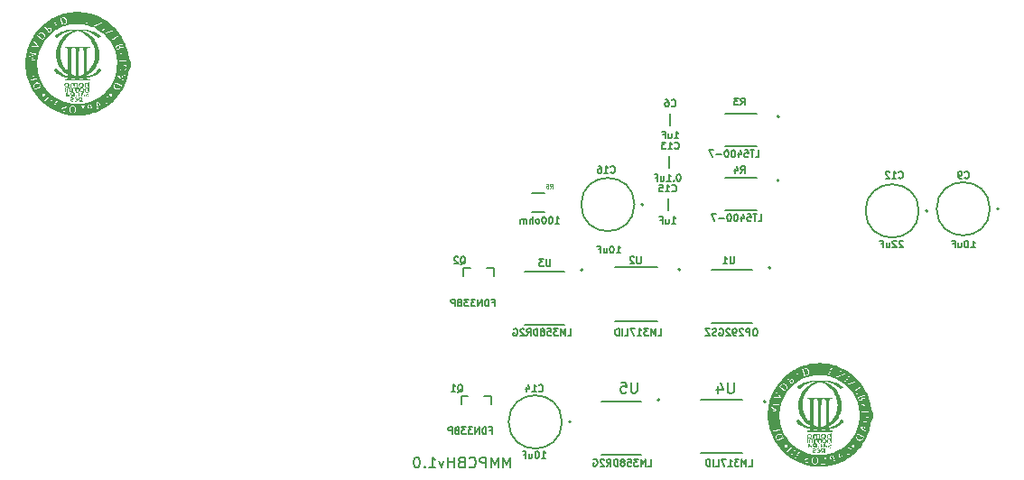
<source format=gbr>
%TF.GenerationSoftware,KiCad,Pcbnew,(6.0.5)*%
%TF.CreationDate,2023-06-19T01:06:53+02:00*%
%TF.ProjectId,PCB_Hoja,5043425f-486f-46a6-912e-6b696361645f,rev?*%
%TF.SameCoordinates,Original*%
%TF.FileFunction,Legend,Bot*%
%TF.FilePolarity,Positive*%
%FSLAX46Y46*%
G04 Gerber Fmt 4.6, Leading zero omitted, Abs format (unit mm)*
G04 Created by KiCad (PCBNEW (6.0.5)) date 2023-06-19 01:06:53*
%MOMM*%
%LPD*%
G01*
G04 APERTURE LIST*
%ADD10C,0.150000*%
%ADD11C,0.300000*%
%ADD12C,0.098425*%
%ADD13C,0.127000*%
%ADD14C,0.200000*%
%ADD15C,0.203200*%
G04 APERTURE END LIST*
D10*
X158196428Y-85044047D02*
X158567857Y-85044047D01*
X158382142Y-85044047D02*
X158382142Y-84394047D01*
X158444047Y-84486904D01*
X158505952Y-84548809D01*
X158567857Y-84579761D01*
X157794047Y-84394047D02*
X157732142Y-84394047D01*
X157670238Y-84425000D01*
X157639285Y-84455952D01*
X157608333Y-84517857D01*
X157577380Y-84641666D01*
X157577380Y-84796428D01*
X157608333Y-84920238D01*
X157639285Y-84982142D01*
X157670238Y-85013095D01*
X157732142Y-85044047D01*
X157794047Y-85044047D01*
X157855952Y-85013095D01*
X157886904Y-84982142D01*
X157917857Y-84920238D01*
X157948809Y-84796428D01*
X157948809Y-84641666D01*
X157917857Y-84517857D01*
X157886904Y-84455952D01*
X157855952Y-84425000D01*
X157794047Y-84394047D01*
X157020238Y-84610714D02*
X157020238Y-85044047D01*
X157298809Y-84610714D02*
X157298809Y-84951190D01*
X157267857Y-85013095D01*
X157205952Y-85044047D01*
X157113095Y-85044047D01*
X157051190Y-85013095D01*
X157020238Y-84982142D01*
X156494047Y-84703571D02*
X156710714Y-84703571D01*
X156710714Y-85044047D02*
X156710714Y-84394047D01*
X156401190Y-84394047D01*
X119204761Y-82794047D02*
X119576190Y-82794047D01*
X119390476Y-82794047D02*
X119390476Y-82144047D01*
X119452380Y-82236904D01*
X119514285Y-82298809D01*
X119576190Y-82329761D01*
X118802380Y-82144047D02*
X118740476Y-82144047D01*
X118678571Y-82175000D01*
X118647619Y-82205952D01*
X118616666Y-82267857D01*
X118585714Y-82391666D01*
X118585714Y-82546428D01*
X118616666Y-82670238D01*
X118647619Y-82732142D01*
X118678571Y-82763095D01*
X118740476Y-82794047D01*
X118802380Y-82794047D01*
X118864285Y-82763095D01*
X118895238Y-82732142D01*
X118926190Y-82670238D01*
X118957142Y-82546428D01*
X118957142Y-82391666D01*
X118926190Y-82267857D01*
X118895238Y-82205952D01*
X118864285Y-82175000D01*
X118802380Y-82144047D01*
X118183333Y-82144047D02*
X118121428Y-82144047D01*
X118059523Y-82175000D01*
X118028571Y-82205952D01*
X117997619Y-82267857D01*
X117966666Y-82391666D01*
X117966666Y-82546428D01*
X117997619Y-82670238D01*
X118028571Y-82732142D01*
X118059523Y-82763095D01*
X118121428Y-82794047D01*
X118183333Y-82794047D01*
X118245238Y-82763095D01*
X118276190Y-82732142D01*
X118307142Y-82670238D01*
X118338095Y-82546428D01*
X118338095Y-82391666D01*
X118307142Y-82267857D01*
X118276190Y-82205952D01*
X118245238Y-82175000D01*
X118183333Y-82144047D01*
X117595238Y-82794047D02*
X117657142Y-82763095D01*
X117688095Y-82732142D01*
X117719047Y-82670238D01*
X117719047Y-82484523D01*
X117688095Y-82422619D01*
X117657142Y-82391666D01*
X117595238Y-82360714D01*
X117502380Y-82360714D01*
X117440476Y-82391666D01*
X117409523Y-82422619D01*
X117378571Y-82484523D01*
X117378571Y-82670238D01*
X117409523Y-82732142D01*
X117440476Y-82763095D01*
X117502380Y-82794047D01*
X117595238Y-82794047D01*
X117100000Y-82794047D02*
X117100000Y-82144047D01*
X116821428Y-82794047D02*
X116821428Y-82453571D01*
X116852380Y-82391666D01*
X116914285Y-82360714D01*
X117007142Y-82360714D01*
X117069047Y-82391666D01*
X117100000Y-82422619D01*
X116511904Y-82794047D02*
X116511904Y-82360714D01*
X116511904Y-82422619D02*
X116480952Y-82391666D01*
X116419047Y-82360714D01*
X116326190Y-82360714D01*
X116264285Y-82391666D01*
X116233333Y-82453571D01*
X116233333Y-82794047D01*
X116233333Y-82453571D02*
X116202380Y-82391666D01*
X116140476Y-82360714D01*
X116047619Y-82360714D01*
X115985714Y-82391666D01*
X115954761Y-82453571D01*
X115954761Y-82794047D01*
X113326190Y-90203571D02*
X113542857Y-90203571D01*
X113542857Y-90544047D02*
X113542857Y-89894047D01*
X113233333Y-89894047D01*
X112985714Y-90544047D02*
X112985714Y-89894047D01*
X112830952Y-89894047D01*
X112738095Y-89925000D01*
X112676190Y-89986904D01*
X112645238Y-90048809D01*
X112614285Y-90172619D01*
X112614285Y-90265476D01*
X112645238Y-90389285D01*
X112676190Y-90451190D01*
X112738095Y-90513095D01*
X112830952Y-90544047D01*
X112985714Y-90544047D01*
X112335714Y-90544047D02*
X112335714Y-89894047D01*
X111964285Y-90544047D01*
X111964285Y-89894047D01*
X111716666Y-89894047D02*
X111314285Y-89894047D01*
X111530952Y-90141666D01*
X111438095Y-90141666D01*
X111376190Y-90172619D01*
X111345238Y-90203571D01*
X111314285Y-90265476D01*
X111314285Y-90420238D01*
X111345238Y-90482142D01*
X111376190Y-90513095D01*
X111438095Y-90544047D01*
X111623809Y-90544047D01*
X111685714Y-90513095D01*
X111716666Y-90482142D01*
X111097619Y-89894047D02*
X110695238Y-89894047D01*
X110911904Y-90141666D01*
X110819047Y-90141666D01*
X110757142Y-90172619D01*
X110726190Y-90203571D01*
X110695238Y-90265476D01*
X110695238Y-90420238D01*
X110726190Y-90482142D01*
X110757142Y-90513095D01*
X110819047Y-90544047D01*
X111004761Y-90544047D01*
X111066666Y-90513095D01*
X111097619Y-90482142D01*
X110323809Y-90172619D02*
X110385714Y-90141666D01*
X110416666Y-90110714D01*
X110447619Y-90048809D01*
X110447619Y-90017857D01*
X110416666Y-89955952D01*
X110385714Y-89925000D01*
X110323809Y-89894047D01*
X110200000Y-89894047D01*
X110138095Y-89925000D01*
X110107142Y-89955952D01*
X110076190Y-90017857D01*
X110076190Y-90048809D01*
X110107142Y-90110714D01*
X110138095Y-90141666D01*
X110200000Y-90172619D01*
X110323809Y-90172619D01*
X110385714Y-90203571D01*
X110416666Y-90234523D01*
X110447619Y-90296428D01*
X110447619Y-90420238D01*
X110416666Y-90482142D01*
X110385714Y-90513095D01*
X110323809Y-90544047D01*
X110200000Y-90544047D01*
X110138095Y-90513095D01*
X110107142Y-90482142D01*
X110076190Y-90420238D01*
X110076190Y-90296428D01*
X110107142Y-90234523D01*
X110138095Y-90203571D01*
X110200000Y-90172619D01*
X109797619Y-90544047D02*
X109797619Y-89894047D01*
X109550000Y-89894047D01*
X109488095Y-89925000D01*
X109457142Y-89955952D01*
X109426190Y-90017857D01*
X109426190Y-90110714D01*
X109457142Y-90172619D01*
X109488095Y-90203571D01*
X109550000Y-90234523D01*
X109797619Y-90234523D01*
X138009523Y-92644047D02*
X137885714Y-92644047D01*
X137823809Y-92675000D01*
X137761904Y-92736904D01*
X137730952Y-92860714D01*
X137730952Y-93077380D01*
X137761904Y-93201190D01*
X137823809Y-93263095D01*
X137885714Y-93294047D01*
X138009523Y-93294047D01*
X138071428Y-93263095D01*
X138133333Y-93201190D01*
X138164285Y-93077380D01*
X138164285Y-92860714D01*
X138133333Y-92736904D01*
X138071428Y-92675000D01*
X138009523Y-92644047D01*
X137452380Y-93294047D02*
X137452380Y-92644047D01*
X137204761Y-92644047D01*
X137142857Y-92675000D01*
X137111904Y-92705952D01*
X137080952Y-92767857D01*
X137080952Y-92860714D01*
X137111904Y-92922619D01*
X137142857Y-92953571D01*
X137204761Y-92984523D01*
X137452380Y-92984523D01*
X136833333Y-92705952D02*
X136802380Y-92675000D01*
X136740476Y-92644047D01*
X136585714Y-92644047D01*
X136523809Y-92675000D01*
X136492857Y-92705952D01*
X136461904Y-92767857D01*
X136461904Y-92829761D01*
X136492857Y-92922619D01*
X136864285Y-93294047D01*
X136461904Y-93294047D01*
X136152380Y-93294047D02*
X136028571Y-93294047D01*
X135966666Y-93263095D01*
X135935714Y-93232142D01*
X135873809Y-93139285D01*
X135842857Y-93015476D01*
X135842857Y-92767857D01*
X135873809Y-92705952D01*
X135904761Y-92675000D01*
X135966666Y-92644047D01*
X136090476Y-92644047D01*
X136152380Y-92675000D01*
X136183333Y-92705952D01*
X136214285Y-92767857D01*
X136214285Y-92922619D01*
X136183333Y-92984523D01*
X136152380Y-93015476D01*
X136090476Y-93046428D01*
X135966666Y-93046428D01*
X135904761Y-93015476D01*
X135873809Y-92984523D01*
X135842857Y-92922619D01*
X135595238Y-92705952D02*
X135564285Y-92675000D01*
X135502380Y-92644047D01*
X135347619Y-92644047D01*
X135285714Y-92675000D01*
X135254761Y-92705952D01*
X135223809Y-92767857D01*
X135223809Y-92829761D01*
X135254761Y-92922619D01*
X135626190Y-93294047D01*
X135223809Y-93294047D01*
X134604761Y-92675000D02*
X134666666Y-92644047D01*
X134759523Y-92644047D01*
X134852380Y-92675000D01*
X134914285Y-92736904D01*
X134945238Y-92798809D01*
X134976190Y-92922619D01*
X134976190Y-93015476D01*
X134945238Y-93139285D01*
X134914285Y-93201190D01*
X134852380Y-93263095D01*
X134759523Y-93294047D01*
X134697619Y-93294047D01*
X134604761Y-93263095D01*
X134573809Y-93232142D01*
X134573809Y-93015476D01*
X134697619Y-93015476D01*
X134326190Y-93263095D02*
X134233333Y-93294047D01*
X134078571Y-93294047D01*
X134016666Y-93263095D01*
X133985714Y-93232142D01*
X133954761Y-93170238D01*
X133954761Y-93108333D01*
X133985714Y-93046428D01*
X134016666Y-93015476D01*
X134078571Y-92984523D01*
X134202380Y-92953571D01*
X134264285Y-92922619D01*
X134295238Y-92891666D01*
X134326190Y-92829761D01*
X134326190Y-92767857D01*
X134295238Y-92705952D01*
X134264285Y-92675000D01*
X134202380Y-92644047D01*
X134047619Y-92644047D01*
X133954761Y-92675000D01*
X133738095Y-92644047D02*
X133304761Y-92644047D01*
X133738095Y-93294047D01*
X133304761Y-93294047D01*
X130386904Y-74794047D02*
X130758333Y-74794047D01*
X130572619Y-74794047D02*
X130572619Y-74144047D01*
X130634523Y-74236904D01*
X130696428Y-74298809D01*
X130758333Y-74329761D01*
X129829761Y-74360714D02*
X129829761Y-74794047D01*
X130108333Y-74360714D02*
X130108333Y-74701190D01*
X130077380Y-74763095D01*
X130015476Y-74794047D01*
X129922619Y-74794047D01*
X129860714Y-74763095D01*
X129829761Y-74732142D01*
X129303571Y-74453571D02*
X129520238Y-74453571D01*
X129520238Y-74794047D02*
X129520238Y-74144047D01*
X129210714Y-74144047D01*
X117946428Y-104794047D02*
X118317857Y-104794047D01*
X118132142Y-104794047D02*
X118132142Y-104144047D01*
X118194047Y-104236904D01*
X118255952Y-104298809D01*
X118317857Y-104329761D01*
X117544047Y-104144047D02*
X117482142Y-104144047D01*
X117420238Y-104175000D01*
X117389285Y-104205952D01*
X117358333Y-104267857D01*
X117327380Y-104391666D01*
X117327380Y-104546428D01*
X117358333Y-104670238D01*
X117389285Y-104732142D01*
X117420238Y-104763095D01*
X117482142Y-104794047D01*
X117544047Y-104794047D01*
X117605952Y-104763095D01*
X117636904Y-104732142D01*
X117667857Y-104670238D01*
X117698809Y-104546428D01*
X117698809Y-104391666D01*
X117667857Y-104267857D01*
X117636904Y-104205952D01*
X117605952Y-104175000D01*
X117544047Y-104144047D01*
X116770238Y-104360714D02*
X116770238Y-104794047D01*
X117048809Y-104360714D02*
X117048809Y-104701190D01*
X117017857Y-104763095D01*
X116955952Y-104794047D01*
X116863095Y-104794047D01*
X116801190Y-104763095D01*
X116770238Y-104732142D01*
X116244047Y-104453571D02*
X116460714Y-104453571D01*
X116460714Y-104794047D02*
X116460714Y-104144047D01*
X116151190Y-104144047D01*
X130817857Y-78144047D02*
X130755952Y-78144047D01*
X130694047Y-78175000D01*
X130663095Y-78205952D01*
X130632142Y-78267857D01*
X130601190Y-78391666D01*
X130601190Y-78546428D01*
X130632142Y-78670238D01*
X130663095Y-78732142D01*
X130694047Y-78763095D01*
X130755952Y-78794047D01*
X130817857Y-78794047D01*
X130879761Y-78763095D01*
X130910714Y-78732142D01*
X130941666Y-78670238D01*
X130972619Y-78546428D01*
X130972619Y-78391666D01*
X130941666Y-78267857D01*
X130910714Y-78205952D01*
X130879761Y-78175000D01*
X130817857Y-78144047D01*
X130322619Y-78732142D02*
X130291666Y-78763095D01*
X130322619Y-78794047D01*
X130353571Y-78763095D01*
X130322619Y-78732142D01*
X130322619Y-78794047D01*
X129672619Y-78794047D02*
X130044047Y-78794047D01*
X129858333Y-78794047D02*
X129858333Y-78144047D01*
X129920238Y-78236904D01*
X129982142Y-78298809D01*
X130044047Y-78329761D01*
X129115476Y-78360714D02*
X129115476Y-78794047D01*
X129394047Y-78360714D02*
X129394047Y-78701190D01*
X129363095Y-78763095D01*
X129301190Y-78794047D01*
X129208333Y-78794047D01*
X129146428Y-78763095D01*
X129115476Y-78732142D01*
X128589285Y-78453571D02*
X128805952Y-78453571D01*
X128805952Y-78794047D02*
X128805952Y-78144047D01*
X128496428Y-78144047D01*
X130136904Y-82794047D02*
X130508333Y-82794047D01*
X130322619Y-82794047D02*
X130322619Y-82144047D01*
X130384523Y-82236904D01*
X130446428Y-82298809D01*
X130508333Y-82329761D01*
X129579761Y-82360714D02*
X129579761Y-82794047D01*
X129858333Y-82360714D02*
X129858333Y-82701190D01*
X129827380Y-82763095D01*
X129765476Y-82794047D01*
X129672619Y-82794047D01*
X129610714Y-82763095D01*
X129579761Y-82732142D01*
X129053571Y-82453571D02*
X129270238Y-82453571D01*
X129270238Y-82794047D02*
X129270238Y-82144047D01*
X128960714Y-82144047D01*
X137996428Y-76544047D02*
X138305952Y-76544047D01*
X138305952Y-75894047D01*
X137872619Y-75894047D02*
X137501190Y-75894047D01*
X137686904Y-76544047D02*
X137686904Y-75894047D01*
X136975000Y-75894047D02*
X137284523Y-75894047D01*
X137315476Y-76203571D01*
X137284523Y-76172619D01*
X137222619Y-76141666D01*
X137067857Y-76141666D01*
X137005952Y-76172619D01*
X136975000Y-76203571D01*
X136944047Y-76265476D01*
X136944047Y-76420238D01*
X136975000Y-76482142D01*
X137005952Y-76513095D01*
X137067857Y-76544047D01*
X137222619Y-76544047D01*
X137284523Y-76513095D01*
X137315476Y-76482142D01*
X136386904Y-76110714D02*
X136386904Y-76544047D01*
X136541666Y-75863095D02*
X136696428Y-76327380D01*
X136294047Y-76327380D01*
X135922619Y-75894047D02*
X135860714Y-75894047D01*
X135798809Y-75925000D01*
X135767857Y-75955952D01*
X135736904Y-76017857D01*
X135705952Y-76141666D01*
X135705952Y-76296428D01*
X135736904Y-76420238D01*
X135767857Y-76482142D01*
X135798809Y-76513095D01*
X135860714Y-76544047D01*
X135922619Y-76544047D01*
X135984523Y-76513095D01*
X136015476Y-76482142D01*
X136046428Y-76420238D01*
X136077380Y-76296428D01*
X136077380Y-76141666D01*
X136046428Y-76017857D01*
X136015476Y-75955952D01*
X135984523Y-75925000D01*
X135922619Y-75894047D01*
X135303571Y-75894047D02*
X135241666Y-75894047D01*
X135179761Y-75925000D01*
X135148809Y-75955952D01*
X135117857Y-76017857D01*
X135086904Y-76141666D01*
X135086904Y-76296428D01*
X135117857Y-76420238D01*
X135148809Y-76482142D01*
X135179761Y-76513095D01*
X135241666Y-76544047D01*
X135303571Y-76544047D01*
X135365476Y-76513095D01*
X135396428Y-76482142D01*
X135427380Y-76420238D01*
X135458333Y-76296428D01*
X135458333Y-76141666D01*
X135427380Y-76017857D01*
X135396428Y-75955952D01*
X135365476Y-75925000D01*
X135303571Y-75894047D01*
X134808333Y-76296428D02*
X134313095Y-76296428D01*
X134065476Y-75894047D02*
X133632142Y-75894047D01*
X133910714Y-76544047D01*
X113076190Y-102203571D02*
X113292857Y-102203571D01*
X113292857Y-102544047D02*
X113292857Y-101894047D01*
X112983333Y-101894047D01*
X112735714Y-102544047D02*
X112735714Y-101894047D01*
X112580952Y-101894047D01*
X112488095Y-101925000D01*
X112426190Y-101986904D01*
X112395238Y-102048809D01*
X112364285Y-102172619D01*
X112364285Y-102265476D01*
X112395238Y-102389285D01*
X112426190Y-102451190D01*
X112488095Y-102513095D01*
X112580952Y-102544047D01*
X112735714Y-102544047D01*
X112085714Y-102544047D02*
X112085714Y-101894047D01*
X111714285Y-102544047D01*
X111714285Y-101894047D01*
X111466666Y-101894047D02*
X111064285Y-101894047D01*
X111280952Y-102141666D01*
X111188095Y-102141666D01*
X111126190Y-102172619D01*
X111095238Y-102203571D01*
X111064285Y-102265476D01*
X111064285Y-102420238D01*
X111095238Y-102482142D01*
X111126190Y-102513095D01*
X111188095Y-102544047D01*
X111373809Y-102544047D01*
X111435714Y-102513095D01*
X111466666Y-102482142D01*
X110847619Y-101894047D02*
X110445238Y-101894047D01*
X110661904Y-102141666D01*
X110569047Y-102141666D01*
X110507142Y-102172619D01*
X110476190Y-102203571D01*
X110445238Y-102265476D01*
X110445238Y-102420238D01*
X110476190Y-102482142D01*
X110507142Y-102513095D01*
X110569047Y-102544047D01*
X110754761Y-102544047D01*
X110816666Y-102513095D01*
X110847619Y-102482142D01*
X110073809Y-102172619D02*
X110135714Y-102141666D01*
X110166666Y-102110714D01*
X110197619Y-102048809D01*
X110197619Y-102017857D01*
X110166666Y-101955952D01*
X110135714Y-101925000D01*
X110073809Y-101894047D01*
X109950000Y-101894047D01*
X109888095Y-101925000D01*
X109857142Y-101955952D01*
X109826190Y-102017857D01*
X109826190Y-102048809D01*
X109857142Y-102110714D01*
X109888095Y-102141666D01*
X109950000Y-102172619D01*
X110073809Y-102172619D01*
X110135714Y-102203571D01*
X110166666Y-102234523D01*
X110197619Y-102296428D01*
X110197619Y-102420238D01*
X110166666Y-102482142D01*
X110135714Y-102513095D01*
X110073809Y-102544047D01*
X109950000Y-102544047D01*
X109888095Y-102513095D01*
X109857142Y-102482142D01*
X109826190Y-102420238D01*
X109826190Y-102296428D01*
X109857142Y-102234523D01*
X109888095Y-102203571D01*
X109950000Y-102172619D01*
X109547619Y-102544047D02*
X109547619Y-101894047D01*
X109300000Y-101894047D01*
X109238095Y-101925000D01*
X109207142Y-101955952D01*
X109176190Y-102017857D01*
X109176190Y-102110714D01*
X109207142Y-102172619D01*
X109238095Y-102203571D01*
X109300000Y-102234523D01*
X109547619Y-102234523D01*
X151817857Y-84455952D02*
X151786904Y-84425000D01*
X151725000Y-84394047D01*
X151570238Y-84394047D01*
X151508333Y-84425000D01*
X151477380Y-84455952D01*
X151446428Y-84517857D01*
X151446428Y-84579761D01*
X151477380Y-84672619D01*
X151848809Y-85044047D01*
X151446428Y-85044047D01*
X151198809Y-84455952D02*
X151167857Y-84425000D01*
X151105952Y-84394047D01*
X150951190Y-84394047D01*
X150889285Y-84425000D01*
X150858333Y-84455952D01*
X150827380Y-84517857D01*
X150827380Y-84579761D01*
X150858333Y-84672619D01*
X151229761Y-85044047D01*
X150827380Y-85044047D01*
X150270238Y-84610714D02*
X150270238Y-85044047D01*
X150548809Y-84610714D02*
X150548809Y-84951190D01*
X150517857Y-85013095D01*
X150455952Y-85044047D01*
X150363095Y-85044047D01*
X150301190Y-85013095D01*
X150270238Y-84982142D01*
X149744047Y-84703571D02*
X149960714Y-84703571D01*
X149960714Y-85044047D02*
X149960714Y-84394047D01*
X149651190Y-84394047D01*
X115000000Y-105702380D02*
X115000000Y-104702380D01*
X114666666Y-105416666D01*
X114333333Y-104702380D01*
X114333333Y-105702380D01*
X113857142Y-105702380D02*
X113857142Y-104702380D01*
X113523809Y-105416666D01*
X113190476Y-104702380D01*
X113190476Y-105702380D01*
X112714285Y-105702380D02*
X112714285Y-104702380D01*
X112333333Y-104702380D01*
X112238095Y-104750000D01*
X112190476Y-104797619D01*
X112142857Y-104892857D01*
X112142857Y-105035714D01*
X112190476Y-105130952D01*
X112238095Y-105178571D01*
X112333333Y-105226190D01*
X112714285Y-105226190D01*
X111142857Y-105607142D02*
X111190476Y-105654761D01*
X111333333Y-105702380D01*
X111428571Y-105702380D01*
X111571428Y-105654761D01*
X111666666Y-105559523D01*
X111714285Y-105464285D01*
X111761904Y-105273809D01*
X111761904Y-105130952D01*
X111714285Y-104940476D01*
X111666666Y-104845238D01*
X111571428Y-104750000D01*
X111428571Y-104702380D01*
X111333333Y-104702380D01*
X111190476Y-104750000D01*
X111142857Y-104797619D01*
X110380952Y-105178571D02*
X110238095Y-105226190D01*
X110190476Y-105273809D01*
X110142857Y-105369047D01*
X110142857Y-105511904D01*
X110190476Y-105607142D01*
X110238095Y-105654761D01*
X110333333Y-105702380D01*
X110714285Y-105702380D01*
X110714285Y-104702380D01*
X110380952Y-104702380D01*
X110285714Y-104750000D01*
X110238095Y-104797619D01*
X110190476Y-104892857D01*
X110190476Y-104988095D01*
X110238095Y-105083333D01*
X110285714Y-105130952D01*
X110380952Y-105178571D01*
X110714285Y-105178571D01*
X109714285Y-105702380D02*
X109714285Y-104702380D01*
X109714285Y-105178571D02*
X109142857Y-105178571D01*
X109142857Y-105702380D02*
X109142857Y-104702380D01*
X108761904Y-105035714D02*
X108523809Y-105702380D01*
X108285714Y-105035714D01*
X107380952Y-105702380D02*
X107952380Y-105702380D01*
X107666666Y-105702380D02*
X107666666Y-104702380D01*
X107761904Y-104845238D01*
X107857142Y-104940476D01*
X107952380Y-104988095D01*
X106952380Y-105607142D02*
X106904761Y-105654761D01*
X106952380Y-105702380D01*
X107000000Y-105654761D01*
X106952380Y-105607142D01*
X106952380Y-105702380D01*
X106285714Y-104702380D02*
X106190476Y-104702380D01*
X106095238Y-104750000D01*
X106047619Y-104797619D01*
X106000000Y-104892857D01*
X105952380Y-105083333D01*
X105952380Y-105321428D01*
X106000000Y-105511904D01*
X106047619Y-105607142D01*
X106095238Y-105654761D01*
X106190476Y-105702380D01*
X106285714Y-105702380D01*
X106380952Y-105654761D01*
X106428571Y-105607142D01*
X106476190Y-105511904D01*
X106523809Y-105321428D01*
X106523809Y-105083333D01*
X106476190Y-104892857D01*
X106428571Y-104797619D01*
X106380952Y-104750000D01*
X106285714Y-104702380D01*
X120383333Y-93294047D02*
X120692857Y-93294047D01*
X120692857Y-92644047D01*
X120166666Y-93294047D02*
X120166666Y-92644047D01*
X119950000Y-93108333D01*
X119733333Y-92644047D01*
X119733333Y-93294047D01*
X119485714Y-92644047D02*
X119083333Y-92644047D01*
X119300000Y-92891666D01*
X119207142Y-92891666D01*
X119145238Y-92922619D01*
X119114285Y-92953571D01*
X119083333Y-93015476D01*
X119083333Y-93170238D01*
X119114285Y-93232142D01*
X119145238Y-93263095D01*
X119207142Y-93294047D01*
X119392857Y-93294047D01*
X119454761Y-93263095D01*
X119485714Y-93232142D01*
X118495238Y-92644047D02*
X118804761Y-92644047D01*
X118835714Y-92953571D01*
X118804761Y-92922619D01*
X118742857Y-92891666D01*
X118588095Y-92891666D01*
X118526190Y-92922619D01*
X118495238Y-92953571D01*
X118464285Y-93015476D01*
X118464285Y-93170238D01*
X118495238Y-93232142D01*
X118526190Y-93263095D01*
X118588095Y-93294047D01*
X118742857Y-93294047D01*
X118804761Y-93263095D01*
X118835714Y-93232142D01*
X118092857Y-92922619D02*
X118154761Y-92891666D01*
X118185714Y-92860714D01*
X118216666Y-92798809D01*
X118216666Y-92767857D01*
X118185714Y-92705952D01*
X118154761Y-92675000D01*
X118092857Y-92644047D01*
X117969047Y-92644047D01*
X117907142Y-92675000D01*
X117876190Y-92705952D01*
X117845238Y-92767857D01*
X117845238Y-92798809D01*
X117876190Y-92860714D01*
X117907142Y-92891666D01*
X117969047Y-92922619D01*
X118092857Y-92922619D01*
X118154761Y-92953571D01*
X118185714Y-92984523D01*
X118216666Y-93046428D01*
X118216666Y-93170238D01*
X118185714Y-93232142D01*
X118154761Y-93263095D01*
X118092857Y-93294047D01*
X117969047Y-93294047D01*
X117907142Y-93263095D01*
X117876190Y-93232142D01*
X117845238Y-93170238D01*
X117845238Y-93046428D01*
X117876190Y-92984523D01*
X117907142Y-92953571D01*
X117969047Y-92922619D01*
X117566666Y-93294047D02*
X117566666Y-92644047D01*
X117411904Y-92644047D01*
X117319047Y-92675000D01*
X117257142Y-92736904D01*
X117226190Y-92798809D01*
X117195238Y-92922619D01*
X117195238Y-93015476D01*
X117226190Y-93139285D01*
X117257142Y-93201190D01*
X117319047Y-93263095D01*
X117411904Y-93294047D01*
X117566666Y-93294047D01*
X116545238Y-93294047D02*
X116761904Y-92984523D01*
X116916666Y-93294047D02*
X116916666Y-92644047D01*
X116669047Y-92644047D01*
X116607142Y-92675000D01*
X116576190Y-92705952D01*
X116545238Y-92767857D01*
X116545238Y-92860714D01*
X116576190Y-92922619D01*
X116607142Y-92953571D01*
X116669047Y-92984523D01*
X116916666Y-92984523D01*
X116297619Y-92705952D02*
X116266666Y-92675000D01*
X116204761Y-92644047D01*
X116050000Y-92644047D01*
X115988095Y-92675000D01*
X115957142Y-92705952D01*
X115926190Y-92767857D01*
X115926190Y-92829761D01*
X115957142Y-92922619D01*
X116328571Y-93294047D01*
X115926190Y-93294047D01*
X115307142Y-92675000D02*
X115369047Y-92644047D01*
X115461904Y-92644047D01*
X115554761Y-92675000D01*
X115616666Y-92736904D01*
X115647619Y-92798809D01*
X115678571Y-92922619D01*
X115678571Y-93015476D01*
X115647619Y-93139285D01*
X115616666Y-93201190D01*
X115554761Y-93263095D01*
X115461904Y-93294047D01*
X115400000Y-93294047D01*
X115307142Y-93263095D01*
X115276190Y-93232142D01*
X115276190Y-93015476D01*
X115400000Y-93015476D01*
X138246428Y-82544047D02*
X138555952Y-82544047D01*
X138555952Y-81894047D01*
X138122619Y-81894047D02*
X137751190Y-81894047D01*
X137936904Y-82544047D02*
X137936904Y-81894047D01*
X137225000Y-81894047D02*
X137534523Y-81894047D01*
X137565476Y-82203571D01*
X137534523Y-82172619D01*
X137472619Y-82141666D01*
X137317857Y-82141666D01*
X137255952Y-82172619D01*
X137225000Y-82203571D01*
X137194047Y-82265476D01*
X137194047Y-82420238D01*
X137225000Y-82482142D01*
X137255952Y-82513095D01*
X137317857Y-82544047D01*
X137472619Y-82544047D01*
X137534523Y-82513095D01*
X137565476Y-82482142D01*
X136636904Y-82110714D02*
X136636904Y-82544047D01*
X136791666Y-81863095D02*
X136946428Y-82327380D01*
X136544047Y-82327380D01*
X136172619Y-81894047D02*
X136110714Y-81894047D01*
X136048809Y-81925000D01*
X136017857Y-81955952D01*
X135986904Y-82017857D01*
X135955952Y-82141666D01*
X135955952Y-82296428D01*
X135986904Y-82420238D01*
X136017857Y-82482142D01*
X136048809Y-82513095D01*
X136110714Y-82544047D01*
X136172619Y-82544047D01*
X136234523Y-82513095D01*
X136265476Y-82482142D01*
X136296428Y-82420238D01*
X136327380Y-82296428D01*
X136327380Y-82141666D01*
X136296428Y-82017857D01*
X136265476Y-81955952D01*
X136234523Y-81925000D01*
X136172619Y-81894047D01*
X135553571Y-81894047D02*
X135491666Y-81894047D01*
X135429761Y-81925000D01*
X135398809Y-81955952D01*
X135367857Y-82017857D01*
X135336904Y-82141666D01*
X135336904Y-82296428D01*
X135367857Y-82420238D01*
X135398809Y-82482142D01*
X135429761Y-82513095D01*
X135491666Y-82544047D01*
X135553571Y-82544047D01*
X135615476Y-82513095D01*
X135646428Y-82482142D01*
X135677380Y-82420238D01*
X135708333Y-82296428D01*
X135708333Y-82141666D01*
X135677380Y-82017857D01*
X135646428Y-81955952D01*
X135615476Y-81925000D01*
X135553571Y-81894047D01*
X135058333Y-82296428D02*
X134563095Y-82296428D01*
X134315476Y-81894047D02*
X133882142Y-81894047D01*
X134160714Y-82544047D01*
X137341666Y-105544047D02*
X137651190Y-105544047D01*
X137651190Y-104894047D01*
X137125000Y-105544047D02*
X137125000Y-104894047D01*
X136908333Y-105358333D01*
X136691666Y-104894047D01*
X136691666Y-105544047D01*
X136444047Y-104894047D02*
X136041666Y-104894047D01*
X136258333Y-105141666D01*
X136165476Y-105141666D01*
X136103571Y-105172619D01*
X136072619Y-105203571D01*
X136041666Y-105265476D01*
X136041666Y-105420238D01*
X136072619Y-105482142D01*
X136103571Y-105513095D01*
X136165476Y-105544047D01*
X136351190Y-105544047D01*
X136413095Y-105513095D01*
X136444047Y-105482142D01*
X135422619Y-105544047D02*
X135794047Y-105544047D01*
X135608333Y-105544047D02*
X135608333Y-104894047D01*
X135670238Y-104986904D01*
X135732142Y-105048809D01*
X135794047Y-105079761D01*
X135205952Y-104894047D02*
X134772619Y-104894047D01*
X135051190Y-105544047D01*
X134215476Y-105544047D02*
X134525000Y-105544047D01*
X134525000Y-104894047D01*
X133998809Y-105544047D02*
X133998809Y-104894047D01*
X133689285Y-105544047D02*
X133689285Y-104894047D01*
X133534523Y-104894047D01*
X133441666Y-104925000D01*
X133379761Y-104986904D01*
X133348809Y-105048809D01*
X133317857Y-105172619D01*
X133317857Y-105265476D01*
X133348809Y-105389285D01*
X133379761Y-105451190D01*
X133441666Y-105513095D01*
X133534523Y-105544047D01*
X133689285Y-105544047D01*
X124946428Y-85544047D02*
X125317857Y-85544047D01*
X125132142Y-85544047D02*
X125132142Y-84894047D01*
X125194047Y-84986904D01*
X125255952Y-85048809D01*
X125317857Y-85079761D01*
X124544047Y-84894047D02*
X124482142Y-84894047D01*
X124420238Y-84925000D01*
X124389285Y-84955952D01*
X124358333Y-85017857D01*
X124327380Y-85141666D01*
X124327380Y-85296428D01*
X124358333Y-85420238D01*
X124389285Y-85482142D01*
X124420238Y-85513095D01*
X124482142Y-85544047D01*
X124544047Y-85544047D01*
X124605952Y-85513095D01*
X124636904Y-85482142D01*
X124667857Y-85420238D01*
X124698809Y-85296428D01*
X124698809Y-85141666D01*
X124667857Y-85017857D01*
X124636904Y-84955952D01*
X124605952Y-84925000D01*
X124544047Y-84894047D01*
X123770238Y-85110714D02*
X123770238Y-85544047D01*
X124048809Y-85110714D02*
X124048809Y-85451190D01*
X124017857Y-85513095D01*
X123955952Y-85544047D01*
X123863095Y-85544047D01*
X123801190Y-85513095D01*
X123770238Y-85482142D01*
X123244047Y-85203571D02*
X123460714Y-85203571D01*
X123460714Y-85544047D02*
X123460714Y-84894047D01*
X123151190Y-84894047D01*
X127883333Y-105544047D02*
X128192857Y-105544047D01*
X128192857Y-104894047D01*
X127666666Y-105544047D02*
X127666666Y-104894047D01*
X127450000Y-105358333D01*
X127233333Y-104894047D01*
X127233333Y-105544047D01*
X126985714Y-104894047D02*
X126583333Y-104894047D01*
X126800000Y-105141666D01*
X126707142Y-105141666D01*
X126645238Y-105172619D01*
X126614285Y-105203571D01*
X126583333Y-105265476D01*
X126583333Y-105420238D01*
X126614285Y-105482142D01*
X126645238Y-105513095D01*
X126707142Y-105544047D01*
X126892857Y-105544047D01*
X126954761Y-105513095D01*
X126985714Y-105482142D01*
X125995238Y-104894047D02*
X126304761Y-104894047D01*
X126335714Y-105203571D01*
X126304761Y-105172619D01*
X126242857Y-105141666D01*
X126088095Y-105141666D01*
X126026190Y-105172619D01*
X125995238Y-105203571D01*
X125964285Y-105265476D01*
X125964285Y-105420238D01*
X125995238Y-105482142D01*
X126026190Y-105513095D01*
X126088095Y-105544047D01*
X126242857Y-105544047D01*
X126304761Y-105513095D01*
X126335714Y-105482142D01*
X125592857Y-105172619D02*
X125654761Y-105141666D01*
X125685714Y-105110714D01*
X125716666Y-105048809D01*
X125716666Y-105017857D01*
X125685714Y-104955952D01*
X125654761Y-104925000D01*
X125592857Y-104894047D01*
X125469047Y-104894047D01*
X125407142Y-104925000D01*
X125376190Y-104955952D01*
X125345238Y-105017857D01*
X125345238Y-105048809D01*
X125376190Y-105110714D01*
X125407142Y-105141666D01*
X125469047Y-105172619D01*
X125592857Y-105172619D01*
X125654761Y-105203571D01*
X125685714Y-105234523D01*
X125716666Y-105296428D01*
X125716666Y-105420238D01*
X125685714Y-105482142D01*
X125654761Y-105513095D01*
X125592857Y-105544047D01*
X125469047Y-105544047D01*
X125407142Y-105513095D01*
X125376190Y-105482142D01*
X125345238Y-105420238D01*
X125345238Y-105296428D01*
X125376190Y-105234523D01*
X125407142Y-105203571D01*
X125469047Y-105172619D01*
X125066666Y-105544047D02*
X125066666Y-104894047D01*
X124911904Y-104894047D01*
X124819047Y-104925000D01*
X124757142Y-104986904D01*
X124726190Y-105048809D01*
X124695238Y-105172619D01*
X124695238Y-105265476D01*
X124726190Y-105389285D01*
X124757142Y-105451190D01*
X124819047Y-105513095D01*
X124911904Y-105544047D01*
X125066666Y-105544047D01*
X124045238Y-105544047D02*
X124261904Y-105234523D01*
X124416666Y-105544047D02*
X124416666Y-104894047D01*
X124169047Y-104894047D01*
X124107142Y-104925000D01*
X124076190Y-104955952D01*
X124045238Y-105017857D01*
X124045238Y-105110714D01*
X124076190Y-105172619D01*
X124107142Y-105203571D01*
X124169047Y-105234523D01*
X124416666Y-105234523D01*
X123797619Y-104955952D02*
X123766666Y-104925000D01*
X123704761Y-104894047D01*
X123550000Y-104894047D01*
X123488095Y-104925000D01*
X123457142Y-104955952D01*
X123426190Y-105017857D01*
X123426190Y-105079761D01*
X123457142Y-105172619D01*
X123828571Y-105544047D01*
X123426190Y-105544047D01*
X122807142Y-104925000D02*
X122869047Y-104894047D01*
X122961904Y-104894047D01*
X123054761Y-104925000D01*
X123116666Y-104986904D01*
X123147619Y-105048809D01*
X123178571Y-105172619D01*
X123178571Y-105265476D01*
X123147619Y-105389285D01*
X123116666Y-105451190D01*
X123054761Y-105513095D01*
X122961904Y-105544047D01*
X122900000Y-105544047D01*
X122807142Y-105513095D01*
X122776190Y-105482142D01*
X122776190Y-105265476D01*
X122900000Y-105265476D01*
X128841666Y-93294047D02*
X129151190Y-93294047D01*
X129151190Y-92644047D01*
X128625000Y-93294047D02*
X128625000Y-92644047D01*
X128408333Y-93108333D01*
X128191666Y-92644047D01*
X128191666Y-93294047D01*
X127944047Y-92644047D02*
X127541666Y-92644047D01*
X127758333Y-92891666D01*
X127665476Y-92891666D01*
X127603571Y-92922619D01*
X127572619Y-92953571D01*
X127541666Y-93015476D01*
X127541666Y-93170238D01*
X127572619Y-93232142D01*
X127603571Y-93263095D01*
X127665476Y-93294047D01*
X127851190Y-93294047D01*
X127913095Y-93263095D01*
X127944047Y-93232142D01*
X126922619Y-93294047D02*
X127294047Y-93294047D01*
X127108333Y-93294047D02*
X127108333Y-92644047D01*
X127170238Y-92736904D01*
X127232142Y-92798809D01*
X127294047Y-92829761D01*
X126705952Y-92644047D02*
X126272619Y-92644047D01*
X126551190Y-93294047D01*
X125715476Y-93294047D02*
X126025000Y-93294047D01*
X126025000Y-92644047D01*
X125498809Y-93294047D02*
X125498809Y-92644047D01*
X125189285Y-93294047D02*
X125189285Y-92644047D01*
X125034523Y-92644047D01*
X124941666Y-92675000D01*
X124879761Y-92736904D01*
X124848809Y-92798809D01*
X124817857Y-92922619D01*
X124817857Y-93015476D01*
X124848809Y-93139285D01*
X124879761Y-93201190D01*
X124941666Y-93263095D01*
X125034523Y-93294047D01*
X125189285Y-93294047D01*
D11*
%TO.C,G*%
X147955050Y-100121442D02*
X148100193Y-100048870D01*
X148317907Y-100048870D01*
X148535621Y-100121442D01*
X148680764Y-100266584D01*
X148753335Y-100411727D01*
X148825907Y-100702013D01*
X148825907Y-100919727D01*
X148753335Y-101210013D01*
X148680764Y-101355156D01*
X148535621Y-101500299D01*
X148317907Y-101572870D01*
X148172764Y-101572870D01*
X147955050Y-101500299D01*
X147882478Y-101427727D01*
X147882478Y-100919727D01*
X148172764Y-100919727D01*
D10*
%TO.C,U4*%
X135946904Y-97715380D02*
X135946904Y-98524904D01*
X135899285Y-98620142D01*
X135851666Y-98667761D01*
X135756428Y-98715380D01*
X135565952Y-98715380D01*
X135470714Y-98667761D01*
X135423095Y-98620142D01*
X135375476Y-98524904D01*
X135375476Y-97715380D01*
X134470714Y-98048714D02*
X134470714Y-98715380D01*
X134708809Y-97667761D02*
X134946904Y-98382047D01*
X134327857Y-98382047D01*
%TO.C,C13*%
X130417857Y-75732142D02*
X130448809Y-75763095D01*
X130541666Y-75794047D01*
X130603571Y-75794047D01*
X130696428Y-75763095D01*
X130758333Y-75701190D01*
X130789285Y-75639285D01*
X130820238Y-75515476D01*
X130820238Y-75422619D01*
X130789285Y-75298809D01*
X130758333Y-75236904D01*
X130696428Y-75175000D01*
X130603571Y-75144047D01*
X130541666Y-75144047D01*
X130448809Y-75175000D01*
X130417857Y-75205952D01*
X129798809Y-75794047D02*
X130170238Y-75794047D01*
X129984523Y-75794047D02*
X129984523Y-75144047D01*
X130046428Y-75236904D01*
X130108333Y-75298809D01*
X130170238Y-75329761D01*
X129582142Y-75144047D02*
X129179761Y-75144047D01*
X129396428Y-75391666D01*
X129303571Y-75391666D01*
X129241666Y-75422619D01*
X129210714Y-75453571D01*
X129179761Y-75515476D01*
X129179761Y-75670238D01*
X129210714Y-75732142D01*
X129241666Y-75763095D01*
X129303571Y-75794047D01*
X129489285Y-75794047D01*
X129551190Y-75763095D01*
X129582142Y-75732142D01*
%TO.C,U1*%
X135995238Y-85894047D02*
X135995238Y-86420238D01*
X135964285Y-86482142D01*
X135933333Y-86513095D01*
X135871428Y-86544047D01*
X135747619Y-86544047D01*
X135685714Y-86513095D01*
X135654761Y-86482142D01*
X135623809Y-86420238D01*
X135623809Y-85894047D01*
X134973809Y-86544047D02*
X135345238Y-86544047D01*
X135159523Y-86544047D02*
X135159523Y-85894047D01*
X135221428Y-85986904D01*
X135283333Y-86048809D01*
X135345238Y-86079761D01*
D11*
%TO.C,G*%
X78355050Y-67171442D02*
X78500193Y-67098870D01*
X78717907Y-67098870D01*
X78935621Y-67171442D01*
X79080764Y-67316584D01*
X79153335Y-67461727D01*
X79225907Y-67752013D01*
X79225907Y-67969727D01*
X79153335Y-68260013D01*
X79080764Y-68405156D01*
X78935621Y-68550299D01*
X78717907Y-68622870D01*
X78572764Y-68622870D01*
X78355050Y-68550299D01*
X78282478Y-68477727D01*
X78282478Y-67969727D01*
X78572764Y-67969727D01*
D10*
%TO.C,R3*%
X136608333Y-71659047D02*
X136825000Y-71349523D01*
X136979761Y-71659047D02*
X136979761Y-71009047D01*
X136732142Y-71009047D01*
X136670238Y-71040000D01*
X136639285Y-71070952D01*
X136608333Y-71132857D01*
X136608333Y-71225714D01*
X136639285Y-71287619D01*
X136670238Y-71318571D01*
X136732142Y-71349523D01*
X136979761Y-71349523D01*
X136391666Y-71009047D02*
X135989285Y-71009047D01*
X136205952Y-71256666D01*
X136113095Y-71256666D01*
X136051190Y-71287619D01*
X136020238Y-71318571D01*
X135989285Y-71380476D01*
X135989285Y-71535238D01*
X136020238Y-71597142D01*
X136051190Y-71628095D01*
X136113095Y-71659047D01*
X136298809Y-71659047D01*
X136360714Y-71628095D01*
X136391666Y-71597142D01*
%TO.C,U3*%
X118745238Y-86144047D02*
X118745238Y-86670238D01*
X118714285Y-86732142D01*
X118683333Y-86763095D01*
X118621428Y-86794047D01*
X118497619Y-86794047D01*
X118435714Y-86763095D01*
X118404761Y-86732142D01*
X118373809Y-86670238D01*
X118373809Y-86144047D01*
X118126190Y-86144047D02*
X117723809Y-86144047D01*
X117940476Y-86391666D01*
X117847619Y-86391666D01*
X117785714Y-86422619D01*
X117754761Y-86453571D01*
X117723809Y-86515476D01*
X117723809Y-86670238D01*
X117754761Y-86732142D01*
X117785714Y-86763095D01*
X117847619Y-86794047D01*
X118033333Y-86794047D01*
X118095238Y-86763095D01*
X118126190Y-86732142D01*
%TO.C,C14*%
X117667857Y-98482142D02*
X117698809Y-98513095D01*
X117791666Y-98544047D01*
X117853571Y-98544047D01*
X117946428Y-98513095D01*
X118008333Y-98451190D01*
X118039285Y-98389285D01*
X118070238Y-98265476D01*
X118070238Y-98172619D01*
X118039285Y-98048809D01*
X118008333Y-97986904D01*
X117946428Y-97925000D01*
X117853571Y-97894047D01*
X117791666Y-97894047D01*
X117698809Y-97925000D01*
X117667857Y-97955952D01*
X117048809Y-98544047D02*
X117420238Y-98544047D01*
X117234523Y-98544047D02*
X117234523Y-97894047D01*
X117296428Y-97986904D01*
X117358333Y-98048809D01*
X117420238Y-98079761D01*
X116491666Y-98110714D02*
X116491666Y-98544047D01*
X116646428Y-97863095D02*
X116801190Y-98327380D01*
X116398809Y-98327380D01*
%TO.C,C12*%
X151417857Y-78482142D02*
X151448809Y-78513095D01*
X151541666Y-78544047D01*
X151603571Y-78544047D01*
X151696428Y-78513095D01*
X151758333Y-78451190D01*
X151789285Y-78389285D01*
X151820238Y-78265476D01*
X151820238Y-78172619D01*
X151789285Y-78048809D01*
X151758333Y-77986904D01*
X151696428Y-77925000D01*
X151603571Y-77894047D01*
X151541666Y-77894047D01*
X151448809Y-77925000D01*
X151417857Y-77955952D01*
X150798809Y-78544047D02*
X151170238Y-78544047D01*
X150984523Y-78544047D02*
X150984523Y-77894047D01*
X151046428Y-77986904D01*
X151108333Y-78048809D01*
X151170238Y-78079761D01*
X150551190Y-77955952D02*
X150520238Y-77925000D01*
X150458333Y-77894047D01*
X150303571Y-77894047D01*
X150241666Y-77925000D01*
X150210714Y-77955952D01*
X150179761Y-78017857D01*
X150179761Y-78079761D01*
X150210714Y-78172619D01*
X150582142Y-78544047D01*
X150179761Y-78544047D01*
%TO.C,Q2*%
X110311904Y-86605952D02*
X110373809Y-86575000D01*
X110435714Y-86513095D01*
X110528571Y-86420238D01*
X110590476Y-86389285D01*
X110652380Y-86389285D01*
X110621428Y-86544047D02*
X110683333Y-86513095D01*
X110745238Y-86451190D01*
X110776190Y-86327380D01*
X110776190Y-86110714D01*
X110745238Y-85986904D01*
X110683333Y-85925000D01*
X110621428Y-85894047D01*
X110497619Y-85894047D01*
X110435714Y-85925000D01*
X110373809Y-85986904D01*
X110342857Y-86110714D01*
X110342857Y-86327380D01*
X110373809Y-86451190D01*
X110435714Y-86513095D01*
X110497619Y-86544047D01*
X110621428Y-86544047D01*
X110095238Y-85955952D02*
X110064285Y-85925000D01*
X110002380Y-85894047D01*
X109847619Y-85894047D01*
X109785714Y-85925000D01*
X109754761Y-85955952D01*
X109723809Y-86017857D01*
X109723809Y-86079761D01*
X109754761Y-86172619D01*
X110126190Y-86544047D01*
X109723809Y-86544047D01*
%TO.C,Q1*%
X110061904Y-98605952D02*
X110123809Y-98575000D01*
X110185714Y-98513095D01*
X110278571Y-98420238D01*
X110340476Y-98389285D01*
X110402380Y-98389285D01*
X110371428Y-98544047D02*
X110433333Y-98513095D01*
X110495238Y-98451190D01*
X110526190Y-98327380D01*
X110526190Y-98110714D01*
X110495238Y-97986904D01*
X110433333Y-97925000D01*
X110371428Y-97894047D01*
X110247619Y-97894047D01*
X110185714Y-97925000D01*
X110123809Y-97986904D01*
X110092857Y-98110714D01*
X110092857Y-98327380D01*
X110123809Y-98451190D01*
X110185714Y-98513095D01*
X110247619Y-98544047D01*
X110371428Y-98544047D01*
X109473809Y-98544047D02*
X109845238Y-98544047D01*
X109659523Y-98544047D02*
X109659523Y-97894047D01*
X109721428Y-97986904D01*
X109783333Y-98048809D01*
X109845238Y-98079761D01*
%TO.C,U2*%
X127245238Y-85894047D02*
X127245238Y-86420238D01*
X127214285Y-86482142D01*
X127183333Y-86513095D01*
X127121428Y-86544047D01*
X126997619Y-86544047D01*
X126935714Y-86513095D01*
X126904761Y-86482142D01*
X126873809Y-86420238D01*
X126873809Y-85894047D01*
X126595238Y-85955952D02*
X126564285Y-85925000D01*
X126502380Y-85894047D01*
X126347619Y-85894047D01*
X126285714Y-85925000D01*
X126254761Y-85955952D01*
X126223809Y-86017857D01*
X126223809Y-86079761D01*
X126254761Y-86172619D01*
X126626190Y-86544047D01*
X126223809Y-86544047D01*
D12*
%TO.C,R6*%
X118725616Y-79478102D02*
X118856850Y-79290626D01*
X118950588Y-79478102D02*
X118950588Y-79084401D01*
X118800607Y-79084401D01*
X118763112Y-79103149D01*
X118744364Y-79121897D01*
X118725616Y-79159392D01*
X118725616Y-79215635D01*
X118744364Y-79253130D01*
X118763112Y-79271878D01*
X118800607Y-79290626D01*
X118950588Y-79290626D01*
X118388158Y-79084401D02*
X118463149Y-79084401D01*
X118500644Y-79103149D01*
X118519392Y-79121897D01*
X118556887Y-79178140D01*
X118575635Y-79253130D01*
X118575635Y-79403112D01*
X118556887Y-79440607D01*
X118538140Y-79459355D01*
X118500644Y-79478102D01*
X118425654Y-79478102D01*
X118388158Y-79459355D01*
X118369411Y-79440607D01*
X118350663Y-79403112D01*
X118350663Y-79309373D01*
X118369411Y-79271878D01*
X118388158Y-79253130D01*
X118425654Y-79234383D01*
X118500644Y-79234383D01*
X118538140Y-79253130D01*
X118556887Y-79271878D01*
X118575635Y-79309373D01*
D10*
%TO.C,C16*%
X124417857Y-77982142D02*
X124448809Y-78013095D01*
X124541666Y-78044047D01*
X124603571Y-78044047D01*
X124696428Y-78013095D01*
X124758333Y-77951190D01*
X124789285Y-77889285D01*
X124820238Y-77765476D01*
X124820238Y-77672619D01*
X124789285Y-77548809D01*
X124758333Y-77486904D01*
X124696428Y-77425000D01*
X124603571Y-77394047D01*
X124541666Y-77394047D01*
X124448809Y-77425000D01*
X124417857Y-77455952D01*
X123798809Y-78044047D02*
X124170238Y-78044047D01*
X123984523Y-78044047D02*
X123984523Y-77394047D01*
X124046428Y-77486904D01*
X124108333Y-77548809D01*
X124170238Y-77579761D01*
X123241666Y-77394047D02*
X123365476Y-77394047D01*
X123427380Y-77425000D01*
X123458333Y-77455952D01*
X123520238Y-77548809D01*
X123551190Y-77672619D01*
X123551190Y-77920238D01*
X123520238Y-77982142D01*
X123489285Y-78013095D01*
X123427380Y-78044047D01*
X123303571Y-78044047D01*
X123241666Y-78013095D01*
X123210714Y-77982142D01*
X123179761Y-77920238D01*
X123179761Y-77765476D01*
X123210714Y-77703571D01*
X123241666Y-77672619D01*
X123303571Y-77641666D01*
X123427380Y-77641666D01*
X123489285Y-77672619D01*
X123520238Y-77703571D01*
X123551190Y-77765476D01*
%TO.C,C15*%
X130167857Y-79732142D02*
X130198809Y-79763095D01*
X130291666Y-79794047D01*
X130353571Y-79794047D01*
X130446428Y-79763095D01*
X130508333Y-79701190D01*
X130539285Y-79639285D01*
X130570238Y-79515476D01*
X130570238Y-79422619D01*
X130539285Y-79298809D01*
X130508333Y-79236904D01*
X130446428Y-79175000D01*
X130353571Y-79144047D01*
X130291666Y-79144047D01*
X130198809Y-79175000D01*
X130167857Y-79205952D01*
X129548809Y-79794047D02*
X129920238Y-79794047D01*
X129734523Y-79794047D02*
X129734523Y-79144047D01*
X129796428Y-79236904D01*
X129858333Y-79298809D01*
X129920238Y-79329761D01*
X128960714Y-79144047D02*
X129270238Y-79144047D01*
X129301190Y-79453571D01*
X129270238Y-79422619D01*
X129208333Y-79391666D01*
X129053571Y-79391666D01*
X128991666Y-79422619D01*
X128960714Y-79453571D01*
X128929761Y-79515476D01*
X128929761Y-79670238D01*
X128960714Y-79732142D01*
X128991666Y-79763095D01*
X129053571Y-79794047D01*
X129208333Y-79794047D01*
X129270238Y-79763095D01*
X129301190Y-79732142D01*
%TO.C,R4*%
X136608333Y-78044047D02*
X136825000Y-77734523D01*
X136979761Y-78044047D02*
X136979761Y-77394047D01*
X136732142Y-77394047D01*
X136670238Y-77425000D01*
X136639285Y-77455952D01*
X136608333Y-77517857D01*
X136608333Y-77610714D01*
X136639285Y-77672619D01*
X136670238Y-77703571D01*
X136732142Y-77734523D01*
X136979761Y-77734523D01*
X136051190Y-77610714D02*
X136051190Y-78044047D01*
X136205952Y-77363095D02*
X136360714Y-77827380D01*
X135958333Y-77827380D01*
%TO.C,U5*%
X126892330Y-97691155D02*
X126892330Y-98500908D01*
X126844697Y-98596173D01*
X126797065Y-98643806D01*
X126701800Y-98691438D01*
X126511270Y-98691438D01*
X126416005Y-98643806D01*
X126368372Y-98596173D01*
X126320740Y-98500908D01*
X126320740Y-97691155D01*
X125368089Y-97691155D02*
X125844414Y-97691155D01*
X125892047Y-98167481D01*
X125844414Y-98119848D01*
X125749149Y-98072216D01*
X125510987Y-98072216D01*
X125415722Y-98119848D01*
X125368089Y-98167481D01*
X125320457Y-98262746D01*
X125320457Y-98500908D01*
X125368089Y-98596173D01*
X125415722Y-98643806D01*
X125510987Y-98691438D01*
X125749149Y-98691438D01*
X125844414Y-98643806D01*
X125892047Y-98596173D01*
%TO.C,C6*%
X130108333Y-71732142D02*
X130139285Y-71763095D01*
X130232142Y-71794047D01*
X130294047Y-71794047D01*
X130386904Y-71763095D01*
X130448809Y-71701190D01*
X130479761Y-71639285D01*
X130510714Y-71515476D01*
X130510714Y-71422619D01*
X130479761Y-71298809D01*
X130448809Y-71236904D01*
X130386904Y-71175000D01*
X130294047Y-71144047D01*
X130232142Y-71144047D01*
X130139285Y-71175000D01*
X130108333Y-71205952D01*
X129551190Y-71144047D02*
X129675000Y-71144047D01*
X129736904Y-71175000D01*
X129767857Y-71205952D01*
X129829761Y-71298809D01*
X129860714Y-71422619D01*
X129860714Y-71670238D01*
X129829761Y-71732142D01*
X129798809Y-71763095D01*
X129736904Y-71794047D01*
X129613095Y-71794047D01*
X129551190Y-71763095D01*
X129520238Y-71732142D01*
X129489285Y-71670238D01*
X129489285Y-71515476D01*
X129520238Y-71453571D01*
X129551190Y-71422619D01*
X129613095Y-71391666D01*
X129736904Y-71391666D01*
X129798809Y-71422619D01*
X129829761Y-71453571D01*
X129860714Y-71515476D01*
%TO.C,C9*%
X157608333Y-78482142D02*
X157639285Y-78513095D01*
X157732142Y-78544047D01*
X157794047Y-78544047D01*
X157886904Y-78513095D01*
X157948809Y-78451190D01*
X157979761Y-78389285D01*
X158010714Y-78265476D01*
X158010714Y-78172619D01*
X157979761Y-78048809D01*
X157948809Y-77986904D01*
X157886904Y-77925000D01*
X157794047Y-77894047D01*
X157732142Y-77894047D01*
X157639285Y-77925000D01*
X157608333Y-77955952D01*
X157298809Y-78544047D02*
X157175000Y-78544047D01*
X157113095Y-78513095D01*
X157082142Y-78482142D01*
X157020238Y-78389285D01*
X156989285Y-78265476D01*
X156989285Y-78017857D01*
X157020238Y-77955952D01*
X157051190Y-77925000D01*
X157113095Y-77894047D01*
X157236904Y-77894047D01*
X157298809Y-77925000D01*
X157329761Y-77955952D01*
X157360714Y-78017857D01*
X157360714Y-78172619D01*
X157329761Y-78234523D01*
X157298809Y-78265476D01*
X157236904Y-78296428D01*
X157113095Y-78296428D01*
X157051190Y-78265476D01*
X157020238Y-78234523D01*
X156989285Y-78172619D01*
%TO.C,G*%
G36*
X142918538Y-102979435D02*
G01*
X142938903Y-102985272D01*
X142953088Y-102990384D01*
X142961611Y-102995677D01*
X142962957Y-103001144D01*
X142960701Y-103007860D01*
X142955908Y-103021438D01*
X142949918Y-103038002D01*
X142949174Y-103040066D01*
X142946141Y-103049488D01*
X142943693Y-103059665D01*
X142941719Y-103071883D01*
X142940105Y-103087430D01*
X142938739Y-103107593D01*
X142937510Y-103133660D01*
X142936303Y-103166917D01*
X142935007Y-103208652D01*
X142934688Y-103219383D01*
X142933510Y-103258013D01*
X142932467Y-103288291D01*
X142931443Y-103311351D01*
X142930319Y-103328330D01*
X142928976Y-103340364D01*
X142927297Y-103348588D01*
X142925162Y-103354138D01*
X142922454Y-103358149D01*
X142919053Y-103361757D01*
X142906195Y-103371043D01*
X142890805Y-103377408D01*
X142886959Y-103378313D01*
X142874407Y-103380776D01*
X142865238Y-103380428D01*
X142855518Y-103376558D01*
X142841311Y-103368453D01*
X142818076Y-103354772D01*
X142830322Y-103343267D01*
X142833641Y-103340008D01*
X142837829Y-103334476D01*
X142840465Y-103327250D01*
X142841917Y-103316313D01*
X142842555Y-103299646D01*
X142842746Y-103275230D01*
X142842787Y-103269162D01*
X142843316Y-103241062D01*
X142844344Y-103207827D01*
X142845746Y-103173109D01*
X142847395Y-103140559D01*
X142848213Y-103126788D01*
X142850255Y-103098321D01*
X142852551Y-103076646D01*
X142855430Y-103059640D01*
X142859218Y-103045180D01*
X142864243Y-103031143D01*
X142864429Y-103030673D01*
X142874613Y-103006185D01*
X142883398Y-102989873D01*
X142892503Y-102980680D01*
X142903643Y-102977553D01*
X142918538Y-102979435D01*
G37*
G36*
X143136915Y-102972198D02*
G01*
X143155887Y-102975455D01*
X143179960Y-102983848D01*
X143206748Y-102996401D01*
X143233867Y-103012137D01*
X143261332Y-103029766D01*
X143285934Y-103008245D01*
X143291635Y-103003351D01*
X143306741Y-102992311D01*
X143319585Y-102987806D01*
X143333367Y-102989238D01*
X143351287Y-102996006D01*
X143354651Y-102997484D01*
X143372411Y-103005789D01*
X143382463Y-103012841D01*
X143385916Y-103020885D01*
X143383882Y-103032166D01*
X143377471Y-103048930D01*
X143376893Y-103050352D01*
X143373424Y-103059226D01*
X143370714Y-103067557D01*
X143368669Y-103076634D01*
X143367195Y-103087744D01*
X143366199Y-103102178D01*
X143365587Y-103121224D01*
X143365267Y-103146171D01*
X143365143Y-103178307D01*
X143365122Y-103218922D01*
X143365242Y-103253144D01*
X143365676Y-103289408D01*
X143366396Y-103320002D01*
X143367369Y-103343902D01*
X143368560Y-103360083D01*
X143369937Y-103367523D01*
X143371363Y-103370628D01*
X143370835Y-103374840D01*
X143364333Y-103377550D01*
X143349980Y-103379927D01*
X143349022Y-103380054D01*
X143327388Y-103380663D01*
X143305912Y-103377704D01*
X143287757Y-103371867D01*
X143276088Y-103363840D01*
X143275173Y-103362260D01*
X143273405Y-103355213D01*
X143272041Y-103342673D01*
X143271045Y-103323787D01*
X143270379Y-103297700D01*
X143270006Y-103263557D01*
X143269890Y-103220503D01*
X143269890Y-103084643D01*
X143257429Y-103072170D01*
X143251258Y-103067142D01*
X143230629Y-103058395D01*
X143202171Y-103054340D01*
X143166464Y-103055085D01*
X143147879Y-103057677D01*
X143126840Y-103065519D01*
X143110577Y-103079719D01*
X143096550Y-103101979D01*
X143094602Y-103105808D01*
X143091223Y-103113050D01*
X143088703Y-103120386D01*
X143086936Y-103129199D01*
X143085815Y-103140869D01*
X143085236Y-103156780D01*
X143085091Y-103178311D01*
X143085276Y-103206846D01*
X143085684Y-103243766D01*
X143087057Y-103361655D01*
X143073873Y-103377324D01*
X143071321Y-103380226D01*
X143060160Y-103390773D01*
X143050523Y-103397105D01*
X143048522Y-103397858D01*
X143031317Y-103401019D01*
X143013400Y-103399873D01*
X142998145Y-103394978D01*
X142988923Y-103386894D01*
X142987799Y-103384325D01*
X142988248Y-103375633D01*
X142995797Y-103364341D01*
X143007363Y-103350558D01*
X142999801Y-103226024D01*
X142998265Y-103198885D01*
X142996687Y-103165456D01*
X142995616Y-103135474D01*
X142995095Y-103110514D01*
X142995167Y-103092150D01*
X142995875Y-103081955D01*
X142998393Y-103073908D01*
X143009256Y-103055890D01*
X143026286Y-103036516D01*
X143047549Y-103017295D01*
X143071113Y-102999741D01*
X143095043Y-102985364D01*
X143117408Y-102975676D01*
X143136273Y-102972189D01*
X143136915Y-102972198D01*
G37*
G36*
X144892791Y-101787781D02*
G01*
X144894764Y-101857257D01*
X144895056Y-101866642D01*
X144896058Y-101890637D01*
X144897247Y-101910364D01*
X144897490Y-101913010D01*
X144898498Y-101923991D01*
X144899686Y-101929684D01*
X144904849Y-101929966D01*
X144918070Y-101927612D01*
X144937801Y-101922844D01*
X144962609Y-101916055D01*
X144991062Y-101907639D01*
X145021730Y-101897991D01*
X145053180Y-101887502D01*
X145135056Y-101857197D01*
X145253819Y-101805104D01*
X145370060Y-101744128D01*
X145484638Y-101673845D01*
X145505400Y-101659978D01*
X145610013Y-101584106D01*
X145713108Y-101499365D01*
X145813878Y-101406492D01*
X145911513Y-101306224D01*
X146005205Y-101199298D01*
X146009570Y-101194063D01*
X146025000Y-101175831D01*
X146038012Y-101160866D01*
X146047348Y-101150597D01*
X146051749Y-101146452D01*
X146053663Y-101147254D01*
X146062290Y-101152976D01*
X146076721Y-101163419D01*
X146095826Y-101177698D01*
X146118475Y-101194930D01*
X146143538Y-101214230D01*
X146169885Y-101234715D01*
X146196385Y-101255500D01*
X146221909Y-101275701D01*
X146245326Y-101294435D01*
X146265507Y-101310816D01*
X146281321Y-101323961D01*
X146291638Y-101332987D01*
X146295328Y-101337008D01*
X146293323Y-101341156D01*
X146285363Y-101351823D01*
X146272257Y-101367479D01*
X146254985Y-101387037D01*
X146234531Y-101409411D01*
X146211875Y-101433512D01*
X146187999Y-101458255D01*
X146163886Y-101482551D01*
X146114652Y-101529632D01*
X146012108Y-101617610D01*
X145902917Y-101698690D01*
X145787412Y-101772708D01*
X145665929Y-101839502D01*
X145538800Y-101898909D01*
X145406361Y-101950766D01*
X145268945Y-101994909D01*
X145126887Y-102031176D01*
X144980521Y-102059405D01*
X144913493Y-102070314D01*
X144916231Y-102082883D01*
X144919537Y-102093968D01*
X144921261Y-102099747D01*
X144935141Y-102129102D01*
X144954282Y-102157802D01*
X144976653Y-102182499D01*
X144992697Y-102196427D01*
X145013045Y-102210572D01*
X145034490Y-102220625D01*
X145059182Y-102227317D01*
X145089272Y-102231378D01*
X145126908Y-102233537D01*
X145191617Y-102235769D01*
X145191617Y-102278342D01*
X145191558Y-102286491D01*
X145190951Y-102304742D01*
X145189827Y-102318117D01*
X145188361Y-102324172D01*
X145188304Y-102324196D01*
X145182414Y-102324489D01*
X145167212Y-102324775D01*
X145143121Y-102325053D01*
X145110561Y-102325321D01*
X145069954Y-102325579D01*
X145021723Y-102325825D01*
X144966287Y-102326057D01*
X144904070Y-102326276D01*
X144835493Y-102326479D01*
X144760976Y-102326666D01*
X144680942Y-102326835D01*
X144595812Y-102326985D01*
X144506008Y-102327115D01*
X144411951Y-102327225D01*
X144314063Y-102327312D01*
X144212766Y-102327375D01*
X144108480Y-102327414D01*
X144001628Y-102327427D01*
X142818150Y-102327427D01*
X142818150Y-102234638D01*
X142868994Y-102234638D01*
X142894454Y-102234079D01*
X142924205Y-102231230D01*
X142948354Y-102225736D01*
X142986351Y-102209857D01*
X143022599Y-102186108D01*
X143053402Y-102156542D01*
X143077373Y-102122501D01*
X143089688Y-102093444D01*
X143438784Y-102093444D01*
X143443765Y-102106658D01*
X143449928Y-102120773D01*
X143469480Y-102152183D01*
X143494897Y-102180746D01*
X143523943Y-102204167D01*
X143554381Y-102220151D01*
X143570461Y-102225029D01*
X143598264Y-102230145D01*
X143628234Y-102232787D01*
X143656589Y-102232672D01*
X143679544Y-102229516D01*
X143698680Y-102223117D01*
X143728042Y-102208672D01*
X143757104Y-102189727D01*
X143782417Y-102168331D01*
X143783555Y-102167196D01*
X143796002Y-102153037D01*
X143808343Y-102136371D01*
X143819369Y-102119215D01*
X143827867Y-102103587D01*
X143832628Y-102091504D01*
X143832439Y-102084984D01*
X143830961Y-102084591D01*
X143821473Y-102084314D01*
X143804849Y-102084778D01*
X143782869Y-102085917D01*
X143757311Y-102087669D01*
X143746758Y-102088393D01*
X143716878Y-102089934D01*
X143680903Y-102091270D01*
X143641381Y-102092326D01*
X143600861Y-102093031D01*
X143561893Y-102093309D01*
X143438784Y-102093444D01*
X143089688Y-102093444D01*
X143093127Y-102085329D01*
X143095510Y-102077170D01*
X144176425Y-102077170D01*
X144177891Y-102086665D01*
X144178938Y-102090815D01*
X144179211Y-102091504D01*
X144193657Y-102128023D01*
X144216488Y-102161971D01*
X144246017Y-102190924D01*
X144280834Y-102213148D01*
X144283256Y-102214340D01*
X144302550Y-102223107D01*
X144318935Y-102228412D01*
X144336635Y-102231308D01*
X144359875Y-102232846D01*
X144368583Y-102233106D01*
X144408846Y-102230355D01*
X144445362Y-102220320D01*
X144480133Y-102202262D01*
X144515158Y-102175440D01*
X144526308Y-102164499D01*
X144542715Y-102144889D01*
X144556897Y-102124203D01*
X144566184Y-102106068D01*
X144570784Y-102093968D01*
X144479518Y-102093506D01*
X144453538Y-102093288D01*
X144422679Y-102092822D01*
X144394688Y-102092185D01*
X144371865Y-102091430D01*
X144356508Y-102090612D01*
X144320182Y-102087801D01*
X144275466Y-102084230D01*
X144240002Y-102081240D01*
X144213501Y-102078805D01*
X144195667Y-102076899D01*
X144186211Y-102075496D01*
X144179787Y-102074527D01*
X144176425Y-102077170D01*
X143095510Y-102077170D01*
X143100363Y-102060555D01*
X143063035Y-102054448D01*
X143034948Y-102049525D01*
X142980003Y-102038447D01*
X142920409Y-102024851D01*
X142859001Y-102009399D01*
X142798616Y-101992752D01*
X142740217Y-101975070D01*
X142603718Y-101927081D01*
X142472775Y-101871416D01*
X142347616Y-101808208D01*
X142228467Y-101737587D01*
X142115558Y-101659683D01*
X142009116Y-101574628D01*
X141909369Y-101482551D01*
X141890643Y-101463746D01*
X141866630Y-101439009D01*
X141843617Y-101414670D01*
X141822587Y-101391817D01*
X141804521Y-101371537D01*
X141790401Y-101354918D01*
X141781210Y-101343045D01*
X141777927Y-101337008D01*
X141779253Y-101335276D01*
X141787012Y-101328179D01*
X141800727Y-101316602D01*
X141819268Y-101301430D01*
X141841505Y-101283547D01*
X141866309Y-101263836D01*
X141892548Y-101243182D01*
X141919094Y-101222468D01*
X141944815Y-101202579D01*
X141968582Y-101184400D01*
X141989265Y-101168813D01*
X142005733Y-101156703D01*
X142016857Y-101148955D01*
X142021506Y-101146452D01*
X142022126Y-101146878D01*
X142027967Y-101152797D01*
X142038407Y-101164459D01*
X142052188Y-101180435D01*
X142068051Y-101199298D01*
X142115461Y-101254887D01*
X142219091Y-101366811D01*
X142326011Y-101469543D01*
X142436220Y-101563081D01*
X142549715Y-101647425D01*
X142666494Y-101722573D01*
X142786557Y-101788524D01*
X142909901Y-101845276D01*
X143036525Y-101892828D01*
X143041926Y-101894648D01*
X143068101Y-101903605D01*
X143087188Y-101909444D01*
X143100307Y-101911222D01*
X143108576Y-101907990D01*
X143113117Y-101898805D01*
X143113447Y-101896059D01*
X143415557Y-101896059D01*
X143415885Y-101899346D01*
X143417212Y-101908038D01*
X143418324Y-101923813D01*
X143418776Y-101942269D01*
X143418843Y-101974665D01*
X143449366Y-101977586D01*
X143450622Y-101977704D01*
X143473321Y-101979365D01*
X143501463Y-101980761D01*
X143532875Y-101981856D01*
X143565387Y-101982608D01*
X143596829Y-101982980D01*
X143625029Y-101982933D01*
X143647819Y-101982427D01*
X143663026Y-101981423D01*
X143689887Y-101978245D01*
X144383369Y-101978245D01*
X144415113Y-101981336D01*
X144452930Y-101983561D01*
X144499944Y-101983768D01*
X144555518Y-101981944D01*
X144590925Y-101980258D01*
X144590925Y-101913010D01*
X144521332Y-101936265D01*
X144514354Y-101938587D01*
X144486187Y-101947786D01*
X144458780Y-101956493D01*
X144434959Y-101963822D01*
X144417554Y-101968882D01*
X144383369Y-101978245D01*
X143689887Y-101978245D01*
X143649075Y-101966940D01*
X143647830Y-101966592D01*
X143629628Y-101961180D01*
X143604608Y-101953326D01*
X143574972Y-101943741D01*
X143542922Y-101933138D01*
X143510662Y-101922227D01*
X143498668Y-101918127D01*
X143469162Y-101908140D01*
X143447392Y-101901033D01*
X143432251Y-101896538D01*
X143422634Y-101894388D01*
X143417438Y-101894318D01*
X143415557Y-101896059D01*
X143113447Y-101896059D01*
X143115050Y-101882719D01*
X143115493Y-101858786D01*
X143115568Y-101826061D01*
X143116055Y-101756901D01*
X143063555Y-101728876D01*
X143013850Y-101701368D01*
X142941014Y-101656386D01*
X143413959Y-101656386D01*
X143471910Y-101691550D01*
X143472592Y-101691963D01*
X143531708Y-101726245D01*
X143595651Y-101760597D01*
X143660324Y-101792896D01*
X143721631Y-101821017D01*
X143721927Y-101821146D01*
X143748368Y-101832428D01*
X143775299Y-101843565D01*
X143799583Y-101853280D01*
X143818083Y-101860295D01*
X143853490Y-101873035D01*
X143853456Y-100949549D01*
X144151565Y-100949549D01*
X144151570Y-101039834D01*
X144151602Y-101128110D01*
X144151660Y-101213823D01*
X144151745Y-101296419D01*
X144151857Y-101375344D01*
X144151997Y-101450043D01*
X144152166Y-101519962D01*
X144152363Y-101584547D01*
X144152589Y-101643244D01*
X144152845Y-101695498D01*
X144153130Y-101740757D01*
X144153446Y-101778464D01*
X144153792Y-101808067D01*
X144154169Y-101829011D01*
X144154578Y-101840742D01*
X144155404Y-101852663D01*
X144157500Y-101873035D01*
X144157636Y-101874362D01*
X144160255Y-101887932D01*
X144163124Y-101892555D01*
X144166683Y-101891827D01*
X144178857Y-101888042D01*
X144197406Y-101881588D01*
X144220662Y-101873096D01*
X144246958Y-101863197D01*
X144274626Y-101852523D01*
X144301998Y-101841704D01*
X144327406Y-101831371D01*
X144349183Y-101822155D01*
X144405982Y-101796465D01*
X144473197Y-101763337D01*
X144543309Y-101725740D01*
X144595809Y-101696580D01*
X144595733Y-100655563D01*
X144595726Y-100608654D01*
X144595676Y-100488744D01*
X144595581Y-100374542D01*
X144595441Y-100266338D01*
X144595258Y-100164423D01*
X144595034Y-100069085D01*
X144594769Y-99980616D01*
X144594466Y-99899304D01*
X144594124Y-99825441D01*
X144593746Y-99759315D01*
X144593333Y-99701217D01*
X144592886Y-99651436D01*
X144592407Y-99610264D01*
X144591896Y-99577988D01*
X144591355Y-99554901D01*
X144590785Y-99541290D01*
X144589918Y-99528770D01*
X144585331Y-99476647D01*
X144579514Y-99432779D01*
X144572117Y-99395953D01*
X144562790Y-99364952D01*
X144551183Y-99338563D01*
X144536946Y-99315571D01*
X144519728Y-99294760D01*
X144512941Y-99287741D01*
X144484227Y-99263569D01*
X144453653Y-99247369D01*
X144419107Y-99238252D01*
X144378473Y-99235328D01*
X144359129Y-99236167D01*
X144315666Y-99244653D01*
X144275071Y-99261670D01*
X144238883Y-99286466D01*
X144208639Y-99318290D01*
X144199703Y-99330754D01*
X144189473Y-99347959D01*
X144181085Y-99366735D01*
X144174305Y-99388251D01*
X144168895Y-99413678D01*
X144164618Y-99444188D01*
X144161240Y-99480950D01*
X144158522Y-99525137D01*
X144156230Y-99577918D01*
X144155902Y-99589479D01*
X144155486Y-99612642D01*
X144155089Y-99644325D01*
X144154711Y-99683974D01*
X144154353Y-99731035D01*
X144154014Y-99784953D01*
X144153695Y-99845176D01*
X144153397Y-99911148D01*
X144153119Y-99982315D01*
X144152863Y-100058123D01*
X144152629Y-100138018D01*
X144152417Y-100221446D01*
X144152227Y-100307853D01*
X144152060Y-100396684D01*
X144151917Y-100487385D01*
X144151797Y-100579402D01*
X144151702Y-100672181D01*
X144151631Y-100765168D01*
X144151585Y-100857809D01*
X144151565Y-100949549D01*
X143853456Y-100949549D01*
X143853448Y-100716930D01*
X143853425Y-100590467D01*
X143853359Y-100463276D01*
X143853253Y-100343045D01*
X143853107Y-100229975D01*
X143852922Y-100124266D01*
X143852699Y-100026119D01*
X143852438Y-99935735D01*
X143852140Y-99853313D01*
X143851806Y-99779055D01*
X143851438Y-99713161D01*
X143851035Y-99655830D01*
X143850598Y-99607265D01*
X143850129Y-99567665D01*
X143849629Y-99537231D01*
X143849097Y-99516163D01*
X143848535Y-99504663D01*
X143847412Y-99492289D01*
X143841876Y-99444720D01*
X143834822Y-99405038D01*
X143825776Y-99371753D01*
X143814263Y-99343378D01*
X143799811Y-99318423D01*
X143781946Y-99295400D01*
X143765623Y-99279300D01*
X143732931Y-99257473D01*
X143694927Y-99242792D01*
X143652869Y-99235685D01*
X143608020Y-99236576D01*
X143593427Y-99238998D01*
X143558464Y-99250703D01*
X143524145Y-99269576D01*
X143492667Y-99294024D01*
X143466229Y-99322453D01*
X143447032Y-99353269D01*
X143444676Y-99358310D01*
X143441315Y-99365853D01*
X143438209Y-99373592D01*
X143435347Y-99381909D01*
X143432719Y-99391188D01*
X143430317Y-99401811D01*
X143428129Y-99414162D01*
X143426146Y-99428622D01*
X143424357Y-99445575D01*
X143422753Y-99465405D01*
X143421323Y-99488492D01*
X143420057Y-99515222D01*
X143418946Y-99545975D01*
X143417979Y-99581136D01*
X143417146Y-99621087D01*
X143416438Y-99666211D01*
X143415844Y-99716891D01*
X143415354Y-99773509D01*
X143414958Y-99836449D01*
X143414646Y-99906093D01*
X143414408Y-99982825D01*
X143414234Y-100067027D01*
X143414113Y-100159082D01*
X143414037Y-100259373D01*
X143413995Y-100368282D01*
X143413976Y-100486193D01*
X143413971Y-100613489D01*
X143413959Y-101656386D01*
X142941014Y-101656386D01*
X142916169Y-101641042D01*
X142823322Y-101574746D01*
X142734417Y-101501723D01*
X142648563Y-101421214D01*
X142564868Y-101332461D01*
X142482441Y-101234706D01*
X142461095Y-101207121D01*
X142433042Y-101168846D01*
X142403104Y-101126230D01*
X142372816Y-101081542D01*
X142343710Y-101037048D01*
X142317318Y-100995015D01*
X142295174Y-100957712D01*
X142285706Y-100940744D01*
X142266515Y-100904677D01*
X142245495Y-100863445D01*
X142223747Y-100819329D01*
X142202370Y-100774610D01*
X142182464Y-100731570D01*
X142165130Y-100692490D01*
X142151467Y-100659652D01*
X142112836Y-100554021D01*
X142075021Y-100430043D01*
X142044501Y-100304682D01*
X142021742Y-100179883D01*
X142007210Y-100057593D01*
X142006137Y-100042886D01*
X142004460Y-100005904D01*
X142003521Y-99962223D01*
X142003284Y-99913896D01*
X142003711Y-99862978D01*
X142004768Y-99811522D01*
X142004928Y-99806668D01*
X142394256Y-99806668D01*
X142394282Y-99861001D01*
X142395262Y-99912971D01*
X142397225Y-99960371D01*
X142400196Y-100000997D01*
X142412674Y-100105298D01*
X142438074Y-100247809D01*
X142472780Y-100387662D01*
X142516677Y-100524621D01*
X142569650Y-100658447D01*
X142631583Y-100788905D01*
X142702360Y-100915755D01*
X142781867Y-101038760D01*
X142869987Y-101157684D01*
X142966605Y-101272288D01*
X143071607Y-101382334D01*
X143116055Y-101426185D01*
X143115979Y-100520365D01*
X143115969Y-100467303D01*
X143115907Y-100358155D01*
X143115794Y-100254222D01*
X143115630Y-100155855D01*
X143115419Y-100063404D01*
X143115160Y-99977218D01*
X143114857Y-99897649D01*
X143114511Y-99825046D01*
X143114123Y-99759759D01*
X143113697Y-99702139D01*
X143113232Y-99652536D01*
X143112731Y-99611299D01*
X143112197Y-99578779D01*
X143111629Y-99555326D01*
X143111032Y-99541290D01*
X143109501Y-99519820D01*
X143104811Y-99469519D01*
X143098870Y-99427231D01*
X143091309Y-99391706D01*
X143081759Y-99361693D01*
X143069850Y-99335941D01*
X143055213Y-99313199D01*
X143037478Y-99292216D01*
X143035473Y-99290124D01*
X143009516Y-99267672D01*
X142980246Y-99251036D01*
X142946250Y-99239735D01*
X142906119Y-99233287D01*
X142858441Y-99231214D01*
X142818150Y-99231177D01*
X142818150Y-99143270D01*
X145191617Y-99143270D01*
X145191617Y-99231177D01*
X145153769Y-99231205D01*
X145123047Y-99232237D01*
X145076168Y-99238835D01*
X145035268Y-99251907D01*
X144999156Y-99271886D01*
X144966641Y-99299205D01*
X144955817Y-99310548D01*
X144940848Y-99329011D01*
X144928900Y-99348587D01*
X144919516Y-99370719D01*
X144912236Y-99396849D01*
X144906602Y-99428417D01*
X144902156Y-99466865D01*
X144898438Y-99513636D01*
X144898033Y-99521088D01*
X144897334Y-99542146D01*
X144896709Y-99572573D01*
X144896158Y-99612401D01*
X144895681Y-99661665D01*
X144895278Y-99720397D01*
X144894948Y-99788631D01*
X144894691Y-99866399D01*
X144894508Y-99953735D01*
X144894399Y-100050673D01*
X144894362Y-100157244D01*
X144894398Y-100273483D01*
X144894507Y-100399423D01*
X144894689Y-100535097D01*
X144896155Y-101480067D01*
X144944991Y-101435362D01*
X145022925Y-101360788D01*
X145125292Y-101251745D01*
X145219604Y-101137604D01*
X145305705Y-101018658D01*
X145383440Y-100895199D01*
X145452655Y-100767519D01*
X145513193Y-100635912D01*
X145564901Y-100500669D01*
X145607622Y-100362083D01*
X145641203Y-100220447D01*
X145665487Y-100076053D01*
X145670019Y-100035043D01*
X145673761Y-99986358D01*
X145676612Y-99932686D01*
X145678513Y-99876411D01*
X145679406Y-99819919D01*
X145679232Y-99765594D01*
X145677932Y-99715821D01*
X145675447Y-99672984D01*
X145670526Y-99619892D01*
X145650554Y-99475621D01*
X145621190Y-99332336D01*
X145582708Y-99190623D01*
X145535379Y-99051065D01*
X145479477Y-98914248D01*
X145415275Y-98780754D01*
X145343047Y-98651170D01*
X145263064Y-98526078D01*
X145175602Y-98406063D01*
X145080932Y-98291710D01*
X144979327Y-98183602D01*
X144908226Y-98115669D01*
X144804165Y-98026669D01*
X144696203Y-97946296D01*
X144583794Y-97874152D01*
X144466391Y-97809838D01*
X144462258Y-97807757D01*
X144409521Y-97781915D01*
X144361705Y-97760028D01*
X144315763Y-97740819D01*
X144268651Y-97723011D01*
X144217324Y-97705326D01*
X144211348Y-97703366D01*
X144182517Y-97694369D01*
X144151890Y-97685443D01*
X144121320Y-97677067D01*
X144092657Y-97669720D01*
X144067753Y-97663879D01*
X144048459Y-97660024D01*
X144036628Y-97658633D01*
X144027763Y-97659673D01*
X144011409Y-97662756D01*
X143990271Y-97667389D01*
X143966750Y-97673076D01*
X143895487Y-97692824D01*
X143775637Y-97733909D01*
X143658110Y-97784074D01*
X143543294Y-97842978D01*
X143431580Y-97910282D01*
X143323358Y-97985647D01*
X143219015Y-98068734D01*
X143118942Y-98159203D01*
X143023528Y-98256715D01*
X142933163Y-98360930D01*
X142848236Y-98471510D01*
X142769135Y-98588114D01*
X142696252Y-98710404D01*
X142629974Y-98838041D01*
X142586065Y-98933479D01*
X142534365Y-99061208D01*
X142490979Y-99189122D01*
X142455354Y-99319081D01*
X142426935Y-99452943D01*
X142405169Y-99592569D01*
X142403164Y-99609813D01*
X142399639Y-99651544D01*
X142396961Y-99699733D01*
X142395158Y-99752177D01*
X142394256Y-99806668D01*
X142004928Y-99806668D01*
X142006417Y-99761583D01*
X142008623Y-99715214D01*
X142011349Y-99674470D01*
X142014559Y-99641405D01*
X142032956Y-99513406D01*
X142064113Y-99355867D01*
X142104184Y-99202273D01*
X142153158Y-99052659D01*
X142211023Y-98907060D01*
X142277768Y-98765509D01*
X142353381Y-98628043D01*
X142428336Y-98509155D01*
X142511317Y-98393328D01*
X142599829Y-98284555D01*
X142693534Y-98183181D01*
X142792089Y-98089550D01*
X142895155Y-98004009D01*
X143002390Y-97926901D01*
X143113455Y-97858571D01*
X143186292Y-97819782D01*
X143276070Y-97777287D01*
X143373278Y-97736292D01*
X143476688Y-97697284D01*
X143585075Y-97660748D01*
X143697212Y-97627170D01*
X143700059Y-97626366D01*
X143708071Y-97623945D01*
X143711766Y-97622245D01*
X143710238Y-97621189D01*
X143702577Y-97620704D01*
X143687877Y-97620713D01*
X143665228Y-97621142D01*
X143633724Y-97621916D01*
X143571916Y-97624591D01*
X143441811Y-97637353D01*
X143311096Y-97659746D01*
X143179925Y-97691703D01*
X143048450Y-97733155D01*
X142916827Y-97784035D01*
X142785209Y-97844276D01*
X142653750Y-97913809D01*
X142522603Y-97992567D01*
X142391923Y-98080481D01*
X142261863Y-98177485D01*
X142132576Y-98283510D01*
X142116278Y-98297400D01*
X142097253Y-98313363D01*
X142081782Y-98326057D01*
X142071140Y-98334438D01*
X142066602Y-98337464D01*
X142066248Y-98337291D01*
X142060724Y-98332534D01*
X142049412Y-98321903D01*
X142033206Y-98306266D01*
X142012997Y-98286490D01*
X141989677Y-98263440D01*
X141964140Y-98237982D01*
X141864747Y-98138500D01*
X141943166Y-98079535D01*
X141951482Y-98073305D01*
X142087593Y-97977537D01*
X142227137Y-97890878D01*
X142370053Y-97813355D01*
X142516283Y-97744993D01*
X142665767Y-97685818D01*
X142818445Y-97635855D01*
X142974259Y-97595131D01*
X143133148Y-97563671D01*
X143143685Y-97561924D01*
X143216210Y-97550830D01*
X143285307Y-97542086D01*
X143353157Y-97535544D01*
X143421941Y-97531058D01*
X143493839Y-97528480D01*
X143571032Y-97527665D01*
X143655701Y-97528465D01*
X143666855Y-97528662D01*
X143713208Y-97529556D01*
X143752088Y-97530508D01*
X143785383Y-97531639D01*
X143814980Y-97533074D01*
X143842768Y-97534932D01*
X143870632Y-97537338D01*
X143900462Y-97540413D01*
X143934144Y-97544280D01*
X143973566Y-97549060D01*
X143986571Y-97550629D01*
X144011453Y-97553241D01*
X144031602Y-97554405D01*
X144050463Y-97554127D01*
X144071481Y-97552413D01*
X144098100Y-97549268D01*
X144131241Y-97545148D01*
X144167288Y-97540914D01*
X144199734Y-97537511D01*
X144230250Y-97534849D01*
X144260508Y-97532837D01*
X144292177Y-97531384D01*
X144326928Y-97530402D01*
X144366434Y-97529798D01*
X144412365Y-97529484D01*
X144466391Y-97529369D01*
X144487205Y-97529366D01*
X144543849Y-97529546D01*
X144592915Y-97530082D01*
X144636042Y-97531067D01*
X144674872Y-97532592D01*
X144711045Y-97534750D01*
X144746201Y-97537631D01*
X144781980Y-97541329D01*
X144820022Y-97545934D01*
X144861969Y-97551540D01*
X144947554Y-97564763D01*
X145105800Y-97596747D01*
X145261559Y-97638092D01*
X145414461Y-97688658D01*
X145564135Y-97748304D01*
X145710212Y-97816889D01*
X145852323Y-97894274D01*
X145990098Y-97980317D01*
X145995479Y-97983915D01*
X146030878Y-98008068D01*
X146068010Y-98034122D01*
X146104887Y-98060635D01*
X146139524Y-98086164D01*
X146169935Y-98109266D01*
X146194135Y-98128501D01*
X146207709Y-98139675D01*
X146107577Y-98239618D01*
X146007446Y-98339561D01*
X145995498Y-98329966D01*
X145994602Y-98329241D01*
X145985983Y-98322113D01*
X145971503Y-98310021D01*
X145952497Y-98294083D01*
X145930299Y-98275417D01*
X145906243Y-98255143D01*
X145877452Y-98231101D01*
X145748900Y-98129767D01*
X145619376Y-98037390D01*
X145489057Y-97954046D01*
X145358126Y-97879814D01*
X145226761Y-97814770D01*
X145095142Y-97758994D01*
X144963449Y-97712562D01*
X144831861Y-97675552D01*
X144700559Y-97648041D01*
X144569723Y-97630108D01*
X144439531Y-97621829D01*
X144349183Y-97619445D01*
X144393136Y-97631878D01*
X144393777Y-97632060D01*
X144498189Y-97663613D01*
X144600663Y-97698481D01*
X144699634Y-97736038D01*
X144793536Y-97775657D01*
X144880804Y-97816714D01*
X144959871Y-97858580D01*
X145022472Y-97895700D01*
X145130789Y-97968559D01*
X145234886Y-98049741D01*
X145334450Y-98138796D01*
X145429165Y-98235272D01*
X145518715Y-98338718D01*
X145602785Y-98448682D01*
X145681059Y-98564713D01*
X145753223Y-98686361D01*
X145818959Y-98813172D01*
X145877954Y-98944697D01*
X145929891Y-99080483D01*
X145974456Y-99220080D01*
X146011332Y-99363036D01*
X146023133Y-99417141D01*
X146039298Y-99502644D01*
X146051659Y-99586032D01*
X146060558Y-99670198D01*
X146066338Y-99758035D01*
X146068308Y-99819919D01*
X146069343Y-99852438D01*
X146069784Y-99883966D01*
X146069724Y-99955885D01*
X146067861Y-100021264D01*
X146063987Y-100082319D01*
X146057889Y-100141262D01*
X146049358Y-100200307D01*
X146038183Y-100261669D01*
X146024154Y-100327562D01*
X145996140Y-100438885D01*
X145953238Y-100575637D01*
X145901632Y-100708977D01*
X145841072Y-100839482D01*
X145771306Y-100967730D01*
X145692086Y-101094299D01*
X145648627Y-101157241D01*
X145565310Y-101266557D01*
X145477634Y-101367331D01*
X145385303Y-101459827D01*
X145288025Y-101544312D01*
X145185505Y-101621050D01*
X145077449Y-101690308D01*
X145065936Y-101696580D01*
X144963565Y-101752349D01*
X144892791Y-101787781D01*
G37*
G36*
X143614309Y-104720035D02*
G01*
X143653232Y-104730704D01*
X143688654Y-104748902D01*
X143718893Y-104774339D01*
X143734415Y-104793094D01*
X143757588Y-104832518D01*
X143774430Y-104878620D01*
X143784794Y-104930789D01*
X143788532Y-104988415D01*
X143785498Y-105050888D01*
X143781206Y-105085504D01*
X143768525Y-105147855D01*
X143750263Y-105202576D01*
X143726484Y-105249494D01*
X143697253Y-105288438D01*
X143673126Y-105311542D01*
X143644974Y-105330097D01*
X143611748Y-105343575D01*
X143607288Y-105344881D01*
X143575758Y-105349559D01*
X143540590Y-105348388D01*
X143505132Y-105341698D01*
X143472734Y-105329821D01*
X143457566Y-105321103D01*
X143432598Y-105301816D01*
X143409080Y-105278301D01*
X143390184Y-105253490D01*
X143386529Y-105247460D01*
X143369300Y-105208910D01*
X143357742Y-105162587D01*
X143351906Y-105108681D01*
X143351032Y-105079217D01*
X143353249Y-105019465D01*
X143360639Y-104962690D01*
X143372852Y-104909804D01*
X143389540Y-104861723D01*
X143410353Y-104819361D01*
X143434944Y-104783633D01*
X143462964Y-104755453D01*
X143494064Y-104735737D01*
X143532680Y-104722434D01*
X143573565Y-104717182D01*
X143614309Y-104720035D01*
G37*
G36*
X143242459Y-102854500D02*
G01*
X143215911Y-102886655D01*
X143212259Y-102890256D01*
X143190561Y-102909342D01*
X143166981Y-102925654D01*
X143138961Y-102940785D01*
X143103940Y-102956327D01*
X143089717Y-102961794D01*
X143059085Y-102969774D01*
X143030383Y-102970726D01*
X143000822Y-102964544D01*
X142967613Y-102951122D01*
X142920386Y-102926433D01*
X142882128Y-102901053D01*
X142852133Y-102874013D01*
X142829653Y-102844323D01*
X142813938Y-102810992D01*
X142804239Y-102773032D01*
X142801083Y-102742000D01*
X142887129Y-102742000D01*
X142888353Y-102773135D01*
X142896683Y-102809176D01*
X142903225Y-102828532D01*
X142916276Y-102856113D01*
X142931873Y-102876006D01*
X142950882Y-102889495D01*
X142952849Y-102890468D01*
X142975466Y-102898368D01*
X142999857Y-102902153D01*
X143022613Y-102901562D01*
X143040326Y-102896335D01*
X143048748Y-102891471D01*
X143066664Y-102879251D01*
X143087432Y-102862578D01*
X143112878Y-102840036D01*
X143140473Y-102814815D01*
X143140473Y-102727038D01*
X143150240Y-102727038D01*
X143150273Y-102740909D01*
X143150499Y-102764744D01*
X143150904Y-102783847D01*
X143151446Y-102796540D01*
X143152084Y-102801144D01*
X143153495Y-102800745D01*
X143159719Y-102794197D01*
X143167335Y-102781519D01*
X143175222Y-102765192D01*
X143182254Y-102747693D01*
X143187308Y-102731503D01*
X143189262Y-102719100D01*
X143188577Y-102709821D01*
X143180257Y-102686342D01*
X143162914Y-102664771D01*
X143150240Y-102652931D01*
X143150240Y-102727038D01*
X143140473Y-102727038D01*
X143140473Y-102642057D01*
X143116281Y-102618229D01*
X143109388Y-102611688D01*
X143095530Y-102600933D01*
X143081939Y-102595086D01*
X143066900Y-102594196D01*
X143048704Y-102598316D01*
X143025638Y-102607495D01*
X142995991Y-102621783D01*
X142971920Y-102634186D01*
X142948227Y-102647571D01*
X142930699Y-102659525D01*
X142917737Y-102671334D01*
X142907741Y-102684284D01*
X142899111Y-102699660D01*
X142893052Y-102713935D01*
X142887129Y-102742000D01*
X142801083Y-102742000D01*
X142799807Y-102729452D01*
X142799624Y-102725218D01*
X142798859Y-102701861D01*
X142799098Y-102685331D01*
X142800630Y-102673088D01*
X142803746Y-102662595D01*
X142808736Y-102651313D01*
X142819552Y-102632876D01*
X142844891Y-102604054D01*
X142879694Y-102576816D01*
X142923837Y-102551269D01*
X142975353Y-102525216D01*
X143084311Y-102525216D01*
X143157573Y-102567649D01*
X143172298Y-102576208D01*
X143195558Y-102590027D01*
X143212499Y-102600800D01*
X143224591Y-102609656D01*
X143233300Y-102617725D01*
X143240096Y-102626136D01*
X143246448Y-102636020D01*
X143255922Y-102652425D01*
X143266017Y-102673416D01*
X143272706Y-102694053D01*
X143277625Y-102718678D01*
X143277657Y-102719100D01*
X143279454Y-102743053D01*
X143274932Y-102780790D01*
X143263616Y-102814815D01*
X143262366Y-102818575D01*
X143242459Y-102854500D01*
G37*
G36*
X143290434Y-103773867D02*
G01*
X143282894Y-103794974D01*
X143280357Y-103798560D01*
X143266487Y-103811490D01*
X143246934Y-103824045D01*
X143224722Y-103834483D01*
X143202874Y-103841064D01*
X143197337Y-103842155D01*
X143185356Y-103844522D01*
X143179348Y-103845716D01*
X143175640Y-103845269D01*
X143164669Y-103842918D01*
X143149513Y-103839166D01*
X143141765Y-103836985D01*
X143105546Y-103822060D01*
X143069199Y-103798892D01*
X143061845Y-103793879D01*
X143048476Y-103788418D01*
X143035641Y-103789723D01*
X143021380Y-103798264D01*
X143003730Y-103814507D01*
X142990447Y-103827124D01*
X142975807Y-103837893D01*
X142964828Y-103841340D01*
X142963444Y-103841320D01*
X142941894Y-103838184D01*
X142918047Y-103830771D01*
X142896976Y-103820630D01*
X142887482Y-103814239D01*
X142884636Y-103809804D01*
X142888487Y-103806179D01*
X142892181Y-103802958D01*
X142900098Y-103792454D01*
X142908262Y-103778346D01*
X142911290Y-103771871D01*
X142918249Y-103753934D01*
X142925085Y-103732915D01*
X142926950Y-103726246D01*
X143050350Y-103726246D01*
X143051532Y-103749535D01*
X143060749Y-103768062D01*
X143078443Y-103782961D01*
X143086727Y-103787258D01*
X143109691Y-103792310D01*
X143135733Y-103788769D01*
X143165540Y-103776584D01*
X143172399Y-103772920D01*
X143192263Y-103759963D01*
X143203710Y-103747105D01*
X143207660Y-103732934D01*
X143205032Y-103716041D01*
X143201473Y-103706534D01*
X143187242Y-103684191D01*
X143167586Y-103666366D01*
X143145111Y-103655682D01*
X143141242Y-103654673D01*
X143127417Y-103652395D01*
X143114345Y-103653620D01*
X143097217Y-103658645D01*
X143094390Y-103659622D01*
X143076985Y-103667441D01*
X143065433Y-103677675D01*
X143057776Y-103692775D01*
X143052059Y-103715193D01*
X143050350Y-103726246D01*
X142926950Y-103726246D01*
X142931141Y-103711261D01*
X142935763Y-103691421D01*
X142938296Y-103675842D01*
X142938083Y-103666972D01*
X142937893Y-103663685D01*
X142939010Y-103651766D01*
X142941584Y-103633214D01*
X142945289Y-103609833D01*
X142949795Y-103583422D01*
X142954777Y-103555783D01*
X142959905Y-103528716D01*
X142964853Y-103504024D01*
X142969292Y-103483506D01*
X142972895Y-103468965D01*
X142975335Y-103462200D01*
X142980563Y-103458422D01*
X142992718Y-103452329D01*
X143008566Y-103445807D01*
X143027535Y-103437457D01*
X143049717Y-103425841D01*
X143070186Y-103413524D01*
X143074251Y-103410880D01*
X143089719Y-103401308D01*
X143101766Y-103394598D01*
X143108065Y-103392069D01*
X143113576Y-103394986D01*
X143123805Y-103403164D01*
X143136311Y-103414757D01*
X143159346Y-103437444D01*
X143135963Y-103472140D01*
X143128257Y-103483716D01*
X143104461Y-103521814D01*
X143086536Y-103554646D01*
X143074960Y-103581352D01*
X143072268Y-103589143D01*
X143070019Y-103597974D01*
X143071635Y-103601456D01*
X143077408Y-103602067D01*
X143092655Y-103602964D01*
X143122583Y-103608356D01*
X143154895Y-103617769D01*
X143187170Y-103630220D01*
X143216986Y-103644727D01*
X143241919Y-103660306D01*
X143259549Y-103675975D01*
X143273225Y-103695296D01*
X143285147Y-103721721D01*
X143287596Y-103732934D01*
X143291034Y-103748680D01*
X143290434Y-103773867D01*
G37*
G36*
X143474578Y-102978190D02*
G01*
X143476161Y-102978391D01*
X143494995Y-102982350D01*
X143512745Y-102988209D01*
X143530951Y-102995902D01*
X143518124Y-103029161D01*
X143514741Y-103038213D01*
X143511689Y-103047676D01*
X143509275Y-103057740D01*
X143507369Y-103069714D01*
X143505842Y-103084907D01*
X143504567Y-103104628D01*
X143503415Y-103130186D01*
X143502257Y-103162889D01*
X143500965Y-103204047D01*
X143499678Y-103244994D01*
X143498325Y-103280826D01*
X143496753Y-103308902D01*
X143494698Y-103330263D01*
X143491898Y-103345952D01*
X143488086Y-103357012D01*
X143483000Y-103364485D01*
X143476376Y-103369413D01*
X143467948Y-103372838D01*
X143457454Y-103375804D01*
X143450996Y-103377519D01*
X143439663Y-103380536D01*
X143434552Y-103381908D01*
X143431869Y-103381246D01*
X143422887Y-103377199D01*
X143410669Y-103370917D01*
X143398221Y-103364027D01*
X143388549Y-103358153D01*
X143384657Y-103354921D01*
X143387455Y-103350758D01*
X143395144Y-103343631D01*
X143397280Y-103341997D01*
X143399795Y-103339965D01*
X143401807Y-103337340D01*
X143403415Y-103333102D01*
X143404716Y-103326234D01*
X143405809Y-103315717D01*
X143406790Y-103300532D01*
X143407759Y-103279661D01*
X143408812Y-103252086D01*
X143410049Y-103216787D01*
X143411565Y-103172747D01*
X143412121Y-103157315D01*
X143413659Y-103122854D01*
X143415592Y-103095536D01*
X143418269Y-103073461D01*
X143422041Y-103054730D01*
X143427255Y-103037444D01*
X143434263Y-103019703D01*
X143443412Y-102999608D01*
X143450076Y-102986201D01*
X143455667Y-102979264D01*
X143462869Y-102977257D01*
X143474578Y-102978190D01*
G37*
G36*
X144551303Y-102883573D02*
G01*
X144515857Y-102913913D01*
X144473159Y-102939561D01*
X144459686Y-102946369D01*
X144444287Y-102954865D01*
X144437450Y-102960550D01*
X144438864Y-102963933D01*
X144438990Y-102964235D01*
X144448721Y-102966731D01*
X144466456Y-102968851D01*
X144477964Y-102970913D01*
X144491826Y-102975498D01*
X144509162Y-102983270D01*
X144531545Y-102994938D01*
X144560551Y-103011211D01*
X144580361Y-103022688D01*
X144605052Y-103037808D01*
X144623611Y-103050856D01*
X144637594Y-103063289D01*
X144648557Y-103076563D01*
X144658056Y-103092136D01*
X144667648Y-103111463D01*
X144670539Y-103117789D01*
X144676145Y-103132257D01*
X144679398Y-103146380D01*
X144680905Y-103163525D01*
X144681056Y-103173171D01*
X144681273Y-103187057D01*
X144681120Y-103205352D01*
X144680092Y-103222913D01*
X144677465Y-103236844D01*
X144672523Y-103250600D01*
X144666709Y-103263019D01*
X144664547Y-103267638D01*
X144649007Y-103293812D01*
X144622829Y-103325963D01*
X144591960Y-103354364D01*
X144559181Y-103376153D01*
X144557688Y-103376956D01*
X144544773Y-103384490D01*
X144537500Y-103389856D01*
X144537409Y-103391939D01*
X144541196Y-103393386D01*
X144542784Y-103394511D01*
X144550702Y-103400122D01*
X144562428Y-103410256D01*
X144573887Y-103421449D01*
X144582588Y-103431359D01*
X144586041Y-103437648D01*
X144585409Y-103439412D01*
X144580590Y-103448027D01*
X144572063Y-103461682D01*
X144561065Y-103478360D01*
X144554453Y-103488430D01*
X144541542Y-103509357D01*
X144528665Y-103531581D01*
X144516855Y-103553187D01*
X144507143Y-103572261D01*
X144500559Y-103586889D01*
X144498135Y-103595157D01*
X144498249Y-103595632D01*
X144504049Y-103599196D01*
X144517098Y-103603111D01*
X144535266Y-103606717D01*
X144566446Y-103612851D01*
X144612159Y-103626834D01*
X144650164Y-103645363D01*
X144680165Y-103668189D01*
X144701866Y-103695067D01*
X144714970Y-103725750D01*
X144715542Y-103730402D01*
X144719181Y-103759989D01*
X144719045Y-103766979D01*
X144717525Y-103782141D01*
X144713353Y-103792774D01*
X144705273Y-103802734D01*
X144685320Y-103818646D01*
X144658497Y-103832216D01*
X144629351Y-103840728D01*
X144619225Y-103842264D01*
X144593976Y-103842627D01*
X144568749Y-103837254D01*
X144541454Y-103825555D01*
X144510004Y-103806938D01*
X144509116Y-103806363D01*
X144493328Y-103796912D01*
X144479917Y-103790200D01*
X144471702Y-103787647D01*
X144470143Y-103787931D01*
X144461059Y-103792748D01*
X144447910Y-103802291D01*
X144432974Y-103814951D01*
X144420150Y-103826433D01*
X144409132Y-103835186D01*
X144400617Y-103839458D01*
X144392062Y-103840439D01*
X144380927Y-103839318D01*
X144373439Y-103837883D01*
X144358985Y-103833667D01*
X144343514Y-103827935D01*
X144329083Y-103821613D01*
X144317743Y-103815632D01*
X144311549Y-103810919D01*
X144312555Y-103808403D01*
X144314168Y-103807893D01*
X144323246Y-103800015D01*
X144333079Y-103784692D01*
X144342965Y-103763761D01*
X144352201Y-103739057D01*
X144354210Y-103732270D01*
X144479582Y-103732270D01*
X144481986Y-103752968D01*
X144491537Y-103769057D01*
X144509389Y-103782978D01*
X144518248Y-103787301D01*
X144541473Y-103791557D01*
X144567246Y-103788399D01*
X144593457Y-103778246D01*
X144617997Y-103761514D01*
X144626881Y-103753101D01*
X144634209Y-103742167D01*
X144635986Y-103730402D01*
X144634154Y-103717248D01*
X144623498Y-103693775D01*
X144603779Y-103671659D01*
X144595678Y-103665270D01*
X144573851Y-103654965D01*
X144549651Y-103653423D01*
X144521780Y-103660466D01*
X144513107Y-103663946D01*
X144498835Y-103672064D01*
X144489695Y-103682823D01*
X144484087Y-103698596D01*
X144480408Y-103721757D01*
X144479582Y-103732270D01*
X144354210Y-103732270D01*
X144360088Y-103712416D01*
X144365922Y-103685676D01*
X144369003Y-103660671D01*
X144369468Y-103655545D01*
X144371457Y-103640170D01*
X144374628Y-103619035D01*
X144378680Y-103593850D01*
X144383313Y-103566328D01*
X144388225Y-103538181D01*
X144393115Y-103511121D01*
X144397681Y-103486860D01*
X144401622Y-103467109D01*
X144404637Y-103453582D01*
X144406425Y-103447990D01*
X144410328Y-103446157D01*
X144421658Y-103441398D01*
X144438529Y-103434526D01*
X144459066Y-103426314D01*
X144477169Y-103418928D01*
X144495545Y-103410944D01*
X144508918Y-103404570D01*
X144515228Y-103400745D01*
X144516694Y-103397663D01*
X144510344Y-103399263D01*
X144479040Y-103409638D01*
X144451652Y-103414326D01*
X144425677Y-103413015D01*
X144398200Y-103405555D01*
X144372605Y-103394511D01*
X144522553Y-103394511D01*
X144524995Y-103396952D01*
X144527437Y-103394511D01*
X144524995Y-103392069D01*
X144522553Y-103394511D01*
X144372605Y-103394511D01*
X144366306Y-103391793D01*
X144322020Y-103368240D01*
X144285072Y-103343320D01*
X144256052Y-103316745D01*
X144234029Y-103287491D01*
X144218074Y-103254535D01*
X144207255Y-103216852D01*
X144201905Y-103182804D01*
X144291569Y-103182804D01*
X144292454Y-103217521D01*
X144302060Y-103256287D01*
X144311027Y-103279878D01*
X144323316Y-103303119D01*
X144337670Y-103320044D01*
X144355447Y-103332594D01*
X144358290Y-103334077D01*
X144378409Y-103341406D01*
X144401039Y-103345676D01*
X144422450Y-103346415D01*
X144438909Y-103343151D01*
X144450565Y-103336807D01*
X144469408Y-103323581D01*
X144491216Y-103305869D01*
X144514007Y-103285203D01*
X144537204Y-103263019D01*
X144537204Y-103168948D01*
X144546972Y-103168948D01*
X144547023Y-103189377D01*
X144547235Y-103213692D01*
X144547583Y-103233042D01*
X144548036Y-103245825D01*
X144548562Y-103250442D01*
X144549146Y-103250335D01*
X144555098Y-103245399D01*
X144563621Y-103234963D01*
X144572771Y-103221605D01*
X144580606Y-103207905D01*
X144585036Y-103197232D01*
X144590150Y-103173171D01*
X144589873Y-103149240D01*
X144584035Y-103129329D01*
X144582777Y-103127097D01*
X144573571Y-103114358D01*
X144562059Y-103101797D01*
X144546972Y-103087453D01*
X144546972Y-103168948D01*
X144537204Y-103168948D01*
X144537204Y-103076546D01*
X144521332Y-103061523D01*
X144507032Y-103049239D01*
X144489309Y-103038825D01*
X144472817Y-103035605D01*
X144464198Y-103037322D01*
X144447987Y-103043211D01*
X144427315Y-103052270D01*
X144404280Y-103063436D01*
X144380980Y-103075644D01*
X144359511Y-103087829D01*
X144341970Y-103098926D01*
X144330455Y-103107872D01*
X144316385Y-103123293D01*
X144299511Y-103151580D01*
X144291569Y-103182804D01*
X144201905Y-103182804D01*
X144201704Y-103181523D01*
X144201392Y-103143622D01*
X144208039Y-103108714D01*
X144215216Y-103091482D01*
X144232991Y-103065547D01*
X144258199Y-103040028D01*
X144289541Y-103016179D01*
X144325715Y-102995253D01*
X144370620Y-102972840D01*
X144350445Y-102969432D01*
X144346547Y-102968613D01*
X144336883Y-102965402D01*
X144415976Y-102965402D01*
X144419996Y-102967189D01*
X144422582Y-102966837D01*
X144423252Y-102963933D01*
X144422536Y-102963349D01*
X144416740Y-102963933D01*
X144415976Y-102965402D01*
X144336883Y-102965402D01*
X144328164Y-102962505D01*
X144304780Y-102952378D01*
X144278758Y-102939451D01*
X144252458Y-102924946D01*
X144228243Y-102910081D01*
X144208473Y-102896078D01*
X144194033Y-102883658D01*
X144166550Y-102851385D01*
X144146856Y-102813631D01*
X144134816Y-102770090D01*
X144133490Y-102755539D01*
X144220608Y-102755539D01*
X144224365Y-102788564D01*
X144233820Y-102823120D01*
X144235762Y-102828492D01*
X144245344Y-102851041D01*
X144255835Y-102867100D01*
X144269360Y-102879301D01*
X144288041Y-102890271D01*
X144293053Y-102892702D01*
X144321665Y-102901838D01*
X144349239Y-102903061D01*
X144373648Y-102896223D01*
X144379829Y-102892521D01*
X144393404Y-102882870D01*
X144410421Y-102869685D01*
X144428590Y-102854697D01*
X144468833Y-102820427D01*
X144468833Y-102726668D01*
X144478722Y-102726668D01*
X144478765Y-102745192D01*
X144479060Y-102769375D01*
X144479589Y-102788656D01*
X144480302Y-102801414D01*
X144481150Y-102806028D01*
X144483751Y-102804317D01*
X144490214Y-102795932D01*
X144498331Y-102782822D01*
X144506661Y-102767534D01*
X144513761Y-102752617D01*
X144518188Y-102740616D01*
X144518980Y-102737488D01*
X144520999Y-102712429D01*
X144514124Y-102689616D01*
X144497936Y-102667530D01*
X144478845Y-102647308D01*
X144478722Y-102726668D01*
X144468833Y-102726668D01*
X144468833Y-102637081D01*
X144450519Y-102619288D01*
X144431681Y-102603816D01*
X144410977Y-102594376D01*
X144391576Y-102594295D01*
X144391082Y-102594424D01*
X144381152Y-102598112D01*
X144364864Y-102605204D01*
X144344364Y-102614735D01*
X144321798Y-102625736D01*
X144311377Y-102631007D01*
X144284325Y-102645854D01*
X144264204Y-102659457D01*
X144249289Y-102673332D01*
X144237851Y-102688996D01*
X144228164Y-102707965D01*
X144222660Y-102726282D01*
X144220608Y-102755539D01*
X144133490Y-102755539D01*
X144130294Y-102720459D01*
X144130192Y-102711239D01*
X144130601Y-102691402D01*
X144132502Y-102676625D01*
X144136514Y-102663480D01*
X144143253Y-102648538D01*
X144144976Y-102645132D01*
X144162111Y-102619468D01*
X144186058Y-102595711D01*
X144217796Y-102573027D01*
X144258303Y-102550583D01*
X144309050Y-102525216D01*
X144417554Y-102525460D01*
X144488159Y-102566338D01*
X144504517Y-102575946D01*
X144527299Y-102589811D01*
X144546488Y-102602063D01*
X144560444Y-102611643D01*
X144567527Y-102617494D01*
X144572546Y-102624137D01*
X144584096Y-102643948D01*
X144595150Y-102668033D01*
X144604130Y-102692742D01*
X144608965Y-102712429D01*
X144609455Y-102714423D01*
X144611288Y-102730635D01*
X144609490Y-102772073D01*
X144598584Y-102811887D01*
X144594123Y-102820427D01*
X144579034Y-102849309D01*
X144551303Y-102883573D01*
G37*
G36*
X140092164Y-98886923D02*
G01*
X140097163Y-98891053D01*
X140107689Y-98901117D01*
X140122711Y-98916041D01*
X140141198Y-98934752D01*
X140162117Y-98956176D01*
X140184438Y-98979239D01*
X140207128Y-99002869D01*
X140229158Y-99025991D01*
X140249495Y-99047532D01*
X140267108Y-99066419D01*
X140280966Y-99081577D01*
X140290037Y-99091933D01*
X140293290Y-99096413D01*
X140292402Y-99096589D01*
X140283999Y-99096867D01*
X140267902Y-99096977D01*
X140245559Y-99096938D01*
X140218418Y-99096769D01*
X140187928Y-99096490D01*
X140155535Y-99096118D01*
X140122688Y-99095674D01*
X140090835Y-99095176D01*
X140061423Y-99094643D01*
X140035900Y-99094094D01*
X140015715Y-99093547D01*
X140002315Y-99093023D01*
X139997147Y-99092539D01*
X139997631Y-99090019D01*
X140001449Y-99079976D01*
X140008312Y-99063710D01*
X140017522Y-99042733D01*
X140028382Y-99018559D01*
X140040194Y-98992700D01*
X140052261Y-98966668D01*
X140063884Y-98941978D01*
X140074366Y-98920140D01*
X140083010Y-98902670D01*
X140089117Y-98891078D01*
X140091991Y-98886877D01*
X140092164Y-98886923D01*
G37*
G36*
X147905762Y-99056107D02*
G01*
X147910862Y-99063614D01*
X147917321Y-99077502D01*
X147924101Y-99095655D01*
X147933208Y-99128569D01*
X147938564Y-99170107D01*
X147936132Y-99207921D01*
X147925899Y-99240944D01*
X147908523Y-99269912D01*
X147883047Y-99295574D01*
X147851692Y-99313481D01*
X147814783Y-99323395D01*
X147785116Y-99324769D01*
X147750425Y-99318256D01*
X147719232Y-99303234D01*
X147692766Y-99280333D01*
X147672257Y-99250186D01*
X147668743Y-99242265D01*
X147663098Y-99226852D01*
X147657199Y-99208521D01*
X147651738Y-99189700D01*
X147647411Y-99172818D01*
X147644912Y-99160303D01*
X147644933Y-99154583D01*
X147647739Y-99153156D01*
X147658534Y-99148596D01*
X147676033Y-99141556D01*
X147698802Y-99132583D01*
X147725408Y-99122226D01*
X147754417Y-99111034D01*
X147784395Y-99099555D01*
X147813908Y-99088338D01*
X147841522Y-99077930D01*
X147865805Y-99068880D01*
X147885321Y-99061737D01*
X147898638Y-99057049D01*
X147904322Y-99055364D01*
X147905762Y-99056107D01*
G37*
G36*
X143984824Y-102978629D02*
G01*
X143997877Y-102983015D01*
X144015243Y-102991524D01*
X144045779Y-103007417D01*
X144080273Y-102998928D01*
X144098733Y-102994952D01*
X144124618Y-102990604D01*
X144147573Y-102987936D01*
X144152807Y-102987547D01*
X144168797Y-102986870D01*
X144179344Y-102988261D01*
X144187871Y-102992590D01*
X144197801Y-103000730D01*
X144203341Y-103005305D01*
X144214652Y-103012989D01*
X144222377Y-103016026D01*
X144224803Y-103016171D01*
X144229410Y-103019003D01*
X144226710Y-103023645D01*
X144217665Y-103027713D01*
X144211761Y-103029259D01*
X144205395Y-103031653D01*
X144200446Y-103035426D01*
X144196738Y-103041627D01*
X144194093Y-103051303D01*
X144192336Y-103065504D01*
X144191291Y-103085278D01*
X144190782Y-103111674D01*
X144190633Y-103145740D01*
X144190668Y-103188524D01*
X144190702Y-103207375D01*
X144190852Y-103245087D01*
X144191154Y-103274706D01*
X144191679Y-103297404D01*
X144192494Y-103314353D01*
X144193668Y-103326725D01*
X144195271Y-103335695D01*
X144197371Y-103342434D01*
X144200037Y-103348116D01*
X144209201Y-103365209D01*
X144191286Y-103376172D01*
X144190520Y-103376634D01*
X144166155Y-103385691D01*
X144139659Y-103385545D01*
X144112138Y-103376197D01*
X144090348Y-103365209D01*
X144089042Y-103241374D01*
X144087736Y-103117540D01*
X144070020Y-103090850D01*
X144059070Y-103075202D01*
X144046449Y-103061248D01*
X144033415Y-103053564D01*
X144017286Y-103050730D01*
X143995381Y-103051326D01*
X143975939Y-103053606D01*
X143950755Y-103060848D01*
X143933526Y-103072691D01*
X143923691Y-103089434D01*
X143922329Y-103096683D01*
X143920614Y-103113158D01*
X143918895Y-103136746D01*
X143917264Y-103165998D01*
X143915810Y-103199467D01*
X143914623Y-103235703D01*
X143914199Y-103250439D01*
X143912734Y-103292566D01*
X143911144Y-103325231D01*
X143909414Y-103348668D01*
X143907527Y-103363112D01*
X143905468Y-103368797D01*
X143898783Y-103370532D01*
X143885062Y-103371905D01*
X143867677Y-103372459D01*
X143857886Y-103372483D01*
X143845524Y-103372044D01*
X143835930Y-103370115D01*
X143828717Y-103365664D01*
X143823502Y-103357654D01*
X143819899Y-103345053D01*
X143817523Y-103326825D01*
X143815989Y-103301938D01*
X143814911Y-103269357D01*
X143813906Y-103228048D01*
X143813246Y-103200677D01*
X143812396Y-103168756D01*
X143811533Y-103144403D01*
X143810513Y-103126321D01*
X143809194Y-103113214D01*
X143807431Y-103103786D01*
X143805083Y-103096742D01*
X143802005Y-103090785D01*
X143798055Y-103084621D01*
X143787031Y-103070375D01*
X143770284Y-103057532D01*
X143749697Y-103051691D01*
X143723002Y-103051863D01*
X143718935Y-103052280D01*
X143687984Y-103058444D01*
X143664488Y-103069023D01*
X143649231Y-103083678D01*
X143646976Y-103088331D01*
X143644405Y-103098524D01*
X143642549Y-103113652D01*
X143641386Y-103134518D01*
X143640891Y-103161925D01*
X143641042Y-103196674D01*
X143641816Y-103239568D01*
X143643188Y-103291410D01*
X143643652Y-103307563D01*
X143644175Y-103331086D01*
X143644096Y-103347378D01*
X143643232Y-103358089D01*
X143641401Y-103364866D01*
X143638418Y-103369357D01*
X143634100Y-103373212D01*
X143627873Y-103377194D01*
X143617863Y-103380280D01*
X143602937Y-103381796D01*
X143580684Y-103382147D01*
X143571250Y-103382075D01*
X143553212Y-103381402D01*
X143541256Y-103379572D01*
X143532751Y-103376017D01*
X143525063Y-103370172D01*
X143520125Y-103365715D01*
X143513007Y-103357855D01*
X143513464Y-103354015D01*
X143521228Y-103352999D01*
X143527300Y-103352162D01*
X143532143Y-103348888D01*
X143535738Y-103342130D01*
X143538235Y-103330842D01*
X143539781Y-103313977D01*
X143540526Y-103290490D01*
X143540618Y-103259334D01*
X143540206Y-103219464D01*
X143538646Y-103106374D01*
X143553983Y-103073840D01*
X143564447Y-103054233D01*
X143578488Y-103035933D01*
X143597859Y-103018434D01*
X143615347Y-103005127D01*
X143640014Y-102989822D01*
X143663554Y-102980686D01*
X143687824Y-102977562D01*
X143714677Y-102980291D01*
X143745971Y-102988718D01*
X143783560Y-103002683D01*
X143838164Y-103024711D01*
X143856184Y-103012466D01*
X143860219Y-103009841D01*
X143888522Y-102995736D01*
X143921742Y-102984883D01*
X143955855Y-102978648D01*
X143972011Y-102977485D01*
X143984824Y-102978629D01*
G37*
G36*
X140313261Y-102588861D02*
G01*
X140359003Y-102598191D01*
X140401557Y-102615535D01*
X140440256Y-102640744D01*
X140474433Y-102673669D01*
X140503422Y-102714162D01*
X140526555Y-102762075D01*
X140529577Y-102770016D01*
X140537813Y-102793467D01*
X140543620Y-102812928D01*
X140546539Y-102826729D01*
X140546112Y-102833203D01*
X140542983Y-102834978D01*
X140531830Y-102840839D01*
X140513359Y-102850374D01*
X140488351Y-102863186D01*
X140457587Y-102878875D01*
X140421849Y-102897045D01*
X140381917Y-102917296D01*
X140338573Y-102939230D01*
X140292599Y-102962449D01*
X140255590Y-102981104D01*
X140211623Y-103003215D01*
X140170883Y-103023647D01*
X140134153Y-103042011D01*
X140102218Y-103057916D01*
X140075862Y-103070972D01*
X140055869Y-103080788D01*
X140043023Y-103086975D01*
X140038108Y-103089141D01*
X140036146Y-103088187D01*
X140029108Y-103080972D01*
X140019045Y-103068276D01*
X140007313Y-103052013D01*
X139995270Y-103034100D01*
X139984271Y-103016452D01*
X139975673Y-103000984D01*
X139958846Y-102959964D01*
X139948439Y-102912388D01*
X139947220Y-102864934D01*
X139954944Y-102818483D01*
X139971365Y-102773916D01*
X139996239Y-102732114D01*
X140029321Y-102693958D01*
X140070365Y-102660331D01*
X140111755Y-102634658D01*
X140163579Y-102610444D01*
X140214882Y-102594839D01*
X140264999Y-102587695D01*
X140313261Y-102588861D01*
G37*
G36*
X144493361Y-104157879D02*
G01*
X144493603Y-104193198D01*
X144494037Y-104220913D01*
X144494701Y-104241975D01*
X144495633Y-104257337D01*
X144496872Y-104267951D01*
X144498455Y-104274769D01*
X144500422Y-104278744D01*
X144504961Y-104285551D01*
X144507747Y-104292036D01*
X144507728Y-104292143D01*
X144502614Y-104293467D01*
X144489728Y-104294349D01*
X144470929Y-104294711D01*
X144448077Y-104294478D01*
X144388252Y-104293107D01*
X144385791Y-104263805D01*
X144384339Y-104250538D01*
X144381904Y-104236319D01*
X144379398Y-104228398D01*
X144373845Y-104222550D01*
X144369606Y-104225239D01*
X144367100Y-104237324D01*
X144366276Y-104258921D01*
X144366271Y-104260639D01*
X144365568Y-104278701D01*
X144363853Y-104291004D01*
X144361392Y-104295549D01*
X144361144Y-104295508D01*
X144358744Y-104290168D01*
X144357111Y-104277238D01*
X144356508Y-104258700D01*
X144356508Y-104221851D01*
X144338195Y-104225157D01*
X144337761Y-104225236D01*
X144320695Y-104229342D01*
X144308266Y-104235697D01*
X144297505Y-104246480D01*
X144285444Y-104263868D01*
X144276856Y-104276370D01*
X144267128Y-104288537D01*
X144260064Y-104295153D01*
X144259204Y-104295551D01*
X144250123Y-104297367D01*
X144234907Y-104298770D01*
X144215825Y-104299729D01*
X144195146Y-104300212D01*
X144175139Y-104300188D01*
X144158072Y-104299628D01*
X144146214Y-104298498D01*
X144141835Y-104296770D01*
X144144910Y-104292734D01*
X144153888Y-104284478D01*
X144166670Y-104274107D01*
X144167558Y-104273413D01*
X144182873Y-104259169D01*
X144199401Y-104240550D01*
X144213714Y-104221397D01*
X144236130Y-104187686D01*
X144217006Y-104172025D01*
X144204757Y-104161944D01*
X144175075Y-104136822D01*
X144151993Y-104115804D01*
X144134539Y-104097697D01*
X144121739Y-104081308D01*
X144112619Y-104065444D01*
X144106207Y-104048912D01*
X144101528Y-104030519D01*
X144100285Y-104023821D01*
X144100261Y-104023462D01*
X144211345Y-104023462D01*
X144211508Y-104034409D01*
X144214030Y-104048853D01*
X144214118Y-104049291D01*
X144221803Y-104076869D01*
X144232862Y-104103345D01*
X144245883Y-104125843D01*
X144259458Y-104141488D01*
X144267671Y-104147593D01*
X144277125Y-104151584D01*
X144289925Y-104153308D01*
X144309267Y-104153537D01*
X144310234Y-104153525D01*
X144328322Y-104152977D01*
X144342726Y-104151961D01*
X144350404Y-104150688D01*
X144351688Y-104149414D01*
X144353573Y-104143077D01*
X144354942Y-104130746D01*
X144355850Y-104111478D01*
X144356353Y-104084331D01*
X144356508Y-104048363D01*
X144356542Y-104024088D01*
X144356468Y-103994874D01*
X144356453Y-103994433D01*
X144366973Y-103994433D01*
X144367066Y-104019727D01*
X144367114Y-104024088D01*
X144367386Y-104048548D01*
X144368718Y-104139928D01*
X144382148Y-104125902D01*
X144395578Y-104111877D01*
X144395578Y-103965027D01*
X144382738Y-103959176D01*
X144373266Y-103955652D01*
X144367976Y-103955247D01*
X144367967Y-103955257D01*
X144367434Y-103960645D01*
X144367099Y-103974222D01*
X144366973Y-103994433D01*
X144356453Y-103994433D01*
X144355759Y-103973452D01*
X144353872Y-103958634D01*
X144350260Y-103949236D01*
X144344379Y-103944072D01*
X144335685Y-103941955D01*
X144323630Y-103941701D01*
X144307672Y-103942124D01*
X144288600Y-103943068D01*
X144266218Y-103947070D01*
X144249595Y-103955330D01*
X144236453Y-103969154D01*
X144224516Y-103989850D01*
X144220627Y-103997821D01*
X144214174Y-104012452D01*
X144211345Y-104023462D01*
X144100261Y-104023462D01*
X144099119Y-104006427D01*
X144101876Y-103989434D01*
X144109235Y-103970951D01*
X144121874Y-103949086D01*
X144140471Y-103921948D01*
X144152630Y-103905614D01*
X144170302Y-103885530D01*
X144187438Y-103872384D01*
X144206339Y-103865032D01*
X144229309Y-103862326D01*
X144258649Y-103863123D01*
X144272046Y-103864166D01*
X144300515Y-103867333D01*
X144328655Y-103871547D01*
X144354111Y-103876387D01*
X144374529Y-103881430D01*
X144387554Y-103886253D01*
X144387969Y-103886469D01*
X144395371Y-103887970D01*
X144404882Y-103884616D01*
X144419052Y-103875538D01*
X144441288Y-103859865D01*
X144475016Y-103876181D01*
X144478232Y-103877748D01*
X144494077Y-103885810D01*
X144505734Y-103892303D01*
X144510872Y-103895941D01*
X144511096Y-103896875D01*
X144508956Y-103904399D01*
X144503144Y-103915549D01*
X144501352Y-103918645D01*
X144499060Y-103923692D01*
X144497248Y-103930066D01*
X144495859Y-103938824D01*
X144494838Y-103951019D01*
X144494127Y-103967708D01*
X144493672Y-103989944D01*
X144493414Y-104018784D01*
X144493299Y-104055280D01*
X144493270Y-104100489D01*
X144493272Y-104111877D01*
X144493272Y-104114004D01*
X144493361Y-104157879D01*
G37*
G36*
X143738157Y-103666192D02*
G01*
X143738949Y-103709430D01*
X143739761Y-103744167D01*
X143740652Y-103771395D01*
X143741680Y-103792104D01*
X143742902Y-103807287D01*
X143744377Y-103817933D01*
X143746164Y-103825034D01*
X143748319Y-103829581D01*
X143756041Y-103841367D01*
X143634316Y-103841367D01*
X143630947Y-103807181D01*
X143629178Y-103791673D01*
X143626781Y-103779969D01*
X143623445Y-103774407D01*
X143618442Y-103772996D01*
X143618407Y-103772996D01*
X143613600Y-103774109D01*
X143610848Y-103778806D01*
X143609600Y-103789143D01*
X143609306Y-103807181D01*
X143609306Y-103807214D01*
X143608659Y-103824744D01*
X143606927Y-103836850D01*
X143604422Y-103841367D01*
X143604252Y-103841348D01*
X143601818Y-103836271D01*
X143600155Y-103823607D01*
X143599539Y-103805395D01*
X143599539Y-103769423D01*
X143579745Y-103773043D01*
X143562443Y-103778737D01*
X143542515Y-103793706D01*
X143525291Y-103817670D01*
X143523245Y-103821078D01*
X143513872Y-103833178D01*
X143504887Y-103840576D01*
X143497768Y-103842340D01*
X143482433Y-103844104D01*
X143461848Y-103845363D01*
X143438445Y-103845920D01*
X143382351Y-103846251D01*
X143414631Y-103817117D01*
X143419704Y-103812413D01*
X143436530Y-103795192D01*
X143452203Y-103776970D01*
X143465237Y-103759676D01*
X143474147Y-103745237D01*
X143477447Y-103735583D01*
X143473986Y-103730380D01*
X143464767Y-103721191D01*
X143451807Y-103710056D01*
X143418476Y-103681809D01*
X143390405Y-103654481D01*
X143369791Y-103629394D01*
X143355930Y-103605533D01*
X143349844Y-103587118D01*
X143459196Y-103587118D01*
X143463383Y-103609618D01*
X143472645Y-103637600D01*
X143485080Y-103663185D01*
X143499145Y-103682688D01*
X143506382Y-103690081D01*
X143513699Y-103695586D01*
X143522392Y-103698462D01*
X143535258Y-103699563D01*
X143555095Y-103699740D01*
X143556717Y-103699738D01*
X143578769Y-103699038D01*
X143592031Y-103697000D01*
X143597357Y-103693498D01*
X143597470Y-103693087D01*
X143598110Y-103685137D01*
X143598542Y-103669253D01*
X143598749Y-103647027D01*
X143598716Y-103620051D01*
X143598448Y-103592300D01*
X143609306Y-103592300D01*
X143609307Y-103594251D01*
X143609533Y-103622953D01*
X143610095Y-103647027D01*
X143610115Y-103647888D01*
X143610987Y-103667555D01*
X143612083Y-103680456D01*
X143613338Y-103685089D01*
X143613385Y-103685089D01*
X143619313Y-103681777D01*
X143627828Y-103673958D01*
X143631699Y-103669106D01*
X143634788Y-103662545D01*
X143637052Y-103652931D01*
X143638763Y-103638587D01*
X143640194Y-103617834D01*
X143641617Y-103588996D01*
X143644948Y-103515165D01*
X143629811Y-103507337D01*
X143628221Y-103506522D01*
X143617724Y-103501544D01*
X143611990Y-103499510D01*
X143611934Y-103499530D01*
X143611104Y-103504743D01*
X143610382Y-103518127D01*
X143609813Y-103538181D01*
X143609440Y-103563405D01*
X143609306Y-103592300D01*
X143598448Y-103592300D01*
X143598425Y-103589917D01*
X143597097Y-103492578D01*
X143580004Y-103488951D01*
X143579881Y-103488925D01*
X143562051Y-103487459D01*
X143540718Y-103488938D01*
X143519197Y-103492774D01*
X143500800Y-103498378D01*
X143488839Y-103505161D01*
X143478335Y-103518156D01*
X143467293Y-103540285D01*
X143460411Y-103564661D01*
X143459196Y-103587118D01*
X143349844Y-103587118D01*
X143348113Y-103581882D01*
X143345635Y-103557427D01*
X143345635Y-103555989D01*
X143346135Y-103543232D01*
X143348243Y-103532394D01*
X143352961Y-103520998D01*
X143361290Y-103506564D01*
X143374230Y-103486614D01*
X143393116Y-103459135D01*
X143410518Y-103437460D01*
X143427071Y-103422548D01*
X143444681Y-103413430D01*
X143465254Y-103409140D01*
X143490698Y-103408709D01*
X143522919Y-103411172D01*
X143524794Y-103411359D01*
X143566235Y-103416649D01*
X143602713Y-103423962D01*
X143638784Y-103434205D01*
X143642288Y-103434165D01*
X143652682Y-103429944D01*
X143665095Y-103421667D01*
X143671660Y-103416533D01*
X143681139Y-103409484D01*
X143685594Y-103406720D01*
X143686251Y-103406920D01*
X143693340Y-103410065D01*
X143706324Y-103416236D01*
X143723027Y-103424406D01*
X143758770Y-103442093D01*
X143747019Y-103464697D01*
X143735268Y-103487300D01*
X143735717Y-103515165D01*
X143737932Y-103652548D01*
X143738157Y-103666192D01*
G37*
G36*
X143457010Y-103851196D02*
G01*
X143465998Y-103853820D01*
X143481340Y-103859645D01*
X143500963Y-103867755D01*
X143522792Y-103877235D01*
X143544755Y-103887168D01*
X143564776Y-103896638D01*
X143580782Y-103904729D01*
X143590700Y-103910525D01*
X143593656Y-103912982D01*
X143603834Y-103924084D01*
X143616533Y-103940317D01*
X143630040Y-103959311D01*
X143642640Y-103978696D01*
X143652617Y-103996103D01*
X143654058Y-103999147D01*
X143658055Y-104020228D01*
X143653536Y-104043514D01*
X143640940Y-104067689D01*
X143620708Y-104091436D01*
X143618695Y-104093346D01*
X143609562Y-104100888D01*
X143598990Y-104107186D01*
X143584964Y-104113121D01*
X143565469Y-104119576D01*
X143538493Y-104127432D01*
X143534364Y-104128604D01*
X143509906Y-104135871D01*
X143488209Y-104142832D01*
X143471498Y-104148746D01*
X143461998Y-104152873D01*
X143456203Y-104157609D01*
X143445771Y-104169715D01*
X143434539Y-104185530D01*
X143424300Y-104202275D01*
X143416843Y-104217170D01*
X143413959Y-104227436D01*
X143417305Y-104236916D01*
X143428470Y-104248228D01*
X143445483Y-104258830D01*
X143466276Y-104267686D01*
X143488781Y-104273759D01*
X143510928Y-104276014D01*
X143528170Y-104274472D01*
X143540637Y-104268410D01*
X143549198Y-104256076D01*
X143555799Y-104235724D01*
X143556167Y-104234262D01*
X143559676Y-104222514D01*
X143564295Y-104215630D01*
X143572161Y-104212756D01*
X143585411Y-104213041D01*
X143606182Y-104215632D01*
X143615675Y-104217056D01*
X143624715Y-104219844D01*
X143628241Y-104225209D01*
X143628841Y-104235409D01*
X143625009Y-104256674D01*
X143612683Y-104278278D01*
X143593163Y-104296325D01*
X143567795Y-104309191D01*
X143554379Y-104312675D01*
X143538493Y-104314664D01*
X143527602Y-104313811D01*
X143508970Y-104310697D01*
X143486617Y-104305961D01*
X143463530Y-104300295D01*
X143442699Y-104294388D01*
X143427111Y-104288932D01*
X143419960Y-104285394D01*
X143399720Y-104270011D01*
X143380858Y-104248752D01*
X143365170Y-104224262D01*
X143354451Y-104199183D01*
X143350498Y-104176161D01*
X143350860Y-104164336D01*
X143354000Y-104143489D01*
X143361140Y-104125703D01*
X143373211Y-104110159D01*
X143391145Y-104096039D01*
X143415874Y-104082523D01*
X143448330Y-104068792D01*
X143489443Y-104054028D01*
X143504215Y-104048958D01*
X143524615Y-104041520D01*
X143538795Y-104035309D01*
X143548746Y-104029229D01*
X143556457Y-104022188D01*
X143563919Y-104013090D01*
X143569077Y-104005926D01*
X143577950Y-103988456D01*
X143579441Y-103971822D01*
X143573436Y-103953752D01*
X143559818Y-103931977D01*
X143556030Y-103926715D01*
X143546351Y-103914168D01*
X143539171Y-103907662D01*
X143532227Y-103905615D01*
X143523253Y-103906446D01*
X143515644Y-103908346D01*
X143499524Y-103913704D01*
X143479117Y-103921391D01*
X143457079Y-103930444D01*
X143407287Y-103951783D01*
X143380433Y-103937239D01*
X143353578Y-103922694D01*
X143377664Y-103900805D01*
X143390015Y-103890510D01*
X143407387Y-103878183D01*
X143422303Y-103869770D01*
X143428266Y-103866974D01*
X143439847Y-103860595D01*
X143445789Y-103855879D01*
X143447787Y-103853839D01*
X143456259Y-103851134D01*
X143457010Y-103851196D01*
G37*
G36*
X145906873Y-104396284D02*
G01*
X145916813Y-104402344D01*
X145932006Y-104413182D01*
X145952992Y-104429190D01*
X145980315Y-104450763D01*
X146014516Y-104478293D01*
X146023638Y-104485695D01*
X146051231Y-104508252D01*
X146075864Y-104528631D01*
X146096605Y-104546046D01*
X146112523Y-104559710D01*
X146122686Y-104568834D01*
X146126162Y-104572633D01*
X146124715Y-104573884D01*
X146116050Y-104579253D01*
X146100628Y-104588069D01*
X146079673Y-104599650D01*
X146054405Y-104613316D01*
X146026047Y-104628387D01*
X145996755Y-104643787D01*
X145971881Y-104656683D01*
X145953584Y-104665811D01*
X145940794Y-104671603D01*
X145932445Y-104674493D01*
X145927467Y-104674915D01*
X145924794Y-104673303D01*
X145923356Y-104670090D01*
X145923203Y-104669513D01*
X145921756Y-104660314D01*
X145919788Y-104643332D01*
X145917431Y-104620160D01*
X145914816Y-104592389D01*
X145912076Y-104561610D01*
X145909344Y-104529415D01*
X145906752Y-104497395D01*
X145904432Y-104467140D01*
X145902517Y-104440243D01*
X145901139Y-104418295D01*
X145900430Y-104402886D01*
X145900523Y-104395609D01*
X145901642Y-104394608D01*
X145906873Y-104396284D01*
G37*
G36*
X145216865Y-104592803D02*
G01*
X145217025Y-104593038D01*
X145219355Y-104599731D01*
X145223659Y-104614483D01*
X145229602Y-104636062D01*
X145236850Y-104663234D01*
X145245069Y-104694768D01*
X145253924Y-104729431D01*
X145260438Y-104755284D01*
X145268957Y-104789691D01*
X145275267Y-104816255D01*
X145279557Y-104835958D01*
X145282017Y-104849782D01*
X145282838Y-104858710D01*
X145282209Y-104863723D01*
X145280321Y-104865804D01*
X145275140Y-104867422D01*
X145262043Y-104870824D01*
X145245703Y-104874615D01*
X145213332Y-104879980D01*
X145170065Y-104880965D01*
X145131380Y-104874118D01*
X145097800Y-104859614D01*
X145069848Y-104837627D01*
X145048048Y-104808335D01*
X145043434Y-104799914D01*
X145037769Y-104787440D01*
X145034593Y-104775077D01*
X145033204Y-104759534D01*
X145032898Y-104737522D01*
X145033019Y-104725116D01*
X145034291Y-104703564D01*
X145037301Y-104687559D01*
X145042480Y-104674244D01*
X145043986Y-104671326D01*
X145062673Y-104645431D01*
X145087754Y-104623567D01*
X145116237Y-104608405D01*
X145119766Y-104607154D01*
X145136878Y-104602272D01*
X145156926Y-104597873D01*
X145177429Y-104594342D01*
X145195907Y-104592064D01*
X145209879Y-104591423D01*
X145216865Y-104592803D01*
G37*
G36*
X144064790Y-104188549D02*
G01*
X144057484Y-104204180D01*
X144047178Y-104218901D01*
X144033133Y-104234851D01*
X144016471Y-104250948D01*
X143981491Y-104276398D01*
X143943488Y-104294721D01*
X143904768Y-104304660D01*
X143890185Y-104306321D01*
X143859559Y-104306576D01*
X143829668Y-104301436D01*
X143796481Y-104290368D01*
X143796029Y-104290190D01*
X143760966Y-104274508D01*
X143735144Y-104258508D01*
X143718042Y-104241683D01*
X143709142Y-104223523D01*
X143707925Y-104203518D01*
X143709924Y-104194939D01*
X143715808Y-104189137D01*
X143725575Y-104191310D01*
X143739613Y-104201588D01*
X143758313Y-104220098D01*
X143789035Y-104253011D01*
X143820042Y-104250379D01*
X143845756Y-104246386D01*
X143881162Y-104234174D01*
X143910910Y-104215215D01*
X143917950Y-104208983D01*
X143922947Y-104202523D01*
X143925568Y-104194144D01*
X143926578Y-104181230D01*
X143926745Y-104161165D01*
X143926745Y-104153515D01*
X143936512Y-104153515D01*
X143936978Y-104168888D01*
X143938693Y-104176901D01*
X143941847Y-104175611D01*
X143946622Y-104165231D01*
X143950112Y-104149828D01*
X143948675Y-104137325D01*
X143942617Y-104130700D01*
X143939932Y-104131088D01*
X143937321Y-104137991D01*
X143936512Y-104153515D01*
X143926745Y-104153515D01*
X143926745Y-104120438D01*
X143898828Y-104109993D01*
X143894797Y-104108512D01*
X143845142Y-104094907D01*
X143796439Y-104090434D01*
X143795579Y-104090433D01*
X143778618Y-104089435D01*
X143767278Y-104085732D01*
X143757675Y-104078087D01*
X143756523Y-104076925D01*
X143749724Y-104069179D01*
X143747249Y-104063319D01*
X143750003Y-104059002D01*
X143758896Y-104055890D01*
X143774832Y-104053640D01*
X143798721Y-104051913D01*
X143831469Y-104050367D01*
X143851805Y-104049447D01*
X143877366Y-104048081D01*
X143898462Y-104046708D01*
X143913329Y-104045447D01*
X143920200Y-104044416D01*
X143921942Y-104043120D01*
X143924734Y-104035862D01*
X143926273Y-104021471D01*
X143926609Y-104005215D01*
X143936512Y-104005215D01*
X143936777Y-104024330D01*
X143938420Y-104035426D01*
X143942725Y-104040060D01*
X143950972Y-104039790D01*
X143964443Y-104036173D01*
X143964695Y-104036100D01*
X143974943Y-104032392D01*
X143977559Y-104027562D01*
X143974383Y-104018300D01*
X143973100Y-104015434D01*
X143965294Y-104000219D01*
X143956209Y-103984947D01*
X143947692Y-103972566D01*
X143941594Y-103966023D01*
X143938816Y-103968604D01*
X143937091Y-103980707D01*
X143936512Y-104002240D01*
X143936512Y-104005215D01*
X143926609Y-104005215D01*
X143926745Y-103998649D01*
X143926691Y-103986936D01*
X143926077Y-103969653D01*
X143924378Y-103958555D01*
X143921101Y-103951261D01*
X143915757Y-103945386D01*
X143913525Y-103943379D01*
X143898753Y-103932055D01*
X143884684Y-103926175D01*
X143869026Y-103925598D01*
X143849491Y-103930187D01*
X143823789Y-103939802D01*
X143806124Y-103946885D01*
X143793089Y-103951213D01*
X143783108Y-103952557D01*
X143773096Y-103951306D01*
X143759967Y-103947849D01*
X143758876Y-103947541D01*
X143744477Y-103943129D01*
X143737110Y-103938889D01*
X143734529Y-103932513D01*
X143734483Y-103921693D01*
X143735383Y-103914097D01*
X143743291Y-103897595D01*
X143759698Y-103884214D01*
X143785118Y-103873465D01*
X143789612Y-103872036D01*
X143808695Y-103866334D01*
X143824157Y-103863134D01*
X143838028Y-103862802D01*
X143852340Y-103865704D01*
X143869122Y-103872208D01*
X143890405Y-103882679D01*
X143918220Y-103897484D01*
X143947962Y-103913838D01*
X143980691Y-103933111D01*
X144006409Y-103950189D01*
X144026280Y-103965930D01*
X144041467Y-103981188D01*
X144053134Y-103996822D01*
X144064084Y-104016597D01*
X144067861Y-104027562D01*
X144073259Y-104043236D01*
X144077213Y-104073381D01*
X144076500Y-104109708D01*
X144076132Y-104114805D01*
X144073373Y-104146000D01*
X144072806Y-104149828D01*
X144069840Y-104169869D01*
X144064790Y-104188549D01*
G37*
G36*
X141398162Y-97459596D02*
G01*
X141429232Y-97465780D01*
X141455993Y-97479285D01*
X141480346Y-97500830D01*
X141498605Y-97524678D01*
X141513971Y-97556602D01*
X141521289Y-97589897D01*
X141520229Y-97622876D01*
X141510458Y-97653851D01*
X141498623Y-97672846D01*
X141478808Y-97695807D01*
X141454676Y-97717719D01*
X141428745Y-97736050D01*
X141417842Y-97742229D01*
X141405707Y-97748015D01*
X141398795Y-97749889D01*
X141398495Y-97749761D01*
X141393246Y-97744766D01*
X141382875Y-97733254D01*
X141368209Y-97716201D01*
X141350080Y-97694582D01*
X141329315Y-97669374D01*
X141306745Y-97641553D01*
X141220226Y-97534125D01*
X141241463Y-97515792D01*
X141241484Y-97515774D01*
X141256867Y-97504074D01*
X141276768Y-97491025D01*
X141296885Y-97479447D01*
X141312630Y-97471566D01*
X141329953Y-97464873D01*
X141347635Y-97461231D01*
X141370374Y-97459358D01*
X141398162Y-97459596D01*
G37*
G36*
X143552775Y-102536591D02*
G01*
X143582231Y-102545039D01*
X143618140Y-102558566D01*
X143673369Y-102580799D01*
X143696279Y-102566267D01*
X143712688Y-102557000D01*
X143748842Y-102543222D01*
X143791625Y-102534875D01*
X143792376Y-102534781D01*
X143807510Y-102533516D01*
X143819676Y-102534676D01*
X143832682Y-102539085D01*
X143850334Y-102547566D01*
X143881976Y-102563640D01*
X143917790Y-102554873D01*
X143938235Y-102550437D01*
X143962471Y-102546223D01*
X143982907Y-102543688D01*
X143997681Y-102542775D01*
X144009796Y-102543733D01*
X144019624Y-102547933D01*
X144031195Y-102556441D01*
X144037824Y-102561440D01*
X144049358Y-102568741D01*
X144056834Y-102571611D01*
X144059583Y-102572050D01*
X144063488Y-102576495D01*
X144062581Y-102578809D01*
X144055940Y-102581379D01*
X144055375Y-102581409D01*
X144046627Y-102585187D01*
X144036406Y-102593366D01*
X144024418Y-102605353D01*
X144024418Y-102744954D01*
X144024428Y-102767599D01*
X144024529Y-102803888D01*
X144024799Y-102832250D01*
X144025313Y-102853894D01*
X144026144Y-102870025D01*
X144027366Y-102881851D01*
X144029053Y-102890578D01*
X144031279Y-102897415D01*
X144034118Y-102903567D01*
X144043817Y-102922579D01*
X144023129Y-102934494D01*
X144015110Y-102938865D01*
X144004343Y-102942989D01*
X143993037Y-102943967D01*
X143978255Y-102941908D01*
X143957059Y-102936918D01*
X143956161Y-102936691D01*
X143946028Y-102933856D01*
X143938118Y-102930349D01*
X143932155Y-102925030D01*
X143927864Y-102916765D01*
X143924969Y-102904415D01*
X143923197Y-102886845D01*
X143922272Y-102862918D01*
X143921918Y-102831497D01*
X143921861Y-102791446D01*
X143921861Y-102671596D01*
X143904672Y-102646071D01*
X143895506Y-102633069D01*
X143882201Y-102618023D01*
X143868821Y-102609637D01*
X143852771Y-102606538D01*
X143831458Y-102607354D01*
X143824987Y-102608042D01*
X143796737Y-102613856D01*
X143776135Y-102623875D01*
X143761967Y-102638646D01*
X143759612Y-102642991D01*
X143757511Y-102649410D01*
X143755865Y-102658639D01*
X143754594Y-102671839D01*
X143753617Y-102690169D01*
X143752854Y-102714788D01*
X143752224Y-102746855D01*
X143751646Y-102787530D01*
X143749919Y-102923304D01*
X143736995Y-102926656D01*
X143731491Y-102927736D01*
X143715957Y-102929407D01*
X143698394Y-102930110D01*
X143692517Y-102930127D01*
X143681000Y-102929751D01*
X143672011Y-102927951D01*
X143665198Y-102923685D01*
X143660208Y-102915909D01*
X143656688Y-102903582D01*
X143654285Y-102885661D01*
X143652647Y-102861105D01*
X143651419Y-102828870D01*
X143650250Y-102787915D01*
X143649308Y-102755098D01*
X143648256Y-102723973D01*
X143647159Y-102700225D01*
X143645893Y-102682558D01*
X143644332Y-102669674D01*
X143642351Y-102660276D01*
X143639825Y-102653066D01*
X143636629Y-102646747D01*
X143624000Y-102628281D01*
X143609188Y-102616254D01*
X143590242Y-102610324D01*
X143564667Y-102609190D01*
X143561769Y-102609289D01*
X143528927Y-102613735D01*
X143503687Y-102624125D01*
X143485854Y-102640535D01*
X143484863Y-102641941D01*
X143481676Y-102647779D01*
X143479432Y-102655411D01*
X143477983Y-102666431D01*
X143477178Y-102682435D01*
X143476868Y-102705015D01*
X143476902Y-102735767D01*
X143477003Y-102749773D01*
X143477494Y-102782862D01*
X143478284Y-102815643D01*
X143479289Y-102844963D01*
X143480423Y-102867670D01*
X143480593Y-102870338D01*
X143481794Y-102892131D01*
X143481917Y-102906574D01*
X143480698Y-102915837D01*
X143477876Y-102922088D01*
X143473188Y-102927495D01*
X143470576Y-102929923D01*
X143463923Y-102934075D01*
X143454565Y-102936490D01*
X143440150Y-102937612D01*
X143418327Y-102937887D01*
X143405240Y-102937818D01*
X143387757Y-102937140D01*
X143376075Y-102935312D01*
X143367645Y-102931822D01*
X143359919Y-102926158D01*
X143345979Y-102914429D01*
X143357667Y-102911496D01*
X143365705Y-102907331D01*
X143373206Y-102897585D01*
X143373905Y-102893660D01*
X143374932Y-102880411D01*
X143375821Y-102859854D01*
X143376526Y-102833496D01*
X143376999Y-102802842D01*
X143377194Y-102769400D01*
X143377331Y-102652192D01*
X143391650Y-102623914D01*
X143393026Y-102621245D01*
X143404185Y-102603350D01*
X143418413Y-102587827D01*
X143438607Y-102571441D01*
X143460010Y-102556410D01*
X143483391Y-102543130D01*
X143505329Y-102535494D01*
X143527799Y-102533362D01*
X143552775Y-102536591D01*
G37*
G36*
X144900793Y-103386692D02*
G01*
X144912808Y-103390752D01*
X144930591Y-103398044D01*
X144955686Y-103409011D01*
X144962008Y-103411820D01*
X144985169Y-103422291D01*
X145005306Y-103431663D01*
X145020442Y-103439005D01*
X145028598Y-103443383D01*
X145032188Y-103446330D01*
X145042253Y-103457542D01*
X145054616Y-103473723D01*
X145067644Y-103492472D01*
X145079704Y-103511387D01*
X145089161Y-103528066D01*
X145094382Y-103540107D01*
X145095663Y-103545650D01*
X145094816Y-103568873D01*
X145084343Y-103593382D01*
X145064278Y-103619088D01*
X145054301Y-103629357D01*
X145045318Y-103637181D01*
X145035622Y-103643138D01*
X145023028Y-103648310D01*
X145005352Y-103653778D01*
X144980407Y-103660625D01*
X144954188Y-103667843D01*
X144931127Y-103674766D01*
X144914456Y-103680785D01*
X144902495Y-103686607D01*
X144893566Y-103692941D01*
X144885991Y-103700497D01*
X144876741Y-103712246D01*
X144865591Y-103730221D01*
X144857662Y-103747495D01*
X144854643Y-103760817D01*
X144858117Y-103771435D01*
X144869930Y-103783755D01*
X144888689Y-103795068D01*
X144912913Y-103804269D01*
X144914022Y-103804593D01*
X144940645Y-103810693D01*
X144960517Y-103810892D01*
X144975048Y-103804595D01*
X144985653Y-103791205D01*
X144993743Y-103770124D01*
X145001652Y-103742919D01*
X145022158Y-103746010D01*
X145038796Y-103748632D01*
X145056584Y-103752454D01*
X145066627Y-103757299D01*
X145070098Y-103764498D01*
X145068169Y-103775384D01*
X145062013Y-103791287D01*
X145059039Y-103797838D01*
X145043000Y-103820890D01*
X145020733Y-103836909D01*
X144991386Y-103846562D01*
X144989308Y-103846982D01*
X144977826Y-103849319D01*
X144971852Y-103850566D01*
X144967863Y-103850405D01*
X144955668Y-103848108D01*
X144938145Y-103843933D01*
X144917683Y-103838539D01*
X144896667Y-103832588D01*
X144877484Y-103826740D01*
X144862521Y-103821655D01*
X144854166Y-103817995D01*
X144851007Y-103815774D01*
X144837294Y-103803374D01*
X144822059Y-103786522D01*
X144807971Y-103768339D01*
X144797698Y-103751946D01*
X144793857Y-103741315D01*
X144791697Y-103723994D01*
X144791910Y-103699417D01*
X144793121Y-103680582D01*
X144795378Y-103666448D01*
X144799353Y-103656613D01*
X144805826Y-103648205D01*
X144811672Y-103642884D01*
X144828834Y-103631302D01*
X144852144Y-103618643D01*
X144879473Y-103605938D01*
X144908690Y-103594215D01*
X144937666Y-103584504D01*
X144957079Y-103578308D01*
X144973573Y-103571404D01*
X144985878Y-103563471D01*
X144996918Y-103552951D01*
X145003121Y-103545599D01*
X145012500Y-103531640D01*
X145017362Y-103520282D01*
X145017160Y-103507935D01*
X145011355Y-103489142D01*
X145000626Y-103469009D01*
X144986252Y-103450405D01*
X144985203Y-103449279D01*
X144979363Y-103443272D01*
X144973943Y-103439561D01*
X144967369Y-103438383D01*
X144958065Y-103439979D01*
X144944458Y-103444587D01*
X144924972Y-103452445D01*
X144898034Y-103463794D01*
X144846193Y-103485690D01*
X144821116Y-103472983D01*
X144810418Y-103467137D01*
X144800049Y-103460277D01*
X144796039Y-103455855D01*
X144796552Y-103454150D01*
X144802691Y-103446509D01*
X144814025Y-103436029D01*
X144828342Y-103424529D01*
X144843433Y-103413822D01*
X144857085Y-103405724D01*
X144861664Y-103403324D01*
X144875367Y-103395306D01*
X144884873Y-103388567D01*
X144887897Y-103386479D01*
X144893004Y-103385416D01*
X144900793Y-103386692D01*
G37*
G36*
X148214632Y-101890227D02*
G01*
X148214300Y-101892128D01*
X148211786Y-101902258D01*
X148207125Y-101919661D01*
X148200702Y-101942934D01*
X148192901Y-101970673D01*
X148184109Y-102001476D01*
X148183472Y-102003688D01*
X148172919Y-102039395D01*
X148163895Y-102068051D01*
X148156611Y-102089050D01*
X148151277Y-102101786D01*
X148148101Y-102105653D01*
X148147767Y-102105511D01*
X148140693Y-102100956D01*
X148127873Y-102091443D01*
X148110421Y-102077894D01*
X148089454Y-102061228D01*
X148066086Y-102042367D01*
X148041434Y-102022229D01*
X148016611Y-102001736D01*
X147992735Y-101981809D01*
X147970920Y-101963367D01*
X147952281Y-101947331D01*
X147937935Y-101934621D01*
X147928996Y-101926158D01*
X147926579Y-101922862D01*
X147934087Y-101921179D01*
X147949696Y-101918631D01*
X147971544Y-101915530D01*
X147998183Y-101912041D01*
X148028165Y-101908328D01*
X148060041Y-101904554D01*
X148092365Y-101900884D01*
X148123689Y-101897481D01*
X148152565Y-101894511D01*
X148177545Y-101892136D01*
X148197181Y-101890521D01*
X148210026Y-101889830D01*
X148214632Y-101890227D01*
G37*
G36*
X148055491Y-100968693D02*
G01*
X148087197Y-100969057D01*
X148123844Y-100969658D01*
X148164382Y-100970466D01*
X148207759Y-100971453D01*
X148252926Y-100972588D01*
X148298832Y-100973843D01*
X148344427Y-100975188D01*
X148388660Y-100976595D01*
X148430480Y-100978034D01*
X148468837Y-100979475D01*
X148502681Y-100980890D01*
X148530962Y-100982249D01*
X148552627Y-100983523D01*
X148566628Y-100984683D01*
X148571914Y-100985700D01*
X148572521Y-100986876D01*
X148575478Y-100997944D01*
X148578143Y-101015943D01*
X148580283Y-101038511D01*
X148581664Y-101063284D01*
X148582050Y-101087901D01*
X148577482Y-101135635D01*
X148564218Y-101181781D01*
X148542882Y-101223604D01*
X148514087Y-101260461D01*
X148478448Y-101291708D01*
X148436577Y-101316700D01*
X148389090Y-101334793D01*
X148336601Y-101345345D01*
X148307721Y-101347562D01*
X148261494Y-101346842D01*
X148215047Y-101341571D01*
X148171515Y-101332157D01*
X148134032Y-101319007D01*
X148116597Y-101310398D01*
X148076741Y-101283387D01*
X148042828Y-101249362D01*
X148015619Y-101209361D01*
X147995878Y-101164418D01*
X147984366Y-101115570D01*
X147983226Y-101107183D01*
X147981203Y-101086885D01*
X147981036Y-101068665D01*
X147982822Y-101048655D01*
X147986656Y-101022986D01*
X147989382Y-101007319D01*
X147993084Y-100988729D01*
X147996300Y-100975483D01*
X147998548Y-100969738D01*
X148000524Y-100969314D01*
X148011104Y-100968792D01*
X148029777Y-100968595D01*
X148055491Y-100968693D01*
G37*
G36*
X144016663Y-103398540D02*
G01*
X144059264Y-103409392D01*
X144101303Y-103426645D01*
X144140952Y-103449248D01*
X144176383Y-103476149D01*
X144205769Y-103506294D01*
X144227282Y-103538632D01*
X144235509Y-103559208D01*
X144242311Y-103593213D01*
X144243670Y-103630806D01*
X144239961Y-103669852D01*
X144231556Y-103708214D01*
X144218830Y-103743756D01*
X144202157Y-103774342D01*
X144181911Y-103797836D01*
X144181466Y-103798225D01*
X144154349Y-103816906D01*
X144121761Y-103831667D01*
X144087698Y-103840691D01*
X144069617Y-103843092D01*
X144033869Y-103845137D01*
X143996787Y-103844349D01*
X143961095Y-103840930D01*
X143929515Y-103835085D01*
X143904768Y-103827016D01*
X143899936Y-103824673D01*
X143883533Y-103814568D01*
X143867125Y-103801869D01*
X143852808Y-103788479D01*
X143842681Y-103776298D01*
X143838839Y-103767229D01*
X143838839Y-103767136D01*
X143841326Y-103756053D01*
X143847217Y-103743226D01*
X143852947Y-103735211D01*
X143861557Y-103730236D01*
X143875606Y-103729042D01*
X143877876Y-103729090D01*
X143896988Y-103734110D01*
X143913516Y-103747758D01*
X143928129Y-103770565D01*
X143936403Y-103784942D01*
X143945992Y-103795158D01*
X143958588Y-103801172D01*
X143976424Y-103804020D01*
X144001733Y-103804739D01*
X144023305Y-103803992D01*
X144056265Y-103798545D01*
X144082204Y-103787206D01*
X144102094Y-103769250D01*
X144116903Y-103743951D01*
X144127603Y-103710584D01*
X144127745Y-103709989D01*
X144137626Y-103656204D01*
X144140952Y-103606553D01*
X144137780Y-103561863D01*
X144128168Y-103522963D01*
X144112174Y-103490679D01*
X144105837Y-103481651D01*
X144087516Y-103461080D01*
X144067886Y-103448005D01*
X144045775Y-103442253D01*
X144020010Y-103443653D01*
X143989421Y-103452030D01*
X143952834Y-103467213D01*
X143903227Y-103490206D01*
X143878358Y-103474904D01*
X143867277Y-103467675D01*
X143857325Y-103460138D01*
X143853490Y-103455706D01*
X143854215Y-103453433D01*
X143860874Y-103445253D01*
X143872667Y-103434550D01*
X143887346Y-103423124D01*
X143902666Y-103412776D01*
X143916380Y-103405306D01*
X143930789Y-103400069D01*
X143951380Y-103396301D01*
X143978024Y-103395116D01*
X144016663Y-103398540D01*
G37*
G36*
X146720658Y-96713075D02*
G01*
X146878524Y-96824154D01*
X146888678Y-96831299D01*
X147049874Y-96955426D01*
X147091934Y-96989722D01*
X147250252Y-97126195D01*
X147300366Y-97173262D01*
X147403292Y-97269930D01*
X147550372Y-97420176D01*
X147690811Y-97576185D01*
X147697519Y-97584299D01*
X147823928Y-97737209D01*
X147949041Y-97902498D01*
X148065468Y-98071304D01*
X148067159Y-98073879D01*
X148183097Y-98259387D01*
X148288186Y-98445242D01*
X148290298Y-98448978D01*
X148388671Y-98642390D01*
X148478123Y-98839362D01*
X148558562Y-99039632D01*
X148629897Y-99242937D01*
X148668987Y-99372581D01*
X148692034Y-99449015D01*
X148744882Y-99657604D01*
X148784980Y-99852097D01*
X148788350Y-99868442D01*
X148822344Y-100081268D01*
X148846773Y-100295818D01*
X148854760Y-100395174D01*
X148864351Y-100589133D01*
X148864685Y-100595894D01*
X148866661Y-100798503D01*
X148865080Y-100852002D01*
X148860691Y-101000479D01*
X148846773Y-101199298D01*
X148834326Y-101319148D01*
X148804599Y-101532268D01*
X148765409Y-101743536D01*
X148760945Y-101762772D01*
X148716892Y-101952623D01*
X148659185Y-102159199D01*
X148592425Y-102362936D01*
X148516746Y-102563505D01*
X148459540Y-102696984D01*
X148432286Y-102760577D01*
X148339181Y-102953822D01*
X148237567Y-103142911D01*
X148127580Y-103327516D01*
X148009356Y-103507308D01*
X147896627Y-103663163D01*
X147883033Y-103681957D01*
X147748745Y-103851134D01*
X147720365Y-103885067D01*
X147683072Y-103928832D01*
X147647018Y-103970016D01*
X147610796Y-104010150D01*
X147572998Y-104050761D01*
X147532216Y-104093379D01*
X147487043Y-104139533D01*
X147482443Y-104144155D01*
X147436071Y-104190751D01*
X147404990Y-104221602D01*
X147324556Y-104299536D01*
X147247046Y-104371618D01*
X147170597Y-104439473D01*
X147093349Y-104504729D01*
X147013441Y-104569013D01*
X146929009Y-104633953D01*
X146842176Y-104697950D01*
X146837894Y-104700894D01*
X146662103Y-104821761D01*
X146477783Y-104936806D01*
X146289358Y-105043033D01*
X146096966Y-105140393D01*
X146093714Y-105141859D01*
X145900747Y-105228835D01*
X145700842Y-105308309D01*
X145560515Y-105356904D01*
X145497388Y-105378765D01*
X145290528Y-105440154D01*
X145080399Y-105492424D01*
X144867142Y-105535526D01*
X144650896Y-105569410D01*
X144431802Y-105594025D01*
X144209998Y-105609321D01*
X144192936Y-105610070D01*
X144122829Y-105612050D01*
X144045639Y-105612716D01*
X143963409Y-105612120D01*
X143878186Y-105610316D01*
X143792014Y-105607358D01*
X143706939Y-105603298D01*
X143625006Y-105598190D01*
X143548260Y-105592087D01*
X143467672Y-105584150D01*
X143257544Y-105556729D01*
X143048512Y-105519782D01*
X142841008Y-105473474D01*
X142635467Y-105417971D01*
X142432321Y-105353437D01*
X142232003Y-105280039D01*
X142034946Y-105197942D01*
X141841585Y-105107310D01*
X141687755Y-105026832D01*
X142535492Y-105026832D01*
X142537572Y-105061594D01*
X142545626Y-105091350D01*
X142560708Y-105118919D01*
X142583873Y-105147121D01*
X142595595Y-105158905D01*
X142625338Y-105182240D01*
X142659076Y-105199373D01*
X142699410Y-105211758D01*
X142702503Y-105212469D01*
X142717802Y-105215318D01*
X142734321Y-105217039D01*
X142754190Y-105217718D01*
X142779536Y-105217439D01*
X142812489Y-105216288D01*
X142819292Y-105216008D01*
X142847546Y-105214976D01*
X142867915Y-105214598D01*
X142881953Y-105214963D01*
X142891214Y-105216160D01*
X142897250Y-105218278D01*
X142901616Y-105221407D01*
X142907734Y-105230374D01*
X142910940Y-105243739D01*
X142910962Y-105245177D01*
X142913401Y-105255380D01*
X142918590Y-105257521D01*
X142924700Y-105252025D01*
X142929902Y-105239319D01*
X142932081Y-105229965D01*
X142935931Y-105212273D01*
X142940917Y-105188661D01*
X142946637Y-105161041D01*
X142952685Y-105131328D01*
X142957952Y-105104799D01*
X142962781Y-105078845D01*
X142965694Y-105060325D01*
X142966837Y-105048072D01*
X142966355Y-105040920D01*
X142964395Y-105037703D01*
X142962567Y-105037206D01*
X142957190Y-105040820D01*
X142949791Y-105051864D01*
X142939724Y-105071218D01*
X142937144Y-105076431D01*
X142919203Y-105108077D01*
X142900415Y-105132217D01*
X142879025Y-105150768D01*
X142853275Y-105165651D01*
X142826557Y-105175765D01*
X142787062Y-105183359D01*
X142746406Y-105183932D01*
X142708075Y-105177206D01*
X142688430Y-105170235D01*
X142658627Y-105153600D01*
X142635469Y-105132437D01*
X142619426Y-105107903D01*
X142610969Y-105081155D01*
X142610567Y-105053349D01*
X142618085Y-105027705D01*
X143243816Y-105027705D01*
X143245808Y-105081074D01*
X143254196Y-105131675D01*
X143268799Y-105177052D01*
X143289150Y-105217321D01*
X143319798Y-105260927D01*
X143356451Y-105299319D01*
X143397830Y-105331368D01*
X143442658Y-105355946D01*
X143489656Y-105371925D01*
X143534968Y-105379810D01*
X143590913Y-105381369D01*
X143644689Y-105373627D01*
X143695750Y-105356724D01*
X143743551Y-105330798D01*
X143787546Y-105295989D01*
X143811239Y-105271262D01*
X143843586Y-105226405D01*
X143854136Y-105205134D01*
X144122234Y-105205134D01*
X144122235Y-105205134D01*
X144123841Y-105209899D01*
X144128219Y-105222406D01*
X144134854Y-105241199D01*
X144143232Y-105264822D01*
X144152840Y-105291819D01*
X144183303Y-105377283D01*
X144239383Y-105377787D01*
X144243279Y-105377804D01*
X144263093Y-105377632D01*
X144290857Y-105377122D01*
X144325156Y-105376313D01*
X144364572Y-105375242D01*
X144407688Y-105373947D01*
X144453088Y-105372467D01*
X144499356Y-105370838D01*
X144532624Y-105369600D01*
X144578693Y-105367781D01*
X144616204Y-105366130D01*
X144645903Y-105364596D01*
X144668532Y-105363128D01*
X144684837Y-105361676D01*
X144695563Y-105360189D01*
X144701452Y-105358615D01*
X144703249Y-105356904D01*
X144703247Y-105356761D01*
X144698467Y-105352038D01*
X144684903Y-105350423D01*
X144680652Y-105350372D01*
X144651549Y-105346415D01*
X144629620Y-105335987D01*
X144614549Y-105318866D01*
X144609385Y-105304314D01*
X144908364Y-105304314D01*
X144909028Y-105307439D01*
X144914468Y-105310806D01*
X144920558Y-105309568D01*
X144934088Y-105306295D01*
X144953051Y-105301490D01*
X144975585Y-105295647D01*
X144999830Y-105289260D01*
X145023922Y-105282824D01*
X145045999Y-105276832D01*
X145064201Y-105271779D01*
X145076664Y-105268160D01*
X145081526Y-105266467D01*
X145081730Y-105266044D01*
X145084644Y-105259036D01*
X145090664Y-105244196D01*
X145099396Y-105222508D01*
X145110446Y-105194951D01*
X145123420Y-105162507D01*
X145137925Y-105126156D01*
X145153568Y-105086881D01*
X145224430Y-104908803D01*
X145258070Y-104900313D01*
X145259441Y-104899970D01*
X145276210Y-104896367D01*
X145288870Y-104894673D01*
X145294775Y-104895253D01*
X145296118Y-104898113D01*
X145299712Y-104909488D01*
X145304745Y-104927821D01*
X145310840Y-104951515D01*
X145317624Y-104978971D01*
X145324720Y-105008592D01*
X145331752Y-105038780D01*
X145338346Y-105067937D01*
X145344126Y-105094464D01*
X145348716Y-105116764D01*
X145351740Y-105133239D01*
X145352824Y-105142290D01*
X145349825Y-105157442D01*
X145338512Y-105174886D01*
X145320256Y-105189100D01*
X145296627Y-105198517D01*
X145290445Y-105200255D01*
X145279036Y-105205249D01*
X145276032Y-105210177D01*
X145276401Y-105211141D01*
X145277820Y-105213220D01*
X145280663Y-105214407D01*
X145285934Y-105214509D01*
X145294636Y-105213333D01*
X145307775Y-105210684D01*
X145326354Y-105206370D01*
X145351377Y-105200196D01*
X145383850Y-105191969D01*
X145424776Y-105181495D01*
X145456352Y-105173303D01*
X145492340Y-105163609D01*
X145519553Y-105155755D01*
X145538438Y-105149605D01*
X145549441Y-105145019D01*
X145553009Y-105141859D01*
X145552343Y-105139048D01*
X145547053Y-105137175D01*
X145534695Y-105138956D01*
X145524455Y-105140829D01*
X145495992Y-105142035D01*
X145473537Y-105135815D01*
X145456593Y-105121957D01*
X145444664Y-105100247D01*
X145443430Y-105096705D01*
X145438785Y-105081472D01*
X145432398Y-105058730D01*
X145424550Y-105029613D01*
X145415521Y-104995249D01*
X145405592Y-104956770D01*
X145395042Y-104915306D01*
X145384151Y-104871988D01*
X145373201Y-104827947D01*
X145362470Y-104784312D01*
X145352239Y-104742215D01*
X145342789Y-104702787D01*
X145334399Y-104667158D01*
X145327349Y-104636458D01*
X145321921Y-104611819D01*
X145318393Y-104594370D01*
X145317047Y-104585244D01*
X145316918Y-104580582D01*
X145317740Y-104565903D01*
X145321869Y-104555390D01*
X145330802Y-104544616D01*
X145331929Y-104543477D01*
X145348212Y-104531553D01*
X145366812Y-104523570D01*
X145371477Y-104522182D01*
X145384869Y-104516089D01*
X145391908Y-104509261D01*
X145390990Y-104503061D01*
X145389006Y-104503069D01*
X145378900Y-104504952D01*
X145361451Y-104508899D01*
X145337964Y-104514567D01*
X145309745Y-104521613D01*
X145278100Y-104529695D01*
X145244337Y-104538468D01*
X145209761Y-104547590D01*
X145175679Y-104556717D01*
X145143396Y-104565507D01*
X145114219Y-104573617D01*
X145089455Y-104580702D01*
X145070410Y-104586420D01*
X145058390Y-104590429D01*
X145051577Y-104593059D01*
X145013227Y-104611175D01*
X144982522Y-104632611D01*
X144957752Y-104658788D01*
X144937208Y-104691127D01*
X144932189Y-104701701D01*
X144928095Y-104715204D01*
X144926076Y-104731723D01*
X144925515Y-104754614D01*
X144925835Y-104773915D01*
X144927580Y-104791902D01*
X144931473Y-104807000D01*
X144938217Y-104822986D01*
X144939157Y-104824926D01*
X144957559Y-104853900D01*
X144981342Y-104878922D01*
X145007776Y-104897083D01*
X145014916Y-104900330D01*
X145036685Y-104907731D01*
X145062445Y-104914191D01*
X145088166Y-104918782D01*
X145109815Y-104920575D01*
X145113102Y-104920635D01*
X145123810Y-104921634D01*
X145128129Y-104923448D01*
X145126594Y-104928787D01*
X145121806Y-104941986D01*
X145114310Y-104961569D01*
X145104661Y-104986171D01*
X145093412Y-105014425D01*
X145081119Y-105044968D01*
X145068337Y-105076435D01*
X145055619Y-105107459D01*
X145043522Y-105136677D01*
X145032599Y-105162724D01*
X145023405Y-105184234D01*
X145016494Y-105199842D01*
X145012423Y-105208184D01*
X144997865Y-105230306D01*
X144970772Y-105259310D01*
X144937755Y-105281610D01*
X144937725Y-105281626D01*
X144922934Y-105290476D01*
X144912387Y-105298627D01*
X144908364Y-105304314D01*
X144609385Y-105304314D01*
X144606019Y-105294828D01*
X144605238Y-105288723D01*
X144603940Y-105272702D01*
X144602435Y-105248992D01*
X144600773Y-105218799D01*
X144599003Y-105183328D01*
X144597173Y-105143783D01*
X144595332Y-105101371D01*
X144593529Y-105057296D01*
X144591813Y-105012764D01*
X144590233Y-104968979D01*
X144588838Y-104927147D01*
X144587677Y-104888473D01*
X144586798Y-104854162D01*
X144586251Y-104825420D01*
X144586084Y-104803451D01*
X144586151Y-104796719D01*
X144587199Y-104774010D01*
X144589309Y-104756041D01*
X144592218Y-104745318D01*
X144603796Y-104730029D01*
X144624306Y-104717587D01*
X144651768Y-104711696D01*
X144665920Y-104710002D01*
X144675859Y-104706861D01*
X144678831Y-104702054D01*
X144678794Y-104701439D01*
X144677229Y-104698951D01*
X144672409Y-104697306D01*
X144663035Y-104696438D01*
X144647807Y-104696284D01*
X144625424Y-104696779D01*
X144594588Y-104697858D01*
X144588841Y-104698076D01*
X144537427Y-104700065D01*
X144494879Y-104701795D01*
X144460383Y-104703323D01*
X144433126Y-104704705D01*
X144412294Y-104705999D01*
X144397074Y-104707262D01*
X144386653Y-104708549D01*
X144380216Y-104709919D01*
X144376951Y-104711428D01*
X144376043Y-104713132D01*
X144378305Y-104715926D01*
X144389540Y-104719232D01*
X144409834Y-104721534D01*
X144417896Y-104722263D01*
X144447797Y-104728583D01*
X144469424Y-104740048D01*
X144482813Y-104756673D01*
X144485134Y-104766023D01*
X144487538Y-104783982D01*
X144489977Y-104809390D01*
X144492407Y-104841102D01*
X144494784Y-104877970D01*
X144497067Y-104918849D01*
X144499210Y-104962591D01*
X144500878Y-105001240D01*
X144501172Y-105008051D01*
X144502909Y-105054081D01*
X144504378Y-105099536D01*
X144505534Y-105143268D01*
X144506336Y-105184131D01*
X144506740Y-105220979D01*
X144506703Y-105252664D01*
X144506181Y-105278042D01*
X144505131Y-105295964D01*
X144503509Y-105305285D01*
X144499498Y-105313252D01*
X144493735Y-105319915D01*
X144485281Y-105324922D01*
X144472958Y-105328506D01*
X144455586Y-105330898D01*
X144431987Y-105332330D01*
X144400982Y-105333034D01*
X144361392Y-105333242D01*
X144339075Y-105333245D01*
X144309437Y-105333122D01*
X144287148Y-105332723D01*
X144270702Y-105331916D01*
X144258598Y-105330568D01*
X144249332Y-105328548D01*
X144241402Y-105325722D01*
X144233303Y-105321958D01*
X144219390Y-105313666D01*
X144195080Y-105292856D01*
X144172033Y-105265561D01*
X144152087Y-105233776D01*
X144151858Y-105233347D01*
X144142950Y-105218503D01*
X144134794Y-105207937D01*
X144129131Y-105203913D01*
X144126064Y-105204037D01*
X144122234Y-105205134D01*
X143854136Y-105205134D01*
X143868559Y-105176053D01*
X143885821Y-105121128D01*
X143895032Y-105062550D01*
X143895854Y-105001240D01*
X143890985Y-104955555D01*
X143879004Y-104906448D01*
X143859589Y-104861773D01*
X143831971Y-104819828D01*
X143795378Y-104778907D01*
X143756878Y-104745094D01*
X143714584Y-104717893D01*
X143669527Y-104699179D01*
X143620263Y-104688364D01*
X143565353Y-104684857D01*
X143559632Y-104684867D01*
X143534491Y-104685509D01*
X143514548Y-104687555D01*
X143495990Y-104691564D01*
X143475005Y-104698094D01*
X143460920Y-104703206D01*
X143409347Y-104728135D01*
X143405012Y-104731214D01*
X143363821Y-104760472D01*
X143324843Y-104799643D01*
X143292919Y-104845072D01*
X143268551Y-104896183D01*
X143252244Y-104952403D01*
X143248401Y-104974027D01*
X143243816Y-105027705D01*
X142618085Y-105027705D01*
X142618689Y-105025643D01*
X142635806Y-104999195D01*
X142640508Y-104993895D01*
X142650815Y-104983853D01*
X142662704Y-104974851D01*
X142677471Y-104966253D01*
X142696416Y-104957426D01*
X142720836Y-104947737D01*
X142752028Y-104936550D01*
X142791290Y-104923232D01*
X142823012Y-104912481D01*
X142869084Y-104895996D01*
X142907199Y-104880915D01*
X142938316Y-104866680D01*
X142963398Y-104852731D01*
X142983405Y-104838508D01*
X142999300Y-104823452D01*
X143012042Y-104807003D01*
X143022592Y-104788603D01*
X143030862Y-104769475D01*
X143039944Y-104731214D01*
X143039359Y-104692905D01*
X143029150Y-104655092D01*
X143009360Y-104618315D01*
X142986510Y-104590756D01*
X142954014Y-104565415D01*
X142915451Y-104547712D01*
X142870842Y-104537653D01*
X142820205Y-104535244D01*
X142763560Y-104540492D01*
X142760483Y-104540956D01*
X142741820Y-104543399D01*
X142729613Y-104543808D01*
X142721096Y-104542045D01*
X142713502Y-104537970D01*
X142704977Y-104529956D01*
X142700942Y-104515724D01*
X142699245Y-104505834D01*
X142692918Y-104498629D01*
X142688571Y-104497219D01*
X142683822Y-104496886D01*
X142683354Y-104498545D01*
X142681158Y-104508231D01*
X142677467Y-104525375D01*
X142672570Y-104548614D01*
X142666754Y-104576590D01*
X142660308Y-104607943D01*
X142654400Y-104637259D01*
X142648416Y-104668565D01*
X142644471Y-104691799D01*
X142642444Y-104707779D01*
X142642214Y-104717322D01*
X142643663Y-104721247D01*
X142643899Y-104721373D01*
X142649264Y-104718549D01*
X142657440Y-104706474D01*
X142668456Y-104685104D01*
X142675294Y-104671589D01*
X142699122Y-104634816D01*
X142726738Y-104606825D01*
X142758714Y-104587231D01*
X142795621Y-104575654D01*
X142838030Y-104571711D01*
X142844202Y-104571695D01*
X142864366Y-104572240D01*
X142879345Y-104574327D01*
X142892803Y-104578706D01*
X142908402Y-104586128D01*
X142916050Y-104590380D01*
X142940453Y-104609295D01*
X142958560Y-104632205D01*
X142969588Y-104657477D01*
X142972753Y-104683479D01*
X142967269Y-104708579D01*
X142962977Y-104717841D01*
X142954395Y-104731598D01*
X142943046Y-104744086D01*
X142927974Y-104755838D01*
X142908224Y-104767387D01*
X142882841Y-104779263D01*
X142850870Y-104792000D01*
X142811356Y-104806129D01*
X142763343Y-104822183D01*
X142724598Y-104835010D01*
X142689896Y-104846998D01*
X142662167Y-104857361D01*
X142640154Y-104866682D01*
X142622599Y-104875544D01*
X142608245Y-104884528D01*
X142595833Y-104894217D01*
X142584108Y-104905193D01*
X142565395Y-104926279D01*
X142549157Y-104952950D01*
X142539674Y-104982685D01*
X142535727Y-105018333D01*
X142535492Y-105026832D01*
X141687755Y-105026832D01*
X141652351Y-105008310D01*
X141467678Y-104901107D01*
X141287999Y-104785865D01*
X141205121Y-104727309D01*
X141621650Y-104727309D01*
X141621678Y-104727480D01*
X141626420Y-104732024D01*
X141638580Y-104740646D01*
X141657140Y-104752700D01*
X141681083Y-104767542D01*
X141709389Y-104784526D01*
X141741041Y-104803006D01*
X141746184Y-104805969D01*
X141776736Y-104823517D01*
X141804302Y-104839259D01*
X141827790Y-104852579D01*
X141846105Y-104862858D01*
X141858154Y-104869479D01*
X141862845Y-104871823D01*
X141865721Y-104870120D01*
X141869564Y-104864478D01*
X141869985Y-104860137D01*
X141868719Y-104859306D01*
X141861139Y-104854622D01*
X141849459Y-104847543D01*
X141846854Y-104845911D01*
X141828774Y-104830220D01*
X141816603Y-104811565D01*
X141812131Y-104792582D01*
X141812607Y-104788876D01*
X141816672Y-104775792D01*
X141823996Y-104758207D01*
X141833490Y-104738862D01*
X141833953Y-104737988D01*
X141845030Y-104717550D01*
X141859505Y-104691527D01*
X141876788Y-104660922D01*
X141896292Y-104626741D01*
X141917428Y-104589989D01*
X141939608Y-104551672D01*
X141962244Y-104512793D01*
X141984747Y-104474358D01*
X142006529Y-104437373D01*
X142027001Y-104402841D01*
X142045576Y-104371769D01*
X142061664Y-104345161D01*
X142074678Y-104324022D01*
X142084029Y-104309357D01*
X142089130Y-104302171D01*
X142099199Y-104292309D01*
X142110171Y-104287033D01*
X142125599Y-104285782D01*
X142147188Y-104288790D01*
X142170012Y-104297213D01*
X142183720Y-104303507D01*
X142191592Y-104305091D01*
X142195101Y-104302106D01*
X142195268Y-104301687D01*
X142196037Y-104299711D01*
X142195981Y-104297765D01*
X142194251Y-104295303D01*
X142190000Y-104291779D01*
X142182379Y-104286647D01*
X142170541Y-104279362D01*
X142153636Y-104269378D01*
X142130816Y-104256148D01*
X142101234Y-104239127D01*
X142064040Y-104217770D01*
X142060703Y-104215855D01*
X142024935Y-104195535D01*
X141996805Y-104180015D01*
X141975694Y-104168984D01*
X141960984Y-104162132D01*
X141952055Y-104159149D01*
X141948289Y-104159724D01*
X141947665Y-104161735D01*
X141951899Y-104169053D01*
X141965246Y-104178893D01*
X141981546Y-104190704D01*
X141996634Y-104208489D01*
X142002764Y-104228531D01*
X142000168Y-104251816D01*
X141989081Y-104279333D01*
X141985759Y-104285629D01*
X141976935Y-104301692D01*
X141964358Y-104324146D01*
X141948639Y-104351925D01*
X141930393Y-104383969D01*
X141910233Y-104419214D01*
X141888772Y-104456597D01*
X141866623Y-104495056D01*
X141844399Y-104533528D01*
X141822715Y-104570951D01*
X141802183Y-104606261D01*
X141783416Y-104638396D01*
X141767028Y-104666294D01*
X141753632Y-104688891D01*
X141743841Y-104705126D01*
X141738269Y-104713934D01*
X141732995Y-104720971D01*
X141715803Y-104736140D01*
X141695929Y-104742532D01*
X141672600Y-104740277D01*
X141645042Y-104729503D01*
X141634350Y-104724286D01*
X141625885Y-104721102D01*
X141622356Y-104722176D01*
X141621650Y-104727309D01*
X141205121Y-104727309D01*
X141113747Y-104662751D01*
X140940801Y-104528631D01*
X140852033Y-104453302D01*
X141209357Y-104453302D01*
X141210596Y-104455928D01*
X141214234Y-104459959D01*
X141220959Y-104465937D01*
X141231457Y-104474407D01*
X141246415Y-104485912D01*
X141266518Y-104500996D01*
X141292455Y-104520202D01*
X141324911Y-104544075D01*
X141364573Y-104573158D01*
X141382559Y-104586224D01*
X141403023Y-104600788D01*
X141419769Y-104612362D01*
X141431421Y-104619999D01*
X141436607Y-104622755D01*
X141439916Y-104621863D01*
X141440813Y-104616465D01*
X141435851Y-104608073D01*
X141426011Y-104598893D01*
X141421879Y-104595622D01*
X141406723Y-104579389D01*
X141396131Y-104561202D01*
X141392135Y-104544329D01*
X141393822Y-104535969D01*
X141399654Y-104521326D01*
X141408218Y-104505260D01*
X141409482Y-104503226D01*
X141417914Y-104490578D01*
X141431042Y-104471718D01*
X141448171Y-104447589D01*
X141468607Y-104419134D01*
X141491657Y-104387294D01*
X141516626Y-104353011D01*
X141542821Y-104317228D01*
X141569547Y-104280886D01*
X141596111Y-104244928D01*
X141621818Y-104210296D01*
X141645974Y-104177932D01*
X141667885Y-104148779D01*
X141686857Y-104123777D01*
X141702197Y-104103871D01*
X141713209Y-104090000D01*
X141719201Y-104083109D01*
X141726311Y-104076928D01*
X141739027Y-104070340D01*
X141755053Y-104068908D01*
X141765107Y-104069772D01*
X141788095Y-104076800D01*
X141813200Y-104091608D01*
X141819415Y-104094717D01*
X141826808Y-104092345D01*
X141826887Y-104092255D01*
X141825409Y-104088345D01*
X141817647Y-104080413D01*
X141803242Y-104068166D01*
X141781833Y-104051312D01*
X141753063Y-104029557D01*
X141716570Y-104002610D01*
X141693700Y-103985926D01*
X141662789Y-103963688D01*
X141638613Y-103946788D01*
X141620562Y-103934829D01*
X141608029Y-103927415D01*
X141600406Y-103924147D01*
X141597083Y-103924630D01*
X141596298Y-103926898D01*
X141599725Y-103934501D01*
X141611676Y-103944903D01*
X141618087Y-103950183D01*
X141632231Y-103966246D01*
X141642258Y-103983903D01*
X141646068Y-103999798D01*
X141645270Y-104005611D01*
X141642245Y-104014119D01*
X141636526Y-104025482D01*
X141627654Y-104040403D01*
X141615168Y-104059585D01*
X141598611Y-104083732D01*
X141577522Y-104113547D01*
X141551443Y-104149732D01*
X141519915Y-104192992D01*
X141503202Y-104215834D01*
X141466665Y-104265732D01*
X141435263Y-104308529D01*
X141408562Y-104344787D01*
X141386127Y-104375067D01*
X141367522Y-104399932D01*
X141352313Y-104419942D01*
X141340065Y-104435661D01*
X141330342Y-104447648D01*
X141322709Y-104456467D01*
X141316732Y-104462679D01*
X141311976Y-104466846D01*
X141308005Y-104469529D01*
X141304384Y-104471290D01*
X141283590Y-104475260D01*
X141259401Y-104471154D01*
X141234609Y-104458917D01*
X141231449Y-104456883D01*
X141217830Y-104450198D01*
X141210308Y-104450986D01*
X141209831Y-104451535D01*
X141209357Y-104453302D01*
X140852033Y-104453302D01*
X140774215Y-104387266D01*
X140614643Y-104239232D01*
X140515568Y-104138794D01*
X140841287Y-104138794D01*
X140841855Y-104140950D01*
X140844913Y-104144869D01*
X140851142Y-104151233D01*
X140861221Y-104160725D01*
X140875831Y-104174030D01*
X140895652Y-104191830D01*
X140921362Y-104214809D01*
X140953642Y-104243649D01*
X140978553Y-104265850D01*
X141001970Y-104286579D01*
X141022024Y-104304183D01*
X141037738Y-104317811D01*
X141048138Y-104326612D01*
X141052248Y-104329735D01*
X141055472Y-104329046D01*
X141057697Y-104323385D01*
X141053723Y-104313504D01*
X141044072Y-104301213D01*
X141033233Y-104289146D01*
X141020866Y-104270808D01*
X141016441Y-104254068D01*
X141019616Y-104236866D01*
X141030046Y-104217145D01*
X141036032Y-104209239D01*
X141047829Y-104194935D01*
X141064611Y-104175174D01*
X141085587Y-104150848D01*
X141109962Y-104122851D01*
X141136945Y-104092076D01*
X141165741Y-104059415D01*
X141195559Y-104025761D01*
X141225605Y-103992007D01*
X141255086Y-103959047D01*
X141283209Y-103927772D01*
X141309182Y-103899076D01*
X141332211Y-103873851D01*
X141351503Y-103852992D01*
X141366266Y-103837389D01*
X141375706Y-103827937D01*
X141390292Y-103815619D01*
X141402548Y-103809028D01*
X141414809Y-103807181D01*
X141429381Y-103809019D01*
X141452486Y-103817919D01*
X141473557Y-103832683D01*
X141477864Y-103835853D01*
X141486659Y-103838892D01*
X141493009Y-103837591D01*
X141493711Y-103832050D01*
X141493601Y-103831884D01*
X141488916Y-103827213D01*
X141478229Y-103817223D01*
X141462685Y-103802944D01*
X141443432Y-103785410D01*
X141421615Y-103765651D01*
X141398381Y-103744699D01*
X141374874Y-103723586D01*
X141352241Y-103703343D01*
X141331628Y-103685001D01*
X141314182Y-103669593D01*
X141301047Y-103658150D01*
X141293370Y-103651704D01*
X141287420Y-103648484D01*
X141279754Y-103648486D01*
X141279234Y-103652161D01*
X141284785Y-103661634D01*
X141289306Y-103666947D01*
X141296633Y-103675557D01*
X141304339Y-103684215D01*
X141315085Y-103700027D01*
X141319592Y-103715471D01*
X141319165Y-103733926D01*
X141317554Y-103738665D01*
X141311518Y-103750070D01*
X141302714Y-103763868D01*
X141302143Y-103764672D01*
X141294667Y-103774086D01*
X141281539Y-103789689D01*
X141263564Y-103810581D01*
X141241546Y-103835860D01*
X141216290Y-103864625D01*
X141188601Y-103895975D01*
X141159284Y-103929008D01*
X141129143Y-103962823D01*
X141098984Y-103996518D01*
X141069611Y-104029193D01*
X141041829Y-104059946D01*
X141016442Y-104087876D01*
X140994256Y-104112081D01*
X140976076Y-104131660D01*
X140962706Y-104145712D01*
X140954950Y-104153335D01*
X140949727Y-104157510D01*
X140936376Y-104165430D01*
X140925399Y-104168573D01*
X140919710Y-104168144D01*
X140901091Y-104163182D01*
X140881709Y-104154240D01*
X140866216Y-104143304D01*
X140857498Y-104137280D01*
X140846940Y-104136402D01*
X140844906Y-104137034D01*
X140842531Y-104137716D01*
X140841287Y-104138794D01*
X140515568Y-104138794D01*
X140462242Y-104084735D01*
X140317164Y-103923981D01*
X140179565Y-103757174D01*
X140099492Y-103650800D01*
X140695355Y-103650800D01*
X140697043Y-103684293D01*
X140706992Y-103716523D01*
X140724103Y-103745563D01*
X140747276Y-103769485D01*
X140775409Y-103786363D01*
X140808237Y-103796504D01*
X140844052Y-103798934D01*
X140877968Y-103791977D01*
X140909299Y-103775785D01*
X140937363Y-103750510D01*
X140950992Y-103732230D01*
X140965539Y-103700548D01*
X140971450Y-103666947D01*
X140968724Y-103633047D01*
X140957362Y-103600469D01*
X140937363Y-103570832D01*
X140931021Y-103563954D01*
X140906014Y-103543279D01*
X140878032Y-103530715D01*
X140844578Y-103525029D01*
X140843398Y-103524948D01*
X140806501Y-103527021D01*
X140773074Y-103537574D01*
X140744202Y-103555721D01*
X140720968Y-103580574D01*
X140704457Y-103611246D01*
X140695753Y-103646849D01*
X140695355Y-103650800D01*
X140099492Y-103650800D01*
X140049600Y-103584520D01*
X139927423Y-103406224D01*
X139813188Y-103222492D01*
X139707050Y-103033530D01*
X139609164Y-102839542D01*
X139602872Y-102825562D01*
X139894096Y-102825562D01*
X139894375Y-102831863D01*
X139895835Y-102853506D01*
X139898290Y-102873853D01*
X139902140Y-102894006D01*
X139907783Y-102915067D01*
X139915620Y-102938137D01*
X139926050Y-102964318D01*
X139939474Y-102994713D01*
X139956291Y-103030423D01*
X139976900Y-103072549D01*
X140001702Y-103122195D01*
X140019467Y-103157366D01*
X140036458Y-103190668D01*
X140051652Y-103220106D01*
X140064537Y-103244703D01*
X140074601Y-103263483D01*
X140081334Y-103275472D01*
X140084224Y-103279693D01*
X140084297Y-103279694D01*
X140089924Y-103276114D01*
X140089459Y-103265835D01*
X140082938Y-103249749D01*
X140076801Y-103234411D01*
X140073972Y-103210384D01*
X140079713Y-103188649D01*
X140093811Y-103170757D01*
X140095896Y-103169253D01*
X140106717Y-103162772D01*
X140125045Y-103152609D01*
X140150002Y-103139222D01*
X140180707Y-103123073D01*
X140216281Y-103104623D01*
X140255847Y-103084330D01*
X140298523Y-103062656D01*
X140343431Y-103040061D01*
X140394651Y-103014437D01*
X140440799Y-102991468D01*
X140479648Y-102972361D01*
X140511926Y-102956843D01*
X140538364Y-102944637D01*
X140559692Y-102935472D01*
X140576638Y-102929070D01*
X140589932Y-102925160D01*
X140600305Y-102923465D01*
X140608485Y-102923712D01*
X140615202Y-102925627D01*
X140621186Y-102928934D01*
X140627166Y-102933360D01*
X140631458Y-102937242D01*
X140642521Y-102950103D01*
X140652708Y-102965105D01*
X140658387Y-102973790D01*
X140666426Y-102982228D01*
X140672080Y-102983254D01*
X140674217Y-102976280D01*
X140674215Y-102976215D01*
X140671868Y-102969793D01*
X140665506Y-102955976D01*
X140655736Y-102935926D01*
X140643166Y-102910809D01*
X140628403Y-102881788D01*
X140612055Y-102850026D01*
X140594730Y-102816690D01*
X140577035Y-102782941D01*
X140559578Y-102749945D01*
X140542966Y-102718865D01*
X140527806Y-102690866D01*
X140514708Y-102667111D01*
X140504277Y-102648765D01*
X140497122Y-102636992D01*
X140474387Y-102605305D01*
X140441118Y-102567810D01*
X140406226Y-102537811D01*
X140370886Y-102516432D01*
X140367293Y-102514744D01*
X140336668Y-102502177D01*
X140307283Y-102494128D01*
X140275558Y-102489849D01*
X140237913Y-102488589D01*
X140188447Y-102492051D01*
X140132760Y-102504835D01*
X140079755Y-102526916D01*
X140029721Y-102558170D01*
X139982947Y-102598471D01*
X139974525Y-102607051D01*
X139942032Y-102645724D01*
X139918393Y-102685248D01*
X139902958Y-102727287D01*
X139895076Y-102773504D01*
X139894096Y-102825562D01*
X139602872Y-102825562D01*
X139519685Y-102640733D01*
X139438766Y-102437310D01*
X139418461Y-102381720D01*
X139350877Y-102178665D01*
X139292575Y-101973083D01*
X139285026Y-101941098D01*
X139531599Y-101941098D01*
X139531782Y-101941853D01*
X139534148Y-101949981D01*
X139539038Y-101966253D01*
X139546181Y-101989784D01*
X139555308Y-102019693D01*
X139566148Y-102055098D01*
X139578434Y-102095115D01*
X139591894Y-102138861D01*
X139606259Y-102185455D01*
X139611318Y-102201816D01*
X139625554Y-102247489D01*
X139638955Y-102289966D01*
X139651235Y-102328367D01*
X139662107Y-102361816D01*
X139671282Y-102389434D01*
X139678474Y-102410343D01*
X139683396Y-102423664D01*
X139685761Y-102428519D01*
X139690928Y-102428961D01*
X139694569Y-102423631D01*
X139692286Y-102412072D01*
X139690826Y-102407275D01*
X139688401Y-102390753D01*
X139687934Y-102371618D01*
X139689396Y-102353936D01*
X139692761Y-102341773D01*
X139694006Y-102339872D01*
X139703138Y-102331241D01*
X139715958Y-102323116D01*
X139722477Y-102320473D01*
X139737936Y-102315009D01*
X139760848Y-102307314D01*
X139790192Y-102297717D01*
X139824944Y-102286551D01*
X139864082Y-102274145D01*
X139906586Y-102260830D01*
X139951432Y-102246937D01*
X140008182Y-102229491D01*
X140061370Y-102213238D01*
X140106477Y-102199586D01*
X140144144Y-102188349D01*
X140175011Y-102179344D01*
X140199718Y-102172388D01*
X140218904Y-102167298D01*
X140233211Y-102163889D01*
X140243277Y-102161978D01*
X140249743Y-102161382D01*
X140261821Y-102165343D01*
X140275340Y-102176372D01*
X140287726Y-102192211D01*
X140296811Y-102210597D01*
X140300462Y-102219603D01*
X140306544Y-102230418D01*
X140311529Y-102234638D01*
X140313847Y-102234272D01*
X140317708Y-102229655D01*
X140317361Y-102228166D01*
X140314677Y-102218724D01*
X140309610Y-102201559D01*
X140302488Y-102177737D01*
X140293635Y-102148325D01*
X140283377Y-102114392D01*
X140272039Y-102077003D01*
X140259947Y-102037225D01*
X140247427Y-101996127D01*
X140234804Y-101954774D01*
X140222404Y-101914235D01*
X140210551Y-101875575D01*
X140199573Y-101839862D01*
X140189794Y-101808164D01*
X140181540Y-101781546D01*
X140175136Y-101761076D01*
X140170908Y-101747822D01*
X140169182Y-101742850D01*
X140168871Y-101742847D01*
X140162326Y-101744213D01*
X140148844Y-101747427D01*
X140130453Y-101751972D01*
X140109182Y-101757330D01*
X140087063Y-101762983D01*
X140066123Y-101768413D01*
X140048392Y-101773103D01*
X140035900Y-101776534D01*
X140030677Y-101778188D01*
X140030367Y-101779397D01*
X140032038Y-101786084D01*
X140032374Y-101786827D01*
X140037098Y-101790379D01*
X140047544Y-101791719D01*
X140065666Y-101791140D01*
X140079820Y-101790871D01*
X140110283Y-101795639D01*
X140134963Y-101807952D01*
X140153456Y-101827640D01*
X140155926Y-101832043D01*
X140162154Y-101846081D01*
X140169872Y-101866087D01*
X140178603Y-101890545D01*
X140187870Y-101917936D01*
X140197198Y-101946745D01*
X140206111Y-101975454D01*
X140214132Y-102002546D01*
X140220784Y-102026504D01*
X140225593Y-102045810D01*
X140228081Y-102058948D01*
X140227773Y-102064401D01*
X140226520Y-102065003D01*
X140217211Y-102068438D01*
X140200862Y-102073883D01*
X140178961Y-102080889D01*
X140152993Y-102089007D01*
X140124448Y-102097788D01*
X140094810Y-102106782D01*
X140065568Y-102115540D01*
X140038207Y-102123613D01*
X140014216Y-102130552D01*
X139995082Y-102135907D01*
X139982290Y-102139229D01*
X139977328Y-102140069D01*
X139975451Y-102136563D01*
X139971031Y-102124760D01*
X139965048Y-102106621D01*
X139958034Y-102083979D01*
X139950521Y-102058667D01*
X139943040Y-102032521D01*
X139936123Y-102007374D01*
X139930301Y-101985060D01*
X139926105Y-101967414D01*
X139924067Y-101956268D01*
X139923562Y-101951202D01*
X139923146Y-101935683D01*
X139925929Y-101924188D01*
X139932783Y-101912315D01*
X139938808Y-101905091D01*
X139953248Y-101892373D01*
X139969658Y-101881603D01*
X139979177Y-101876032D01*
X139989840Y-101867663D01*
X139992483Y-101861596D01*
X139989676Y-101860198D01*
X139981731Y-101860732D01*
X139967872Y-101863597D01*
X139947265Y-101868993D01*
X139919076Y-101877122D01*
X139882472Y-101888185D01*
X139864958Y-101893579D01*
X139835816Y-101902666D01*
X139810636Y-101910660D01*
X139790765Y-101917127D01*
X139777549Y-101921631D01*
X139772335Y-101923739D01*
X139770191Y-101928282D01*
X139775398Y-101932267D01*
X139788544Y-101934091D01*
X139808692Y-101933503D01*
X139824077Y-101932537D01*
X139837659Y-101933060D01*
X139847912Y-101936123D01*
X139858379Y-101942359D01*
X139860468Y-101943854D01*
X139873947Y-101956110D01*
X139884235Y-101969317D01*
X139885894Y-101972664D01*
X139890990Y-101985364D01*
X139897807Y-102004237D01*
X139905726Y-102027362D01*
X139914126Y-102052813D01*
X139922388Y-102078667D01*
X139929892Y-102103000D01*
X139936020Y-102123889D01*
X139940150Y-102139410D01*
X139941665Y-102147638D01*
X139941191Y-102148332D01*
X139934033Y-102152102D01*
X139919400Y-102157946D01*
X139898744Y-102165407D01*
X139873515Y-102174027D01*
X139845167Y-102183348D01*
X139815151Y-102192912D01*
X139784919Y-102202261D01*
X139755923Y-102210937D01*
X139729614Y-102218483D01*
X139707445Y-102224439D01*
X139690867Y-102228349D01*
X139681332Y-102229754D01*
X139675715Y-102229594D01*
X139668569Y-102228289D01*
X139662353Y-102224793D01*
X139656544Y-102218080D01*
X139650617Y-102207124D01*
X139644048Y-102190898D01*
X139636313Y-102168376D01*
X139626888Y-102138531D01*
X139615249Y-102100336D01*
X139612106Y-102089870D01*
X139602630Y-102056677D01*
X139596262Y-102030541D01*
X139592788Y-102009807D01*
X139591994Y-101992819D01*
X139593668Y-101977920D01*
X139597594Y-101963455D01*
X139600910Y-101954987D01*
X139612502Y-101932614D01*
X139628045Y-101908272D01*
X139645354Y-101885231D01*
X139662242Y-101866761D01*
X139662569Y-101866449D01*
X139672436Y-101854120D01*
X139674516Y-101844089D01*
X139672622Y-101841771D01*
X139667944Y-101842338D01*
X139659523Y-101846527D01*
X139646360Y-101854924D01*
X139627458Y-101868115D01*
X139601818Y-101886682D01*
X139581375Y-101901761D01*
X139561438Y-101916765D01*
X139545660Y-101928971D01*
X139535296Y-101937406D01*
X139531599Y-101941098D01*
X139285026Y-101941098D01*
X139243548Y-101765347D01*
X139203787Y-101555829D01*
X139173281Y-101344901D01*
X139152023Y-101132935D01*
X139140003Y-100920303D01*
X139137726Y-100746556D01*
X140241930Y-100746556D01*
X140242010Y-100801120D01*
X140242374Y-100854698D01*
X140243022Y-100905859D01*
X140243954Y-100953169D01*
X140245169Y-100995196D01*
X140246668Y-101030508D01*
X140248450Y-101057672D01*
X140266764Y-101230920D01*
X140293712Y-101409925D01*
X140328645Y-101585150D01*
X140371821Y-101757882D01*
X140423499Y-101929408D01*
X140437304Y-101970816D01*
X140503088Y-102149285D01*
X140537466Y-102229655D01*
X140577692Y-102323695D01*
X140660955Y-102493799D01*
X140752714Y-102659349D01*
X140852810Y-102820098D01*
X140961080Y-102975798D01*
X140961453Y-102976280D01*
X141077366Y-103126202D01*
X141201504Y-103271061D01*
X141333335Y-103410128D01*
X141472698Y-103543157D01*
X141478878Y-103548755D01*
X141585942Y-103641560D01*
X141699101Y-103732280D01*
X141815982Y-103819149D01*
X141834755Y-103832050D01*
X141934210Y-103900396D01*
X142051413Y-103974256D01*
X142053828Y-103975704D01*
X142219743Y-104069858D01*
X142264125Y-104092255D01*
X142387950Y-104154742D01*
X142558788Y-104230467D01*
X142732599Y-104297142D01*
X142740480Y-104299711D01*
X142909721Y-104354880D01*
X143090496Y-104403792D01*
X143275264Y-104443989D01*
X143464367Y-104475582D01*
X143658143Y-104498681D01*
X143670710Y-104499687D01*
X143695996Y-104501134D01*
X143728291Y-104502529D01*
X143766303Y-104503852D01*
X143808744Y-104505080D01*
X143854323Y-104506192D01*
X143901751Y-104507168D01*
X143949736Y-104507986D01*
X143996990Y-104508624D01*
X144042222Y-104509062D01*
X144084142Y-104509278D01*
X144121461Y-104509251D01*
X144152887Y-104508959D01*
X144177132Y-104508382D01*
X144192905Y-104507497D01*
X144195504Y-104507262D01*
X144209878Y-104506070D01*
X144230894Y-104504421D01*
X144256152Y-104502501D01*
X144283253Y-104500497D01*
X144433770Y-104486040D01*
X144600582Y-104462293D01*
X144768241Y-104430617D01*
X144934873Y-104391412D01*
X145098600Y-104345082D01*
X145257547Y-104292027D01*
X145296701Y-104276924D01*
X145798384Y-104276924D01*
X145799529Y-104292513D01*
X145801522Y-104311124D01*
X145804163Y-104338057D01*
X145807278Y-104371506D01*
X145810780Y-104410389D01*
X145814578Y-104453621D01*
X145818584Y-104500120D01*
X145822709Y-104548802D01*
X145826864Y-104598586D01*
X145830960Y-104648388D01*
X145834907Y-104697124D01*
X145838617Y-104743712D01*
X145842001Y-104787069D01*
X145844969Y-104826112D01*
X145847433Y-104859757D01*
X145849303Y-104886922D01*
X145850491Y-104906524D01*
X145850907Y-104917480D01*
X145850782Y-104928162D01*
X145848556Y-104955780D01*
X145842944Y-104976797D01*
X145833164Y-104993386D01*
X145818433Y-105007724D01*
X145814473Y-105011066D01*
X145805613Y-105020278D01*
X145802077Y-105026879D01*
X145802537Y-105029174D01*
X145808181Y-105032651D01*
X145808728Y-105032574D01*
X145816730Y-105029548D01*
X145831317Y-105022695D01*
X145851102Y-105012771D01*
X145874695Y-105000529D01*
X145900711Y-104986726D01*
X145927760Y-104972115D01*
X145954456Y-104957453D01*
X145979409Y-104943493D01*
X146001233Y-104930991D01*
X146018540Y-104920701D01*
X146029942Y-104913380D01*
X146034051Y-104909781D01*
X146032224Y-104906399D01*
X146024284Y-104905302D01*
X146020955Y-104905835D01*
X146007744Y-104907591D01*
X145991761Y-104909406D01*
X145991279Y-104909455D01*
X145976235Y-104909658D01*
X145964371Y-104906212D01*
X145955158Y-104898099D01*
X145948066Y-104884297D01*
X145942566Y-104863788D01*
X145938128Y-104835552D01*
X145934223Y-104798568D01*
X145932448Y-104778383D01*
X145930702Y-104756640D01*
X145929512Y-104739536D01*
X145929069Y-104729613D01*
X145929638Y-104725453D01*
X145932041Y-104721144D01*
X145937258Y-104716141D01*
X145946269Y-104709818D01*
X145960055Y-104701549D01*
X145979594Y-104690707D01*
X146005868Y-104676666D01*
X146039856Y-104658799D01*
X146065757Y-104645279D01*
X146093830Y-104630728D01*
X146118148Y-104618234D01*
X146137491Y-104608422D01*
X146150637Y-104601914D01*
X146156362Y-104599335D01*
X146160266Y-104600754D01*
X146170596Y-104607366D01*
X146185467Y-104618193D01*
X146203317Y-104631975D01*
X146222582Y-104647451D01*
X146241699Y-104663361D01*
X146259105Y-104678444D01*
X146273238Y-104691441D01*
X146282534Y-104701090D01*
X146291640Y-104714566D01*
X146295449Y-104731224D01*
X146289937Y-104747728D01*
X146274981Y-104765132D01*
X146266179Y-104772918D01*
X146256113Y-104780845D01*
X146250562Y-104783916D01*
X146248696Y-104784737D01*
X146246491Y-104791242D01*
X146247197Y-104794631D01*
X146252596Y-104798384D01*
X146256379Y-104797451D01*
X146268056Y-104792596D01*
X146285183Y-104784363D01*
X146306188Y-104773620D01*
X146329497Y-104761232D01*
X146353537Y-104748067D01*
X146376735Y-104734989D01*
X146397516Y-104722867D01*
X146414307Y-104712566D01*
X146425536Y-104704953D01*
X146429629Y-104700894D01*
X146427021Y-104695950D01*
X146417420Y-104695945D01*
X146396165Y-104698825D01*
X146373683Y-104697484D01*
X146351784Y-104690107D01*
X146327072Y-104675940D01*
X146326239Y-104675386D01*
X146315516Y-104667617D01*
X146298094Y-104654334D01*
X146274733Y-104636140D01*
X146246191Y-104613638D01*
X146213228Y-104587433D01*
X146176604Y-104558127D01*
X146137077Y-104526323D01*
X146095407Y-104492625D01*
X146052352Y-104457637D01*
X146043235Y-104450212D01*
X145988210Y-104405558D01*
X145940532Y-104367160D01*
X145900122Y-104334953D01*
X145866896Y-104308875D01*
X145840776Y-104288863D01*
X145821679Y-104274853D01*
X145809525Y-104266783D01*
X145804233Y-104264590D01*
X145799817Y-104268427D01*
X145798384Y-104276924D01*
X145296701Y-104276924D01*
X145417356Y-104230383D01*
X145586923Y-104155649D01*
X145751632Y-104072918D01*
X145912494Y-103981681D01*
X145986812Y-103934533D01*
X146310419Y-103934533D01*
X146311756Y-103942081D01*
X146316451Y-103954957D01*
X146324902Y-103974265D01*
X146337505Y-104001112D01*
X146341152Y-104008754D01*
X146353976Y-104035791D01*
X146366312Y-104062026D01*
X146376909Y-104084792D01*
X146384518Y-104101423D01*
X146384738Y-104101910D01*
X146393240Y-104118661D01*
X146400928Y-104130133D01*
X146406507Y-104134388D01*
X146411142Y-104132152D01*
X146410554Y-104123399D01*
X146409614Y-104118694D01*
X146407829Y-104104665D01*
X146406001Y-104085222D01*
X146404406Y-104063075D01*
X146403965Y-104055511D01*
X146403186Y-104032307D01*
X146404000Y-104014332D01*
X146406713Y-103998065D01*
X146411631Y-103979986D01*
X146414352Y-103971519D01*
X146431981Y-103932014D01*
X146456225Y-103898865D01*
X146487917Y-103871126D01*
X146527887Y-103847851D01*
X146549456Y-103838480D01*
X146592733Y-103826230D01*
X146634980Y-103823510D01*
X146676927Y-103830316D01*
X146719300Y-103846642D01*
X146748784Y-103864429D01*
X146783118Y-103892685D01*
X146816735Y-103927826D01*
X146848486Y-103968368D01*
X146877221Y-104012822D01*
X146901792Y-104059704D01*
X146921049Y-104107527D01*
X146924140Y-104117087D01*
X146928423Y-104133739D01*
X146931019Y-104151166D01*
X146932303Y-104172362D01*
X146932648Y-104200317D01*
X146932600Y-104217512D01*
X146932129Y-104237966D01*
X146930772Y-104253017D01*
X146928073Y-104265326D01*
X146923572Y-104277552D01*
X146916814Y-104292353D01*
X146916439Y-104293140D01*
X146894114Y-104329425D01*
X146864077Y-104362882D01*
X146828265Y-104391936D01*
X146788616Y-104415008D01*
X146747068Y-104430520D01*
X146746055Y-104430789D01*
X146709497Y-104436580D01*
X146670380Y-104435174D01*
X146627525Y-104426428D01*
X146579751Y-104410197D01*
X146569667Y-104406260D01*
X146554001Y-104400669D01*
X146544853Y-104398670D01*
X146540572Y-104400034D01*
X146539512Y-104404526D01*
X146540634Y-104406831D01*
X146548700Y-104413439D01*
X146562805Y-104421902D01*
X146580877Y-104431188D01*
X146600846Y-104440266D01*
X146620641Y-104448104D01*
X146638191Y-104453671D01*
X146662989Y-104459113D01*
X146713743Y-104463637D01*
X146763566Y-104458789D01*
X146813179Y-104444462D01*
X146863299Y-104420551D01*
X146892004Y-104402737D01*
X146934867Y-104368495D01*
X146969552Y-104329393D01*
X146996546Y-104284841D01*
X147016334Y-104234248D01*
X147019593Y-104221733D01*
X147022812Y-104201530D01*
X147024527Y-104176482D01*
X147024972Y-104144155D01*
X147024670Y-104118688D01*
X147023594Y-104096997D01*
X147021356Y-104079336D01*
X147017559Y-104062689D01*
X147011807Y-104044040D01*
X147007155Y-104030736D01*
X146982507Y-103975719D01*
X146951610Y-103926652D01*
X146915250Y-103883905D01*
X146874210Y-103847845D01*
X146829275Y-103818842D01*
X146781227Y-103797264D01*
X146730852Y-103783480D01*
X146678933Y-103777857D01*
X146626255Y-103780766D01*
X146573602Y-103792574D01*
X146521756Y-103813649D01*
X146514331Y-103817495D01*
X146474501Y-103842386D01*
X146439664Y-103872597D01*
X146407187Y-103910350D01*
X146395946Y-103924876D01*
X146385225Y-103937518D01*
X146377085Y-103944756D01*
X146369813Y-103948036D01*
X146361697Y-103948808D01*
X146347198Y-103946106D01*
X146332470Y-103938573D01*
X146331565Y-103937880D01*
X146320750Y-103931976D01*
X146312386Y-103931052D01*
X146312045Y-103931207D01*
X146310419Y-103934533D01*
X145986812Y-103934533D01*
X146070521Y-103881427D01*
X146223511Y-103773543D01*
X146362858Y-103664448D01*
X147013958Y-103664448D01*
X147015049Y-103693358D01*
X147020749Y-103718024D01*
X147027169Y-103731669D01*
X147045185Y-103757172D01*
X147068372Y-103779540D01*
X147093809Y-103795664D01*
X147102758Y-103799422D01*
X147135498Y-103806850D01*
X147168969Y-103805784D01*
X147201437Y-103796860D01*
X147231165Y-103780711D01*
X147256419Y-103757971D01*
X147275464Y-103729275D01*
X147280411Y-103715763D01*
X147284980Y-103690740D01*
X147286186Y-103663163D01*
X147283937Y-103636906D01*
X147278142Y-103615840D01*
X147270158Y-103600157D01*
X147248178Y-103571444D01*
X147220414Y-103550385D01*
X147187597Y-103537453D01*
X147150453Y-103533120D01*
X147139087Y-103533443D01*
X147106583Y-103538670D01*
X147078918Y-103550965D01*
X147053849Y-103571213D01*
X147047535Y-103578018D01*
X147034771Y-103594369D01*
X147025511Y-103609554D01*
X147024852Y-103610956D01*
X147017288Y-103635559D01*
X147013958Y-103664448D01*
X146362858Y-103664448D01*
X146373083Y-103656443D01*
X146516136Y-103532351D01*
X146652451Y-103401571D01*
X146781806Y-103264405D01*
X146903979Y-103121155D01*
X147018750Y-102972126D01*
X147095390Y-102861611D01*
X147419699Y-102861611D01*
X147424243Y-102909368D01*
X147437546Y-102954894D01*
X147459659Y-102998792D01*
X147490634Y-103041669D01*
X147516489Y-103068776D01*
X147556002Y-103100616D01*
X147600674Y-103128184D01*
X147647996Y-103149978D01*
X147695465Y-103164494D01*
X147699088Y-103165274D01*
X147746487Y-103171362D01*
X147795227Y-103170725D01*
X147842305Y-103163590D01*
X147884715Y-103150185D01*
X147894792Y-103145621D01*
X147932430Y-103123405D01*
X147969603Y-103093921D01*
X148004265Y-103058945D01*
X148034368Y-103020256D01*
X148039621Y-103011875D01*
X148048994Y-102995925D01*
X148061389Y-102974241D01*
X148076156Y-102948012D01*
X148092645Y-102918424D01*
X148110206Y-102886665D01*
X148128189Y-102853924D01*
X148145943Y-102821387D01*
X148162820Y-102790244D01*
X148178168Y-102761680D01*
X148191338Y-102736885D01*
X148201680Y-102717045D01*
X148208545Y-102703349D01*
X148211281Y-102696984D01*
X148211263Y-102695377D01*
X148206654Y-102690440D01*
X148203542Y-102691359D01*
X148196381Y-102698494D01*
X148188150Y-102710558D01*
X148186829Y-102712756D01*
X148169600Y-102733342D01*
X148149024Y-102744761D01*
X148125261Y-102746961D01*
X148098468Y-102739888D01*
X148095394Y-102738546D01*
X148081325Y-102731785D01*
X148060548Y-102721257D01*
X148034085Y-102707517D01*
X148002959Y-102691121D01*
X147968193Y-102672626D01*
X147930808Y-102652587D01*
X147891829Y-102631559D01*
X147852278Y-102610100D01*
X147813177Y-102588765D01*
X147775549Y-102568110D01*
X147740416Y-102548690D01*
X147708802Y-102531062D01*
X147681729Y-102515781D01*
X147660220Y-102503403D01*
X147645297Y-102494485D01*
X147637983Y-102489582D01*
X147623291Y-102473961D01*
X147616009Y-102456893D01*
X147616793Y-102437299D01*
X147625327Y-102413274D01*
X147629879Y-102402529D01*
X147633774Y-102389300D01*
X147632716Y-102383133D01*
X147630872Y-102382358D01*
X147623741Y-102384259D01*
X147623299Y-102384806D01*
X147618573Y-102392414D01*
X147610161Y-102407224D01*
X147598715Y-102427999D01*
X147584889Y-102453503D01*
X147569337Y-102482498D01*
X147552712Y-102513749D01*
X147535668Y-102546018D01*
X147518858Y-102578070D01*
X147502936Y-102608667D01*
X147488556Y-102636573D01*
X147476372Y-102660551D01*
X147467036Y-102679364D01*
X147461202Y-102691777D01*
X147458118Y-102698902D01*
X147436688Y-102756983D01*
X147423865Y-102811018D01*
X147419699Y-102861611D01*
X147095390Y-102861611D01*
X147125897Y-102817619D01*
X147225199Y-102657937D01*
X147316435Y-102493384D01*
X147399384Y-102324262D01*
X147473824Y-102150875D01*
X147539534Y-101973524D01*
X147560163Y-101907736D01*
X147770035Y-101907736D01*
X147770096Y-101909357D01*
X147772871Y-101913630D01*
X147779251Y-101920491D01*
X147789689Y-101930321D01*
X147804638Y-101943505D01*
X147824550Y-101960426D01*
X147849878Y-101981466D01*
X147881074Y-102007008D01*
X147918593Y-102037436D01*
X147962886Y-102073133D01*
X148014406Y-102114481D01*
X148026605Y-102124264D01*
X148069740Y-102158967D01*
X148110923Y-102192271D01*
X148149442Y-102223589D01*
X148184586Y-102252336D01*
X148215644Y-102277927D01*
X148241905Y-102299776D01*
X148262657Y-102317299D01*
X148277190Y-102329909D01*
X148284791Y-102337022D01*
X148288408Y-102341029D01*
X148305884Y-102366541D01*
X148314931Y-102392673D01*
X148315011Y-102417986D01*
X148314645Y-102420201D01*
X148315132Y-102432400D01*
X148319504Y-102437563D01*
X148325554Y-102434910D01*
X148331073Y-102423662D01*
X148339186Y-102395290D01*
X148352942Y-102347234D01*
X148365242Y-102304335D01*
X148375883Y-102267298D01*
X148384662Y-102236831D01*
X148391375Y-102213639D01*
X148395819Y-102198428D01*
X148397790Y-102191905D01*
X148397279Y-102188251D01*
X148390272Y-102185801D01*
X148384727Y-102186942D01*
X148380658Y-102191993D01*
X148380375Y-102194503D01*
X148375170Y-102206281D01*
X148365500Y-102219467D01*
X148354120Y-102230722D01*
X148343785Y-102236704D01*
X148331070Y-102237003D01*
X148310599Y-102230067D01*
X148299996Y-102223966D01*
X148284152Y-102213239D01*
X148265623Y-102199611D01*
X148245922Y-102184315D01*
X148226564Y-102168584D01*
X148209061Y-102153651D01*
X148194928Y-102140750D01*
X148185677Y-102131113D01*
X148182823Y-102125973D01*
X148184722Y-102119666D01*
X148188835Y-102105502D01*
X148194696Y-102085103D01*
X148201845Y-102060060D01*
X148209828Y-102031965D01*
X148216897Y-102007068D01*
X148225434Y-101977102D01*
X148233248Y-101949780D01*
X148239694Y-101927355D01*
X148244128Y-101912078D01*
X148253510Y-101880096D01*
X148323188Y-101871747D01*
X148356088Y-101867928D01*
X148382449Y-101865290D01*
X148401999Y-101864067D01*
X148416201Y-101864285D01*
X148426519Y-101865969D01*
X148434416Y-101869147D01*
X148441353Y-101873842D01*
X148443645Y-101875683D01*
X148449590Y-101881702D01*
X148452699Y-101889062D01*
X148453720Y-101900566D01*
X148453399Y-101919016D01*
X148453189Y-101927503D01*
X148453559Y-101943421D01*
X148455468Y-101952055D01*
X148459195Y-101955146D01*
X148460123Y-101955053D01*
X148463747Y-101950923D01*
X148468528Y-101940355D01*
X148474742Y-101922581D01*
X148482664Y-101896837D01*
X148492571Y-101862357D01*
X148493951Y-101857446D01*
X148502022Y-101828812D01*
X148509188Y-101803510D01*
X148515017Y-101783056D01*
X148519076Y-101768971D01*
X148520932Y-101762772D01*
X148520928Y-101759731D01*
X148515545Y-101754496D01*
X148513221Y-101754176D01*
X148505411Y-101759224D01*
X148495540Y-101773373D01*
X148490945Y-101780429D01*
X148479909Y-101793578D01*
X148469595Y-101801805D01*
X148466652Y-101803225D01*
X148459023Y-101806274D01*
X148449266Y-101809298D01*
X148436691Y-101812403D01*
X148420609Y-101815695D01*
X148400334Y-101819282D01*
X148375177Y-101823270D01*
X148344449Y-101827764D01*
X148307462Y-101832872D01*
X148263528Y-101838699D01*
X148211959Y-101845353D01*
X148152067Y-101852940D01*
X148083163Y-101861565D01*
X148034942Y-101867598D01*
X147977068Y-101874915D01*
X147927820Y-101881254D01*
X147886580Y-101886707D01*
X147852727Y-101891365D01*
X147825642Y-101895319D01*
X147804705Y-101898661D01*
X147789295Y-101901483D01*
X147778793Y-101903875D01*
X147772580Y-101905929D01*
X147770035Y-101907736D01*
X147560163Y-101907736D01*
X147596293Y-101792512D01*
X147607096Y-101753881D01*
X147651674Y-101572724D01*
X147687162Y-101388682D01*
X147713512Y-101202446D01*
X147726838Y-101056659D01*
X147948003Y-101056659D01*
X147948824Y-101105081D01*
X147950704Y-101146273D01*
X147953695Y-101181202D01*
X147957847Y-101210832D01*
X147963212Y-101236131D01*
X147974895Y-101271825D01*
X147998133Y-101317025D01*
X148028998Y-101357030D01*
X148066784Y-101391232D01*
X148110786Y-101419022D01*
X148160297Y-101439791D01*
X148214613Y-101452932D01*
X148218280Y-101453484D01*
X148240156Y-101455734D01*
X148265495Y-101457079D01*
X148291005Y-101457459D01*
X148313396Y-101456812D01*
X148329379Y-101455077D01*
X148335047Y-101453955D01*
X148349169Y-101451147D01*
X148366007Y-101447790D01*
X148385556Y-101442987D01*
X148429721Y-101425906D01*
X148472129Y-101401382D01*
X148510401Y-101370924D01*
X148542158Y-101336041D01*
X148556865Y-101315257D01*
X148572447Y-101288615D01*
X148585062Y-101260219D01*
X148595043Y-101228742D01*
X148602724Y-101192855D01*
X148608441Y-101151231D01*
X148612527Y-101102543D01*
X148615317Y-101045462D01*
X148615444Y-101041954D01*
X148617506Y-100980804D01*
X148618905Y-100929009D01*
X148619640Y-100886199D01*
X148619707Y-100852002D01*
X148619104Y-100826050D01*
X148617826Y-100807972D01*
X148615872Y-100797396D01*
X148613237Y-100793953D01*
X148610630Y-100795020D01*
X148606747Y-100803504D01*
X148604272Y-100821016D01*
X148603876Y-100824998D01*
X148599459Y-100846003D01*
X148592212Y-100861306D01*
X148588576Y-100866036D01*
X148583944Y-100871040D01*
X148578388Y-100875189D01*
X148571104Y-100878542D01*
X148561289Y-100881154D01*
X148548138Y-100883082D01*
X148530849Y-100884382D01*
X148508617Y-100885111D01*
X148480640Y-100885325D01*
X148446112Y-100885081D01*
X148404231Y-100884434D01*
X148354193Y-100883442D01*
X148295193Y-100882160D01*
X148284940Y-100881930D01*
X148236016Y-100880731D01*
X148189566Y-100879431D01*
X148146630Y-100878069D01*
X148108251Y-100876685D01*
X148075471Y-100875319D01*
X148049331Y-100874010D01*
X148030874Y-100872799D01*
X148021140Y-100871725D01*
X148018475Y-100871176D01*
X147997186Y-100864153D01*
X147983135Y-100852872D01*
X147974961Y-100835671D01*
X147971302Y-100810888D01*
X147969879Y-100795636D01*
X147967006Y-100783261D01*
X147962834Y-100779302D01*
X147962356Y-100779324D01*
X147959632Y-100780662D01*
X147957368Y-100784709D01*
X147955498Y-100792347D01*
X147953953Y-100804458D01*
X147952666Y-100821924D01*
X147952470Y-100826161D01*
X147951569Y-100845629D01*
X147950594Y-100876453D01*
X147949674Y-100915280D01*
X147948741Y-100962992D01*
X147948189Y-101000041D01*
X147948003Y-101056659D01*
X147726838Y-101056659D01*
X147730673Y-101014709D01*
X147738595Y-100826161D01*
X147737228Y-100637494D01*
X147726524Y-100449400D01*
X147719255Y-100381813D01*
X147936618Y-100381813D01*
X147937246Y-100402164D01*
X147938610Y-100429384D01*
X147940708Y-100464430D01*
X147943541Y-100508258D01*
X147944410Y-100521480D01*
X147946407Y-100552281D01*
X147948137Y-100579499D01*
X147949503Y-100601592D01*
X147950409Y-100617021D01*
X147950760Y-100624245D01*
X147951958Y-100628786D01*
X147958220Y-100632792D01*
X147958229Y-100632792D01*
X147962625Y-100630390D01*
X147964898Y-100621969D01*
X147965545Y-100605689D01*
X147966014Y-100595314D01*
X147968693Y-100577464D01*
X147972953Y-100564260D01*
X147973958Y-100562330D01*
X147977241Y-100556543D01*
X147981050Y-100551516D01*
X147986094Y-100547144D01*
X147993084Y-100543326D01*
X148002729Y-100539957D01*
X148015738Y-100536933D01*
X148032820Y-100534153D01*
X148054685Y-100531511D01*
X148082044Y-100528905D01*
X148115604Y-100526231D01*
X148156077Y-100523387D01*
X148204170Y-100520267D01*
X148260594Y-100516770D01*
X148326059Y-100512791D01*
X148352833Y-100511202D01*
X148396592Y-100508749D01*
X148437185Y-100506650D01*
X148473516Y-100504953D01*
X148504487Y-100503702D01*
X148529003Y-100502945D01*
X148545965Y-100502728D01*
X148554278Y-100503099D01*
X148565679Y-100507085D01*
X148581572Y-100520237D01*
X148593318Y-100540254D01*
X148599727Y-100565504D01*
X148601531Y-100577002D01*
X148605422Y-100588419D01*
X148611154Y-100592745D01*
X148614916Y-100592939D01*
X148617899Y-100589133D01*
X148617372Y-100578159D01*
X148616551Y-100569530D01*
X148615262Y-100552366D01*
X148613699Y-100529060D01*
X148611989Y-100501515D01*
X148610260Y-100471630D01*
X148609138Y-100451698D01*
X148606755Y-100411015D01*
X148604678Y-100378769D01*
X148602808Y-100354031D01*
X148601045Y-100335873D01*
X148599291Y-100323366D01*
X148597447Y-100315582D01*
X148595414Y-100311593D01*
X148593093Y-100310469D01*
X148590542Y-100312015D01*
X148587093Y-100322182D01*
X148584906Y-100341937D01*
X148582808Y-100360204D01*
X148576681Y-100378694D01*
X148565498Y-100391727D01*
X148547838Y-100401592D01*
X148543240Y-100402660D01*
X148529199Y-100404567D01*
X148507344Y-100406873D01*
X148478812Y-100409497D01*
X148444736Y-100412363D01*
X148406253Y-100415392D01*
X148364496Y-100418506D01*
X148320603Y-100421625D01*
X148275707Y-100424673D01*
X148230944Y-100427570D01*
X148187450Y-100430239D01*
X148146359Y-100432601D01*
X148108806Y-100434577D01*
X148075928Y-100436089D01*
X148048858Y-100437059D01*
X148028733Y-100437409D01*
X148023820Y-100437403D01*
X148004181Y-100436933D01*
X147991288Y-100435369D01*
X147982630Y-100432218D01*
X147975695Y-100426986D01*
X147965045Y-100413929D01*
X147954726Y-100391222D01*
X147950894Y-100366788D01*
X147950876Y-100364959D01*
X147948964Y-100353209D01*
X147943569Y-100349538D01*
X147941462Y-100349955D01*
X147939148Y-100352401D01*
X147937569Y-100357888D01*
X147936726Y-100367373D01*
X147936618Y-100381813D01*
X147719255Y-100381813D01*
X147706431Y-100262570D01*
X147685756Y-100126549D01*
X147649056Y-99940179D01*
X147636519Y-99890045D01*
X147847445Y-99890045D01*
X147850298Y-99926992D01*
X147859580Y-99962684D01*
X147875995Y-99999116D01*
X147900252Y-100038279D01*
X147910717Y-100054112D01*
X147921403Y-100071966D01*
X147928674Y-100086185D01*
X147931359Y-100094642D01*
X147931194Y-100096513D01*
X147926383Y-100107713D01*
X147916912Y-100119101D01*
X147912888Y-100122895D01*
X147906005Y-100130775D01*
X147904761Y-100135799D01*
X147909770Y-100137957D01*
X147921646Y-100137239D01*
X147941003Y-100133636D01*
X147968454Y-100127139D01*
X148004615Y-100117737D01*
X148008813Y-100116618D01*
X148038482Y-100108721D01*
X148065445Y-100101565D01*
X148088021Y-100095594D01*
X148104525Y-100091254D01*
X148113276Y-100088990D01*
X148122513Y-100084688D01*
X148126706Y-100078401D01*
X148126559Y-100077193D01*
X148123645Y-100074195D01*
X148115773Y-100072353D01*
X148101343Y-100071425D01*
X148078756Y-100071169D01*
X148074464Y-100071151D01*
X148033303Y-100068520D01*
X147999071Y-100060889D01*
X147970017Y-100047473D01*
X147944387Y-100027485D01*
X147920430Y-100000138D01*
X147906782Y-99979531D01*
X147891945Y-99945544D01*
X147885756Y-99911247D01*
X147888379Y-99877888D01*
X147899982Y-99846712D01*
X147915986Y-99823589D01*
X147938064Y-99805047D01*
X147963304Y-99795368D01*
X147990889Y-99794846D01*
X148020001Y-99803772D01*
X148022887Y-99805142D01*
X148034219Y-99811200D01*
X148046071Y-99818856D01*
X148059333Y-99828888D01*
X148074897Y-99842078D01*
X148093653Y-99859203D01*
X148116492Y-99881043D01*
X148144306Y-99908379D01*
X148177985Y-99941989D01*
X148188073Y-99952060D01*
X148218054Y-99981219D01*
X148243280Y-100004153D01*
X148265022Y-100021743D01*
X148284550Y-100034871D01*
X148303135Y-100044422D01*
X148322047Y-100051276D01*
X148342558Y-100056318D01*
X148377004Y-100059349D01*
X148413226Y-100054079D01*
X148447207Y-100040787D01*
X148477868Y-100020381D01*
X148504127Y-99993768D01*
X148524904Y-99961855D01*
X148539117Y-99925551D01*
X148545686Y-99885763D01*
X148546076Y-99877914D01*
X148546142Y-99852097D01*
X148543757Y-99828007D01*
X148538386Y-99804028D01*
X148529490Y-99778548D01*
X148516536Y-99749954D01*
X148498986Y-99716632D01*
X148476304Y-99676968D01*
X148465433Y-99657163D01*
X148457464Y-99637834D01*
X148455817Y-99623696D01*
X148460405Y-99613569D01*
X148471140Y-99606270D01*
X148475889Y-99603562D01*
X148482184Y-99596571D01*
X148482319Y-99590364D01*
X148475629Y-99587685D01*
X148475212Y-99587693D01*
X148465517Y-99589167D01*
X148449040Y-99592863D01*
X148427405Y-99598312D01*
X148402236Y-99605046D01*
X148375155Y-99612598D01*
X148347787Y-99620500D01*
X148321755Y-99628282D01*
X148298681Y-99635478D01*
X148280190Y-99641619D01*
X148267905Y-99646237D01*
X148263449Y-99648863D01*
X148264756Y-99650782D01*
X148273190Y-99653455D01*
X148290028Y-99655501D01*
X148315949Y-99657028D01*
X148331804Y-99657856D01*
X148356838Y-99660248D01*
X148375910Y-99664003D01*
X148391523Y-99669535D01*
X148414085Y-99681533D01*
X148442966Y-99703700D01*
X148466795Y-99730283D01*
X148485334Y-99760058D01*
X148498344Y-99791798D01*
X148505589Y-99824281D01*
X148506829Y-99856280D01*
X148501827Y-99886572D01*
X148490346Y-99913931D01*
X148472146Y-99937133D01*
X148446990Y-99954953D01*
X148426630Y-99961350D01*
X148400695Y-99963011D01*
X148373588Y-99959646D01*
X148348914Y-99951388D01*
X148342923Y-99947574D01*
X148329586Y-99937087D01*
X148311301Y-99921403D01*
X148289190Y-99901518D01*
X148264375Y-99878423D01*
X148237977Y-99853113D01*
X148204930Y-99821192D01*
X148177393Y-99795214D01*
X148154531Y-99774549D01*
X148135281Y-99758346D01*
X148118578Y-99745753D01*
X148103357Y-99735917D01*
X148088554Y-99727986D01*
X148073104Y-99721109D01*
X148043752Y-99712416D01*
X148006819Y-99709938D01*
X147970347Y-99715982D01*
X147935978Y-99730044D01*
X147905357Y-99751622D01*
X147880125Y-99780212D01*
X147878910Y-99781992D01*
X147861039Y-99814713D01*
X147850826Y-99849619D01*
X147847447Y-99889469D01*
X147847445Y-99890045D01*
X147636519Y-99890045D01*
X147603184Y-99756743D01*
X147548302Y-99576522D01*
X147484575Y-99399794D01*
X147412165Y-99226840D01*
X147331235Y-99057939D01*
X147296428Y-98993782D01*
X147535782Y-98993782D01*
X147535794Y-98993961D01*
X147537843Y-99000741D01*
X147543032Y-99015141D01*
X147550842Y-99035851D01*
X147560750Y-99061563D01*
X147572237Y-99090967D01*
X147584781Y-99122753D01*
X147597861Y-99155613D01*
X147610957Y-99188237D01*
X147623546Y-99219315D01*
X147635108Y-99247539D01*
X147645123Y-99271599D01*
X147653069Y-99290186D01*
X147658424Y-99301990D01*
X147661442Y-99308028D01*
X147683864Y-99345316D01*
X147709399Y-99376415D01*
X147736925Y-99400135D01*
X147765314Y-99415283D01*
X147800629Y-99425456D01*
X147833747Y-99428144D01*
X147866099Y-99422803D01*
X147900281Y-99409319D01*
X147926472Y-99392636D01*
X147950348Y-99367360D01*
X147969778Y-99333957D01*
X147971908Y-99329219D01*
X147977270Y-99314818D01*
X147980760Y-99299446D01*
X147982911Y-99280171D01*
X147984253Y-99254063D01*
X147984312Y-99252451D01*
X147985530Y-99228445D01*
X147987143Y-99213035D01*
X147989326Y-99205117D01*
X147992255Y-99203583D01*
X147997081Y-99205019D01*
X148010359Y-99208677D01*
X148030612Y-99214132D01*
X148056509Y-99221029D01*
X148086715Y-99229010D01*
X148119901Y-99237720D01*
X148144453Y-99244219D01*
X148179154Y-99253649D01*
X148211523Y-99262716D01*
X148239776Y-99270909D01*
X148262131Y-99277718D01*
X148276802Y-99282633D01*
X148310765Y-99298894D01*
X148343532Y-99324051D01*
X148369250Y-99355748D01*
X148377849Y-99367606D01*
X148386611Y-99375963D01*
X148392900Y-99377924D01*
X148395309Y-99372581D01*
X148394213Y-99368186D01*
X148390124Y-99356034D01*
X148383680Y-99338226D01*
X148375598Y-99316614D01*
X148366593Y-99293050D01*
X148357382Y-99269388D01*
X148348680Y-99247481D01*
X148341205Y-99229181D01*
X148335671Y-99216341D01*
X148332795Y-99210815D01*
X148332528Y-99210653D01*
X148325697Y-99208333D01*
X148310639Y-99203894D01*
X148288405Y-99197626D01*
X148260042Y-99189817D01*
X148226602Y-99180757D01*
X148189132Y-99170736D01*
X148148683Y-99160042D01*
X148142073Y-99158302D01*
X148101908Y-99147650D01*
X148064805Y-99137673D01*
X148031830Y-99128668D01*
X148004047Y-99120932D01*
X147982522Y-99114759D01*
X147968320Y-99110447D01*
X147962508Y-99108291D01*
X147957722Y-99101590D01*
X147951909Y-99089154D01*
X147946180Y-99073976D01*
X147941530Y-99058960D01*
X147938955Y-99047012D01*
X147939453Y-99041039D01*
X147942371Y-99039370D01*
X147953609Y-99034361D01*
X147971452Y-99027061D01*
X147994286Y-99018076D01*
X148020493Y-99008013D01*
X148048460Y-98997477D01*
X148076570Y-98987076D01*
X148103208Y-98977416D01*
X148126758Y-98969104D01*
X148145605Y-98962745D01*
X148158134Y-98958947D01*
X148161992Y-98957939D01*
X148177412Y-98954306D01*
X148187492Y-98953468D01*
X148195638Y-98955551D01*
X148205257Y-98960681D01*
X148220263Y-98973777D01*
X148234147Y-98995717D01*
X148239901Y-99006454D01*
X148247190Y-99016999D01*
X148252461Y-99021107D01*
X148254706Y-99020826D01*
X148258566Y-99016811D01*
X148256975Y-99011576D01*
X148252281Y-98998405D01*
X148244946Y-98978572D01*
X148235432Y-98953316D01*
X148224203Y-98923875D01*
X148211722Y-98891489D01*
X148199804Y-98860704D01*
X148188122Y-98830500D01*
X148177961Y-98804203D01*
X148169824Y-98783113D01*
X148164213Y-98768530D01*
X148161630Y-98761754D01*
X148158636Y-98756940D01*
X148151975Y-98756934D01*
X148151128Y-98757518D01*
X148148519Y-98762139D01*
X148149391Y-98770957D01*
X148153903Y-98786374D01*
X148157861Y-98801881D01*
X148158186Y-98826140D01*
X148149790Y-98846205D01*
X148132592Y-98862355D01*
X148125420Y-98866112D01*
X148109576Y-98873215D01*
X148086624Y-98882908D01*
X148057642Y-98894775D01*
X148023707Y-98908404D01*
X147985900Y-98923378D01*
X147945297Y-98939284D01*
X147902978Y-98955707D01*
X147860020Y-98972232D01*
X147817503Y-98988444D01*
X147776505Y-99003929D01*
X147738104Y-99018272D01*
X147703379Y-99031059D01*
X147673407Y-99041875D01*
X147649269Y-99050305D01*
X147632041Y-99055935D01*
X147622803Y-99058350D01*
X147618631Y-99058887D01*
X147605529Y-99059243D01*
X147595424Y-99055479D01*
X147583483Y-99046089D01*
X147579694Y-99042486D01*
X147567175Y-99027127D01*
X147558303Y-99011349D01*
X147556099Y-99006438D01*
X147549338Y-98996025D01*
X147543147Y-98991877D01*
X147539772Y-98992090D01*
X147535782Y-98993782D01*
X147296428Y-98993782D01*
X147241951Y-98893370D01*
X147144474Y-98733412D01*
X147038969Y-98578346D01*
X146925599Y-98428451D01*
X146896373Y-98393583D01*
X147165639Y-98393583D01*
X147167662Y-98399602D01*
X147173336Y-98410518D01*
X147182942Y-98426773D01*
X147196759Y-98448811D01*
X147215068Y-98477072D01*
X147238149Y-98512000D01*
X147266282Y-98554036D01*
X147299747Y-98603624D01*
X147306516Y-98613620D01*
X147333393Y-98653240D01*
X147358601Y-98690295D01*
X147381600Y-98723994D01*
X147401845Y-98753549D01*
X147418797Y-98778168D01*
X147431911Y-98797061D01*
X147440646Y-98809438D01*
X147444460Y-98814510D01*
X147446856Y-98815703D01*
X147453570Y-98814840D01*
X147464853Y-98810096D01*
X147481878Y-98800940D01*
X147505821Y-98786843D01*
X147522384Y-98776846D01*
X147542247Y-98764681D01*
X147555564Y-98756061D01*
X147563460Y-98750096D01*
X147567060Y-98745892D01*
X147567489Y-98742557D01*
X147565870Y-98739198D01*
X147561612Y-98736523D01*
X147552507Y-98737589D01*
X147536719Y-98742902D01*
X147525875Y-98746527D01*
X147498759Y-98751699D01*
X147473587Y-98751411D01*
X147453371Y-98745567D01*
X147448574Y-98742635D01*
X147435737Y-98732444D01*
X147423002Y-98719928D01*
X147417881Y-98713802D01*
X147407163Y-98699719D01*
X147393645Y-98681014D01*
X147378265Y-98659086D01*
X147361962Y-98635333D01*
X147345677Y-98611155D01*
X147330347Y-98587949D01*
X147316913Y-98567115D01*
X147306312Y-98550051D01*
X147299485Y-98538155D01*
X147297371Y-98532827D01*
X147301571Y-98529100D01*
X147312831Y-98520668D01*
X147330072Y-98508306D01*
X147352223Y-98492772D01*
X147378211Y-98474827D01*
X147406963Y-98455231D01*
X147515002Y-98382048D01*
X147562339Y-98452648D01*
X147578595Y-98477115D01*
X147598412Y-98508211D01*
X147612836Y-98533410D01*
X147622126Y-98553883D01*
X147626538Y-98570801D01*
X147626331Y-98585333D01*
X147621762Y-98598649D01*
X147613088Y-98611921D01*
X147600568Y-98626318D01*
X147590129Y-98638224D01*
X147582952Y-98649281D01*
X147583127Y-98655365D01*
X147588560Y-98654412D01*
X147601682Y-98647854D01*
X147622217Y-98635776D01*
... [255264 chars truncated]
</source>
